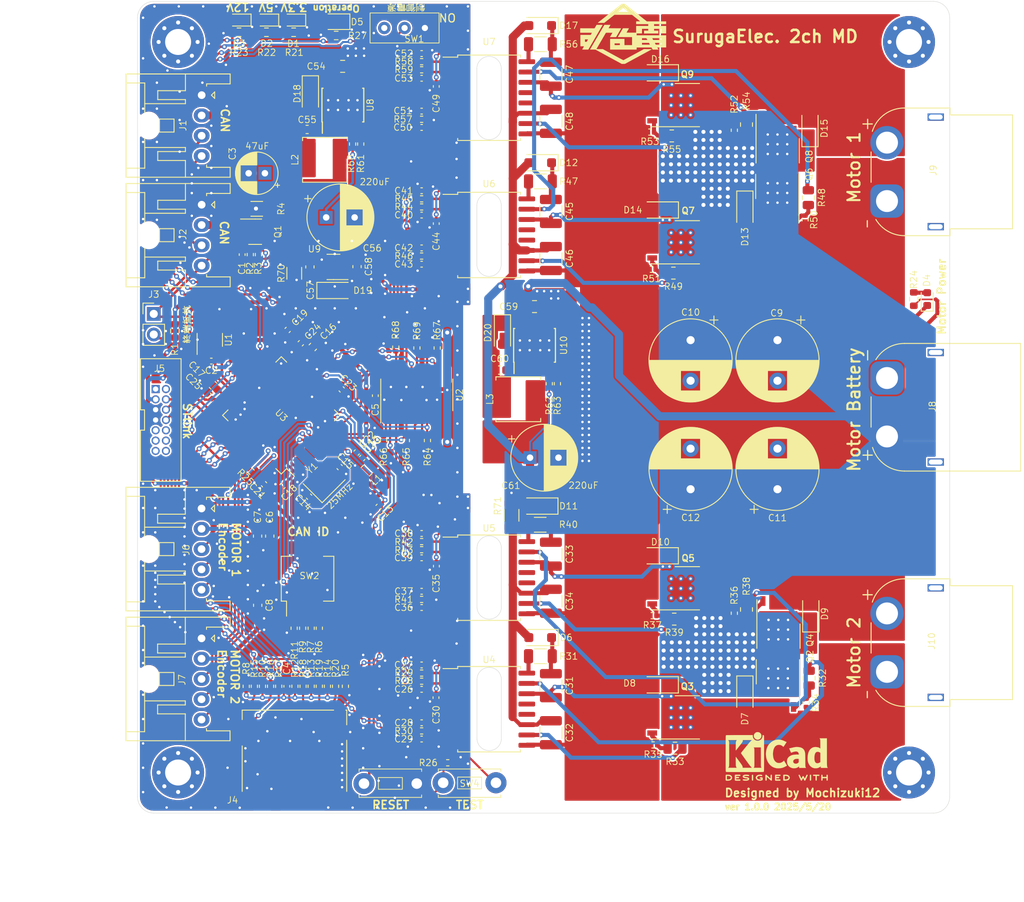
<source format=kicad_pcb>
(kicad_pcb (version 20221018) (generator pcbnew)
  (layers (0 "F.Cu" signal) (31 "B.Cu" signal) (34 "B.Paste" user) (35 "F.Paste" user) (36 "B.SilkS" user "B.Silkscreen") (37 "F.SilkS" user "F.Silkscreen") (38 "B.Mask" user) (39 "F.Mask" user) (44 "Edge.Cuts" user))
  (net 0 "")
  (net 1 "Vdrive")
  (net 2 "Net-(Q1-G)")
  (net 3 "/Driver/H-bridge_left")
  (net 4 "Net-(Q2-G)")
  (net 5 "GND2")
  (net 6 "Net-(Q3-G)")
  (net 7 "/Driver/H-bridge_right")
  (net 8 "Net-(Q4-G)")
  (net 9 "Net-(Q5-G)")
  (net 10 "/Driver1/H-bridge_left")
  (net 11 "Net-(Q6-G)")
  (net 12 "Net-(Q7-G)")
  (net 13 "/Driver1/H-bridge_right")
  (net 14 "Net-(Q8-G)")
  (net 15 "/Driver/Left_Highside_PWM_IN")
  (net 16 "/Driver/Left_Lowside_PWM_IN")
  (net 17 "+3.3V")
  (net 18 "GND1")
  (net 19 "Net-(U4-OUTA)")
  (net 20 "+5V")
  (net 21 "/Driver/Right_Highside_PWM_IN")
  (net 22 "/Driver/Right_Lowside_PWM_IN")
  (net 23 "Net-(U4-OUTB)")
  (net 24 "/Driver1/Left_Highside_PWM_IN")
  (net 25 "/Driver1/Left_Lowside_PWM_IN")
  (net 26 "Net-(U5-OUTA)")
  (net 28 "Net-(U5-OUTB)")
  (net 31 "Net-(U4-VDDA)")
  (net 32 "/Driver1/Right_Highside_PWM_IN")
  (net 33 "/Driver1/Right_Lowside_PWM_IN")
  (net 37 "Net-(U5-VDDA)")
  (net 38 "+12V")
  (net 39 "/STM32F405/Motor1_Z")
  (net 40 "VDDA")
  (net 41 "/STM32F405/Motor1_B")
  (net 42 "/STM32F405/Motor1_A")
  (net 43 "/STM32F405/Motor2_Z")
  (net 44 "/STM32F405/Motor2_B")
  (net 45 "/STM32F405/Motor2_A")
  (net 46 "/STM32F405/CAN_RX")
  (net 47 "/STM32F405/CAN_TX")
  (net 48 "/STM32F405/SWDIO")
  (net 49 "/STM32F405/SWCLK")
  (net 50 "Gate_power")
  (net 51 "/STM32F405/SWO")
  (net 52 "Net-(U4-DT)")
  (net 53 "Net-(U5-DT)")
  (net 54 "/Driver/EN_left")
  (net 55 "/Driver1/EN_left")
  (net 56 "Net-(U4-INB)")
  (net 57 "Net-(U4-INA)")
  (net 58 "Net-(U5-INB)")
  (net 59 "Net-(U5-INA)")
  (net 60 "/STM32F405/NRST")
  (net 61 "/STM32F405/D0")
  (net 62 "/STM32F405/D1")
  (net 63 "/STM32F405/D2")
  (net 64 "/STM32F405/D3")
  (net 65 "/STM32F405/SDCLK")
  (net 66 "/STM32F405/SDCMD")
  (net 67 "Net-(U3-PH0)")
  (net 68 "Net-(U3-PH1)")
  (net 69 "Net-(U3-VCAP_1)")
  (net 70 "Net-(U3-VCAP_2)")
  (net 71 "Net-(D6-K)")
  (net 72 "Net-(D11-K)")
  (net 73 "Net-(U6-INB)")
  (net 74 "Net-(U6-INA)")
  (net 75 "Net-(U6-DT)")
  (net 76 "Net-(D12-K)")
  (net 77 "Net-(D17-K)")
  (net 78 "Net-(U7-DT)")
  (net 79 "Net-(U7-INA)")
  (net 80 "Net-(U7-INB)")
  (net 81 "Net-(U10-BOOT)")
  (net 82 "Net-(D1-A)")
  (net 83 "Net-(D2-A)")
  (net 84 "Net-(D3-A)")
  (net 85 "Net-(D4-A)")
  (net 86 "Net-(D5-A)")
  (net 87 "Net-(J1-Pin_3)")
  (net 88 "Net-(J1-Pin_4)")
  (net 89 "Net-(J3-Pin_2)")
  (net 98 "Net-(U3-BOOT0)")
  (net 99 "Net-(U6-VDDA)")
  (net 100 "Net-(U6-OUTA)")
  (net 101 "Net-(U6-OUTB)")
  (net 102 "Net-(U7-OUTA)")
  (net 103 "Net-(U7-OUTB)")
  (net 104 "Net-(U7-VDDA)")
  (net 122 "Net-(U10-VSENSE)")
  (net 124 "/Logic_power/Power_IN")
  (net 129 "Net-(Q9-G)")
  (net 130 "Net-(D18-K)")
  (net 133 "Net-(U8-BOOT)")
  (net 134 "Net-(D20-K)")
  (net 135 "Net-(U8-VSENSE)")
  (net 139 "/STM32F405/ENABLE_2")
  (net 140 "/STM32F405/ENABLE_1")
  (net 141 "/STM32F405/CAN_ID1")
  (net 142 "/STM32F405/CAN_ID2")
  (net 143 "/STM32F405/CAN_ID3")
  (net 144 "/STM32F405/CAN_ID4")
  (net 148 "Net-(U3-PB12)")
  (net 154 "SD_Detect")
  (net 155 "Net-(U3-PA5)")
  (net 156 "Net-(J4-DAT2)")
  (net 157 "Net-(J4-DAT3{slash}CD)")
  (net 158 "Net-(J4-CMD)")
  (net 159 "Net-(J4-CLK)")
  (net 160 "Net-(J4-DAT0)")
  (net 161 "Net-(J4-DAT1)")
  (net 162 "Net-(SW1-B)")
  (footprint "Capacitor_SMD:C_0402_1005Metric" (layer "F.Cu") (at 131.785 60.425 180)
    (fp_text reference "C41")
    (fp_text value "33pF")
  )
  (footprint "Capacitor_SMD:C_1210_3225Metric" (layer "F.Cu") (at 147.699999 105.2 -90)
    (fp_text reference "C33")
    (fp_text value "10uF")
  )
  (footprint "Resistor_SMD:R_0402_1005Metric" (layer "F.Cu") (at 160.285 128.7 180)
    (fp_text reference "R35")
    (fp_text value "20k")
  )
  (footprint "Resistor_SMD:R_0805_2012Metric" (layer "F.Cu") (at 125 94.9 45)
    (fp_text reference "L1")
    (fp_text value "600@100MHz")
  )
  (footprint "Capacitor_SMD:C_0402_1005Metric" (layer "F.Cu") (at 114.6492 96.813677 -135)
    (fp_text reference "C18")
    (fp_text value "0.1uF")
  )
  (footprint "Connector_JST:JST_XA_S04B-XASK-1_1x04_P2.50mm_Horizontal" (layer "F.Cu") (at 104.7 62.15 -90)
    (fp_text reference "J2")
    (fp_text value "CAN_Bus")
  )
  (footprint "Package_QFP:LQFP-64_10x10mm_P0.5mm" (layer "F.Cu") (at 114.5 88.1 135)
    (fp_text reference "U3")
    (fp_text value "STM32F405RGTx")
  )
  (footprint "Resistor_SMD:R_0402_1005Metric" (layer "F.Cu") (at 121.185 121.475 -90)
    (fp_text reference "R20")
    (fp_text value "0")
  )
  (footprint "Resistor_SMD:R_0603_1608Metric" (layer "F.Cu") (at 116.025 40.9)
    (fp_text reference "R21")
    (fp_text value "4.7k")
  )
  (footprint "Capacitor_SMD:C_0402_1005Metric" (layer "F.Cu") (at 131.785 63.425 180)
    (fp_text reference "C40")
    (fp_text value "33pF")
  )
  (footprint "Capacitor_SMD:C_0402_1005Metric" (layer "F.Cu") (at 131.785 118.85 180)
    (fp_text reference "C27")
    (fp_text value "33pF")
  )
  (footprint "Capacitor_SMD:C_0402_1005Metric" (layer "F.Cu") (at 126.485 99.375 -135)
    (fp_text reference "C13")
    (fp_text value "0.1uF")
  )
  (footprint "RDC_footprint:Infineon_PG-TDSON-8_6.15x5.15mm_thermalvia" (layer "F.Cu") (at 163 66.8)
    (fp_text reference "Q7")
    (fp_text value "SQJ886EP-T1_GE3")
  )
  (footprint "Resistor_SMD:R_1206_3216Metric" (layer "F.Cu") (at 146.385 101.575)
    (fp_text reference "R40")
    (fp_text value "0.1")
  )
  (footprint "Diode_SMD:D_SOD-123F" (layer "F.Cu") (at 121.09 72.714214)
    (fp_text reference "D19")
    (fp_text value "D_Schottky")
  )
  (footprint "Capacitor_SMD:C_0402_1005Metric" (layer "F.Cu") (at 117.924411 98.114411 135)
    (fp_text reference "C14")
    (fp_text value "18pF")
  )
  (footprint "Resistor_SMD:R_0402_1005Metric" (layer "F.Cu") (at 122.4 121.475 -90)
    (fp_text reference "R5")
    (fp_text value "10k")
  )
  (footprint "Resistor_SMD:R_1206_3216Metric" (layer "F.Cu") (at 116.1 70.6 -90)
    (fp_text reference "R70")
    (fp_text value "10k")
  )
  (footprint "Resistor_SMD:R_0402_1005Metric" (layer "F.Cu") (at 131.785 44.525)
    (fp_text reference "R58")
    (fp_text value "51")
  )
  (footprint "Connector_JST:JST_XA_S05B-XASK-1_1x05_P2.50mm_Horizontal" (layer "F.Cu") (at 104.685 115.575 -90)
    (fp_text reference "J7")
    (fp_text value "Rotaly_encoder_2")
  )
  (footprint "RDC_footprint:JTAG_box_connector" (layer "F.Cu") (at 99.665 97.62)
    (fp_text reference "J5")
    (fp_text value "Conn_02x07_Odd_Even")
  )
  (footprint "Capacitor_SMD:C_1210_3225Metric" (layer "F.Cu") (at 147.699999 46.075 -90)
    (fp_text reference "C47")
    (fp_text value "10uF")
  )
  (footprint "Resistor_SMD:R_0402_1005Metric" (layer "F.Cu") (at 160.085 70.1 180)
    (fp_text reference "R51")
    (fp_text value "20k")
  )
  (footprint "Package_TO_SOT_SMD:SOT-23-8" (layer "F.Cu") (at 105.7 78.8 90)
    (fp_text reference "U1")
    (fp_text value "MAX3051")
  )
  (footprint "Resistor_SMD:R_0402_1005Metric" (layer "F.Cu") (at 112.185 121.475 90)
    (fp_text reference "R10")
    (fp_text value "10k")
  )
  (footprint "Capacitor_SMD:C_0402_1005Metric" (layer "F.Cu") (at 105.6 85.7 135)
    (fp_text reference "C25")
    (fp_text value "0.1uF")
  )
  (footprint "Resistor_SMD:R_0402_1005Metric" (layer "F.Cu") (at 131.785 51.6212 180)
    (fp_text reference "R57")
    (fp_text value "20k")
  )
  (footprint "Capacitor_SMD:C_0402_1005Metric" (layer "F.Cu") (at 121.938764 84.903878 -45)
    (fp_text reference "C23")
    (fp_text value "0.1uF")
  )
  (footprint "Connector_JST:JST_XA_S05B-XASK-1_1x05_P2.50mm_Horizontal" (layer "F.Cu") (at 104.685 99.575 -90)
    (fp_text reference "J6")
    (fp_text value "Rotaly_encoder_1")
  )
  (footprint "RDC_footprint:TVBP06-B043" (layer "F.Cu") (at 134.435786 133.364214)
    (fp_text reference "SW4")
    (fp_text value "SW_Push")
  )
  (footprint "Capacitor_SMD:C_1210_3225Metric" (layer "F.Cu") (at 147.699999 51.875 -90)
    (fp_text reference "C48")
    (fp_text value "10uF")
  )
  (footprint "Resistor_SMD:R_0402_1005Metric" (layer "F.Cu") (at 160.185 112.775 180)
    (fp_text reference "R37")
    (fp_text value "20k")
  )
  (footprint "Resistor_SMD:R_0402_1005Metric" (layer "F.Cu") (at 135 130.9)
    (fp_text reference "R26")
    (fp_text value "10k")
  )
  (footprint "RDC_footprint:Infineon_PG-TDSON-8_6.15x5.15mm_thermalvia" (layer "F.Cu") (at 163 125.33)
    (fp_text reference "Q3")
    (fp_text value "SQJ886EP-T1_GE3")
  )
  (footprint "RDC_footprint:TVBP06-B043" (layer "F.Cu") (at 131.185 133.464214 180)
    (fp_text reference "SW3" hide)
    (fp_text value "SW_Push")
  )
  (footprint "Package_SO:SOIC-14_3.9x8.7mm_P1.27mm" (layer "F.Cu") (at 131.185 85.575 90)
    (fp_text reference "U2")
    (fp_text value "74HC04")
  )
  (footprint "Package_SO:TI_SO-PowerPAD-8_ThermalVias" (layer "F.Cu") (at 122.085 49.875 90)
    (fp_text reference "U8")
    (fp_text value "TPS5430DDA")
  )
  (footprint "Capacitor_SMD:C_0603_1608Metric" (layer "F.Cu") (at 111.585 102.975 -90)
    (fp_text reference "C7")
    (fp_text value "0.1uF")
  )
  (footprint "Capacitor_SMD:C_1210_3225Metric" (layer "F.Cu") (at 147.699999 62.975 -90)
    (fp_text reference "C45")
    (fp_text value "10uF")
  )
  (footprint "Crystal:Crystal_SMD_3225-4Pin_3.2x2.5mm" (layer "F.Cu") (at 119.785 96.275 45)
    (fp_text reference "Y1")
    (fp_text value "25MHz")
  )
  (footprint "Resistor_SMD:R_0402_1005Metric" (layer "F.Cu") (at 116.085 114.325 -90)
    (fp_text reference "R11")
    (fp_text value "10k")
  )
  (footprint "Capacitor_SMD:C_0402_1005Metric" (layer "F.Cu") (at 116.90381 79.216264 45)
    (fp_text reference "C24")
    (fp_text value "0.1uF")
  )
  (footprint "Capacitor_SMD:C_1210_3225Metric" (layer "F.Cu") (at 147.699999 111 -90)
    (fp_text reference "C34")
    (fp_text value "10uF")
  )
  (footprint "Diode_SMD:D_SOD-123F" (layer "F.Cu") (at 161.185 121.3 180)
    (fp_text reference "D8")
    (fp_text value "D_Schottky")
  )
  (footprint "Resistor_SMD:R_1206_3216Metric" (layer "F.Cu") (at 146.4075 117.775)
    (fp_text reference "R31")
    (fp_text value "0.1")
  )
  (footprint "Resistor_SMD:R_0603_1608Metric" (layer "F.Cu") (at 101.4 77.7 90)
    (fp_text reference "R1")
    (fp_text value "120")
  )
  (footprint "Resistor_SMD:R_0805_2012Metric" (layer "F.Cu") (at 179.4 61.275 -90)
    (fp_text reference "R48")
    (fp_text value "10")
  )
  (footprint "Resistor_SMD:R_0603_1608Metric" (layer "F.Cu") (at 121.2625 41.3 180)
    (fp_text reference "R27")
    (fp_text value "1.2k")
  )
  (footprint "Resistor_SMD:R_0402_1005Metric" (layer "F.Cu") (at 131.785 104.65)
    (fp_text reference "R43")
    (fp_text value "51")
  )
  (footprint "Capacitor_SMD:C_0603_1608Metric" (layer "F.Cu") (at 141.385 82.52 180)
    (fp_text reference "C60")
    (fp_text value "0.01uF")
  )
  (footprint "Capacitor_SMD:C_0402_1005Metric" (layer "F.Cu") (at 133.585 64.475 -90)
    (fp_text reference "C44")
    (fp_text value "0.1uF")
  )
  (footprint "Capacitor_SMD:C_0402_1005Metric" (layer "F.Cu") (at 124.468717 93.351283 -135)
    (fp_text reference "C20")
    (fp_text value "1uF")
  )
  (footprint "Diode_SMD:D_SOD-123F" (layer "F.Cu") (at 161.185 105.4 180)
    (fp_text reference "D10")
    (fp_text value "D_Schottky")
  )
  (footprint "Capacitor_THT:CP_Radial_D10.0mm_P5.00mm" (layer "F.Cu") (at 164.9 78.832323 -90)
    (fp_text reference "C10")
    (fp_text value "330uF")
  )
  (footprint "Connector_AMASS:AMASS_XT60PW-M_1x02_P7.20mm_Horizontal" (layer "F.Cu") (at 189.085 83.5 -90)
    (fp_text reference "J8")
    (fp_text value "XT60")
  )
  (footprint "LED_SMD:LED_0603_1608Metric" (layer "F.Cu") (at 109.3 39.4 180)
    (fp_text reference "D3")
    (fp_text value "LED")
  )
  (footprint "Package_SO:SOIC-16W_7.5x10.3mm_P1.27mm" (layer "F.Cu") (at 140.085 65.875)
    (fp_text reference "U6")
    (fp_text value "UCC21520DW")
  )
  (footprint "Capacitor_SMD:C_0402_1005Metric" (layer "F.Cu") (at 112.37868 96.585282 135)
    (fp_text reference "C21")
    (fp_text value "0.1uF")
  )
  (footprint "Resistor_SMD:R_0402_1005Metric" (layer "F.Cu") (at 131.785 61.425)
    (fp_text reference "R45")
    (fp_text value "51")
  )
  (footprint "Connector_PinHeader_2.54mm:PinHeader_1x02_P2.54mm_Vertical" (layer "F.Cu") (at 98.8 75.6)
    (fp_text reference "J3")
    (fp_text value "Conn_02x01")
  )
  (footprint "Resistor_SMD:R_0603_1608Metric" (layer "F.Cu") (at 109.3 40.9)
    (fp_text reference "R23")
    (fp_text value "10k")
  )
  (footprint "Resistor_SMD:R_0402_1005Metric" (layer "F.Cu") (at 114.185 121.475 -90)
    (fp_text reference "R17")
    (fp_text value "0")
  )
  (footprint "Resistor_SMD:R_1206_3216Metric" (layer "F.Cu") (at 142.85 100.4125 90)
    (fp_text reference "R71")
    (fp_text value "10k")
  )
  (footprint "Resistor_SMD:R_0402_1005Metric" (layer "F.Cu") (at 148.5 84.2 -90)
    (fp_text reference "R63")
    (fp_text value "2k")
  )
  (footprint "Resistor_SMD:R_0402_1005Metric" (layer "F.Cu") (at 131.785 103.65)
    (fp_text reference "R42")
    (fp_text value "51")
  )
  (footprint "Diode_SMD:D_SOD-123F" (layer "F.Cu") (at 171.585 62.675 -90)
    (fp_text reference "D13")
    (fp_text value "D_Schottky")
  )
  (footprint "Resistor_SMD:R_0402_1005Metric" (layer "F.Cu") (at 170.285786 112.475 90)
    (fp_text reference "R36")
    (fp_text value "20k")
  )
  (footprint "Package_SO:SOIC-16W_7.5x10.3mm_P1.27mm" (layer "F.Cu") (at 140.085 108.1)
    (fp_text reference "U5")
    (fp_text value "UCC21520DW")
  )
  (footprint "RDC_footprint:Infineon_PG-TDSON-8_6.15x5.15mm_thermalvia" (layer "F.Cu") (at 175.675 121.2 90)
    (fp_text reference "Q2")
    (fp_text value "SQJ886EP-T1_GE3")
  )
  (footprint "Resistor_SMD:R_0805_2012Metric" (layer "F.Cu") (at 179.5 120.475 -90)
    (fp_text reference "R32")
    (fp_text value "10")
  )
  (footprint "RDC_footprint:Infineon_PG-TDSON-8_6.15x5.15mm_thermalvia" (layer "F.Cu") (at 163 109.425)
    (fp_text reference "Q5")
    (fp_text value "SQJ886EP-T1_GE3")
  )
  (footprint "Capacitor_SMD:C_0402_1005Metric" (layer "F.Cu") (at 131.785 102.65 180)
    (fp_text reference "C38")
    (fp_text value "33pF")
  )
  (footprint "Resistor_SMD:R_0402_1005Metric" (layer "F.Cu") (at 131.785 68.475 180)
    (fp_text reference "R46")
    (fp_text value "20k")
  )
  (footprint "Resistor_SMD:R_0805_2012Metric" (layer "F.Cu") (at 162.785 70.575 180)
    (fp_text reference "R49")
    (fp_text value "10")
  )
  (footprint "LED_SMD:LED_0603_1608Metric" (layer "F.Cu") (at 194.036 73.775 90)
    (fp_text reference "D4")
    (fp_text value "LED")
  )
  (footprint "Capacitor_SMD:C_0402_1005Metric" (layer "F.Cu") (at 133.585 47.575 -90)
    (fp_text reference "C49")
    (fp_text value "0.1uF")
  )
  (footprint "Capacitor_SMD:C_0603_1608Metric" (layer "F.Cu") (at 111.6 111.5 -90)
    (fp_text reference "C8")
    (fp_text value "0.1uF")
  )
  (footprint "RDC_footprint:suruden_logo" (layer "F.Cu") (at 156.624008 41.754135)
    (fp_text reference "G***" hide)
    (fp_text value "LOGO" hide)
  )
  (footprint "Capacitor_SMD:C_1210_3225Metric" (layer "F.Cu") (at 147.699999 68.775 -90)
    (fp_text reference "C46")
    (fp_text value "10uF")
  )
  (footprint "Resistor_SMD:R_0402_1005Metric" (layer "F.Cu") (at 117.185 121.475 -90)
    (fp_text reference "R18")
    (fp_text value "0")
  )
  (footprint "Resistor_SMD:R_0805_2012Metric" (layer "F.Cu") (at 171.785786 112.014214 -90)
    (fp_text reference "R38")
    (fp_text value "10")
  )
  (footprint "Capacitor_SMD:C_0603_1608Metric" (layer "F.Cu") (at 118.0275 69.814214 -90)
    (fp_text reference "C57")
    (fp_text value "1uF")
  )
  (footprint "Resistor_SMD:R_0402_1005Metric" (layer "F.Cu") (at 120.185 121.475 90)
    (fp_text reference "R14")
    (fp_text value "10k")
  )
  (footprint "Resistor_SMD:R_0603_1608Metric" (layer "F.Cu") (at 112.675 40.9)
    (fp_text reference "R22")
    (fp_text value "4.7k")
  )
  (footprint "Symbol:KiCad-Logo2_5mm_SilkScreen" (layer "F.Cu") (at 175.5 130.1)
    (fp_text reference "REF**" hide)
    (fp_text value "KiCad-Logo2_5mm_SilkScreen" hide)
  )
  (footprint "Diode_SMD:D_SOD-123F" (layer "F.Cu") (at 146.385 40.075 180)
    (fp_text reference "D17")
    (fp_text value "D_Schottky")
  )
  (footprint "Capacitor_SMD:C_0402_1005Metric" (layer "F.Cu") (at 131.785 109.775 180)
    (fp_text reference "C37")
    (fp_text value "0.1uF")
  )
  (footprint "Package_TO_SOT_SMD:SOT-23-3" (layer "F.Cu") (at 120.9275 69.814214 180)
    (fp_text reference "U9")
    (fp_text value "XC6206P332MR-G")
  )
  (footprint "Capacitor_THT:CP_Radial_D8.0mm_P3.50mm" (layer "F.Cu") (at 120.032349 63.714214)
    (fp_text reference "C56")
    (fp_text value "220uF")
  )
  (footprint "Capacitor_SMD:C_0402_1005Metric" (layer "F.Cu") (at 131.785 43.525 180)
    (fp_text reference "C52")
    (fp_text value "33pF")
  )
  (footprint "Resistor_SMD:R_1206_3216Metric" (layer "F.Cu") (at 146.4075 42.375)
    (fp_text reference "R56")
    (fp_text value "0.1")
  )
  (footprint "Connector_AMASS:AMASS_XT60PW-F_1x02_P7.20mm_Horizontal" (layer "F.Cu") (at 189.085 61.7 -90)
    (fp_text reference "J9")
    (fp_text value "XT60")
  )
  (footprint "Resistor_SMD:R_0402_1005Metric" (layer "F.Cu") (at 131.785 119.85)
    (fp_text reference "R29")
    (fp_text value "51")
  )
  (footprint "Diode_SMD:D_SOD-123F" (layer "F.Cu") (at 146.385 56.975 180)
    (fp_text reference "D12")
    (fp_text value "D_Schottky")
  )
  (footprint "Resistor_SMD:R_0402_1005Metric" (layer "F.Cu") (at 119.1875 114.325 -90)
    (fp_text reference "R6")
    (fp_text value "10k")
  )
  (footprint "Capacitor_SMD:C_0402_1005Metric" (layer "F.Cu") (at 131.785 105.65 180)
    (fp_text reference "C39")
    (fp_text value "33pF")
  )
  (footprint "MountingHole:MountingHole_3.2mm_M3_Pad_Via" (layer "F.Cu") (at 101.8 42.1)
    (fp_text reference "H1" hide)
    (fp_text value "MountingHole_Pad")
  )
  (footprint "Resistor_SMD:R_0402_1005Metric" (layer "F.Cu") (at 111.185 121.475 -90)
    (fp_text reference "R15")
    (fp_text value "0")
  )
  (footprint "Resistor_SMD:R_0402_1005Metric" (layer "F.Cu") (at 179.135 123.515001 -90)
    (fp_text reference "R34")
    (fp_text value "20k")
  )
  (footprint "Resistor_SMD:R_0805_2012Metric" (layer "F.Cu") (at 162.585 53.675 180)
    (fp_text reference "R55")
    (fp_text value "10")
  )
  (footprint "Resistor_SMD:R_0402_1005Metric" (layer "F.Cu") (at 118.185 114.325 -90)
    (fp_text reference "R7")
    (fp_text value "10k")
  )
  (footprint "Resistor_SMD:R_0402_1005Metric" (layer "F.Cu") (at 179 64 -90)
    (fp_text reference "R50")
    (fp_text value "20k")
  )
  (footprint "Diode_SMD:D_SOD-123F" (layer "F.Cu") (at 161.2 45.9 180)
    (fp_text reference "D16")
    (fp_text value "D_Schottky")
  )
  (footprint "Resistor_SMD:R_0402_1005Metric" (layer "F.Cu") (at 128.6 79.7 90)
    (fp_text reference "R68")
    (fp_text value "10k")
  )
  (footprint "RDC_footprint:Infineon_PG-TDSON-8_6.15x5.15mm_thermalvia" (layer "F.Cu") (at 175.6 61.4 90)
    (fp_text reference "Q6")
    (fp_text value "SQJ886EP-T1_GE3")
  )
  (footprint "Resistor_SMD:R_0805_2012Metric" (layer "F.Cu") (at 162.985 129.1 180)
    (fp_text reference "R33")
    (fp_text value "10")
  )
  (footprint "Capacitor_SMD:C_0402_1005Metric" (layer "F.Cu") (at 115.185 121.475 -90)
    (fp_text reference "C4")
    (fp_text value "0.1uF")
  )
  (footprint "LED_SMD:LED_0603_1608Metric" (layer "F.Cu") (at 112.7 39.4 180)
    (fp_text reference "D2")
    (fp_text value "LED")
  )
  (footprint "Diode_SMD:D_SOD-123F" (layer "F.Cu") (at 179.6 52.79 90)
    (fp_text reference "D15")
    (fp_text value "D_Schottky")
  )
  (footprint "Capacitor_THT:CP_Radial_D5.0mm_P2.00mm" (layer "F.Cu") (at 112.485 58.275 180)
    (fp_text reference "C3")
    (fp_text value "47uF")
  )
  (footprint "Capacitor_SMD:C_0805_2012Metric" (layer "F.Cu") (at 145.685 74.7)
    (fp_text reference "C59")
    (fp_text value "10uF")
  )
  (footprint "Resistor_SMD:R_0402_1005Metric" (layer "F.Cu") (at 131.785 110.775 180)
    (fp_text reference "R41")
    (fp_text value "20k")
  )
  (footprint "Capacitor_SMD:C_0402_1005Metric" (layer "F.Cu") (at 131.785 111.775 180)
    (fp_text reference "C36")
    (fp_text value "0.1uF")
  )
  (footprint "Resistor_SMD:R_0402_1005Metric" (layer "F.Cu") (at 118.185 121.475 90)
    (fp_text reference "R13")
    (fp_text value "10k")
  )
  (footprint "Resistor_SMD:R_0402_1005Metric" (layer "F.Cu") (at 116.185 121.475 90)
    (fp_text reference "R12")
    (fp_text value "10k")
  )
  (footprint "Resistor_SMD:R_0805_2012Metric" (layer "F.Cu") (at 162.885 113.2 180)
    (fp_text reference "R39")
    (fp_text value "10")
  )
  (footprint "Inductor_SMD:L_Sunlord_SWPA5040S" (layer "F.Cu") (at 119.885786 56.614214)
    (fp_text reference "L2")
    (fp_text value "15uH")
  )
  (footprint "Resistor_SMD:R_0402_1005Metric" (layer "F.Cu") (at 159.885 53.2 180)
    (fp_text reference "R53")
    (fp_text value "20k")
  )
  (footprint "Connector_AMASS:AMASS_XT60PW-F_1x02_P7.20mm_Horizontal" (layer "F.Cu") (at 189.085 119.7 -90)
    (fp_text reference "J10")
    (fp_text value "XT60")
  )
  (footprint "Resistor_SMD:R_0402_1005Metric" (layer "F.Cu") (at 170.285 52.975 90)
    (fp_text reference "R52")
    (fp_text value "20k")
  )
  (footprint "Capacitor_SMD:C_0805_2012Metric" (layer "F.Cu") (at 122.06 45.1)
    (fp_text reference "C54")
    (fp_text value "10uF")
  )
  (footprint "Capacitor_SMD:C_0402_1005Metric" (layer "F.Cu") (at 133.551999 122.875 -90)
    (fp_text reference "C30")
    (fp_text value "0.1uF")
  )
  (footprint "Capacitor_SMD:C_0402_1005Metric" (layer "F.Cu") (at 131.785 69.475 180)
    (fp_text reference "C43")
    (fp_text value "0.1uF")
  )
  (footprint "Resistor_SMD:R_0402_1005Metric" (layer "F.Cu") (at 131.785 126.975 180)
    (fp_text reference "R30")
    (fp_text value "20k")
  )
  (footprint "Resistor_SMD:R_1206_3216Metric" (layer "F.Cu") (at 146.4075 59.275)
    (fp_text reference "R47")
    (fp_text value "0.1")
  )
  (footprint "MountingHole:MountingHole_3.2mm_M3_Pad_Via" (layer "F.Cu") (at 191.8 42.1)
    (fp_text reference "H3" hide)
    (fp_text value "MountingHole_Pad")
  )
  (footprint "LED_SMD:LED_0603_1608Metric" (layer "F.Cu") (at 116.025 39.4 180)
    (fp_text reference "D1")
    (fp_text value "LED")
  )
  (footprint "Capacitor_SMD:C_0402_1005Metric" (layer "F.Cu") (at 131.785 46.569 180)
    (fp_text reference "C53")
    (fp_text value "33pF")
  )
  (footprint "Resistor_SMD:R_0603_1608Metric" (layer "F.Cu") (at 192.385 73.775 90)
    (fp_text reference "R24")
    (fp_text value "10k")
  )
  (footprint "Diode_SMD:D_SOD-123F" (layer "F.Cu") (at 141.735 77.92 -90)
    (fp_text reference "D20")
    (fp_text value "D_Schottky")
  )
  (footprint "Resistor_SMD:R_0402_1005Metric" (layer "F.Cu") (at 131.785 45.525)
    (fp_text reference "R59")
    (fp_text value "51")
  )
  (footprint "Capacitor_SMD:C_0603_1608Metric" (layer "F.Cu") (at 123.8275 69.776714 -90)
    (fp_text reference "C58")
    (fp_text value "1uF")
  )
  (footprint "Resistor_SMD:R_0402_1005Metric" (layer "F.Cu") (at 110.801832 95.008434 -45)
    (fp_text reference "R25")
    (fp_text value "10k")
  )
  (footprint "Capacitor_SMD:C_0402_1005Metric" (layer "F.Cu") (at 131.785 50.6212 180)
    (fp_text reference "C51")
    (fp_text value "0.1uF")
  )
  (footprint "Resistor_SMD:R_0402_1005Metric" (layer "F.Cu") (at 119.185 121.475 -90)
    (fp_text reference "R19")
    (fp_text value "0")
  )
  (footprint "Capacitor_SMD:C_0603_1608Metric" (layer "F.Cu") (at 118.382017 79.678358 45)
    (fp_text reference "C16")
    (fp_text value "2.2uF")
  )
  (footprint "Capacitor_SMD:C_0402_1005Metric" (layer "F.Cu") (at 131.785 67.475 180)
    (fp_text reference "C42")
    (fp_text value "0.1uF")
  )
  (footprint "RDC_footprint:Infineon_PG-TDSON-8_6.15x5.15mm_thermalvia" (layer "F.Cu") (at 163 49.9)
    (fp_text reference "Q9")
    (fp_text value "SQJ886EP-T1_GE3")
  )
  (footprint "Package_SO:TI_SO-PowerPAD-8_ThermalVias" (layer "F.Cu") (at 145.685 79.475 90)
    (fp_text reference "U10")
    (fp_text value "TPS5430DDA")
  )
  (footprint "Resistor_SMD:R_0805_2012Metric" (layer "F.Cu") (at 171.785 52.275 -90)
    (fp_text reference "R54")
    (fp_text value "10")
  )
  (footprint "Capacitor_SMD:C_0402_1005Metric" (layer "F.Cu") (at 115.285 77.575 45)
    (fp_text reference "C19")
    (fp_text value "4.7uF")
  )
  (footprint "LED_SMD:LED_0805_2012Metric" (layer "F.Cu") (at 121.2625 39.6 180)
    (fp_text reference "D5")
    (fp_text value "LED")
  )
  (footprint "Capacitor_SMD:C_1210_3225Metric" (layer "F.Cu") (at 147.699999 121.4 -90)
    (fp_text reference "C31")
    (fp_text value "10uF")
  )
  (footprint "Package_SO:SOIC-16W_7.5x10.3mm_P1.27mm" (layer "F.Cu") (at 140.085 48.975)
    (fp_text reference "U7")
    (fp_text value "UCC21520DW")
  )
  (footprint "Diode_SMD:D_SOD-123F" (layer "F.Cu") (at 146.385 115.475 180)
    (fp_text reference "D6")
    (fp_text value "D_Schottky")
  )
  (footprint "Resistor_SMD:R_0402_1005Metric" (layer "F.Cu") (at 117.135 114.325 -90)
    (fp_text reference "R9")
    (fp_text value "10k")
  )
  (footprint "Capacitor_SMD:C_0402_1005Metric" (layer "F.Cu") (at 126.085 85.675 -90)
    (fp_text reference "C5")
    (fp_text value "0.1uF")
  )
  (footprint "Capacitor_SMD:C_0603_1608Metric" (layer "F.Cu") (at 113.085 102.975 -90)
    (fp_text reference "C6")
    (fp_text value "1uF")
  )
  (footprint "Inductor_SMD:L_Sunlord_SWPA5040S" (layer "F.Cu") (at 143.685 86.114214)
    (fp_text reference "L3")
    (fp_text value "15uH")
  )
  (footprint "Resistor_SMD:R_0402_1005Metric" (layer "F.Cu") (at 131.2 79.8 90)
    (fp_text reference "R69")
    (fp_text value "10k")
  )
  (footprint "Resistor_SMD:R_0402_1005Metric" (layer "F.Cu") (at 131.785 120.85)
    (fp_text reference "R28")
    (fp_text value "51")
  )
  (footprint "Resistor_SMD:R_0402_1005Metric" (layer "F.Cu") (at 127.1 91.2 -90)
    (fp_text reference "R66")
    (fp_text value "10k")
  )
  (footprint "Capacitor_SMD:C_0402_1005Metric" (layer "F.Cu") (at 131.785 52.6282 180)
    (fp_text reference "C50")
    (fp_text value "0.1uF")
  )
  (footprint "Capacitor_SMD:C_0402_1005Metric" (layer "F.Cu") (at 105.885786 81.414214 180)
    (fp_text reference "C2")
    (fp_text value "0.1uF")
  )
  (footprint "Resistor_SMD:R_0402_1005Metric" (layer "F.Cu") (at 110.185 121.485 90)
    (fp_text reference "R8")
    (fp_text value "10k")
  )
  (footprint "Resistor_SMD:R_0402_1005Metric" (layer "F.Cu") (at 111.685 68.295 90)
    (fp_text reference "R3")
    (fp_text value "10k")
  )
  (footprint "Connector_JST:JST_XA_S04B-XASK-1_1x04_P2.50mm_Horizontal" (layer "F.Cu") (at 104.7 48.65 -90)
    (fp_text reference "J1")
    (fp_text value "CAN_Bus")
  )
  (footprint "Connector_Card:microSD_HC_Hirose_DM3D-SF" (layer "F.Cu") (at 116.125 130.2)
    (fp_text reference "J4")
    (fp_text value "Micro_SD_Card_Det_Hirose_DM3AT")
  )
  (footprint "Capacitor_SMD:C_0402_1005Metric" (layer "F.Cu") (at 131.785 121.85 180)
    (fp_text reference "C26")
    (fp_text value "33pF")
  )
  (footprint "Capacitor_SMD:C_0402_1005Metric" (layer "F.Cu") (at 133.599999 106.675 -90)
    (fp_text reference "C35")
    (fp_text value "0.1uF")
  )
  (footprint "RDC_footprint:Infineon_PG-TDSON-8_6.15x5.15mm_thermalvia" (layer "F.Cu") (at 175.7 113.8 -90)
    (fp_text reference "Q4")
    (fp_text value "SQJ886EP-T1_GE3")
  )
  (footprint "Resistor_SMD:R_0402_1005Metric" (layer "F.Cu") (at 129.9 91.2 -90)
    (fp_text reference "R65")
    (fp_text value "10k")
  )
  (footprint "Capacitor_SMD:C_0402_1005Metric" (layer "F.Cu") (at 131.785 125.975 180)
    (fp_text reference "C28")
    (fp_text value "0.1uF")
  )
  (footprint "Diode_SMD:D_SOD-123F" (layer "F.Cu") (at 179.7 112.575 90)
    (fp_text reference "D9")
    (fp_text value "D_Schottky")
  )
  (footprint "Button_Switch_SMD:SW_DIP_SPSTx04_Slide_Copal_CHS-04B_W7.62mm_P1.27mm" (layer "F.Cu") (at 117.735 108.225 90)
    (fp_text reference "SW2")
    (fp_text value "SW_DIP_x04")
  )
  (footprint "Resistor_SMD:R_0402_1005Metric" (layer "F.Cu") (at 123.285 54.675 90)
    (fp_text reference "R60")
    (fp_text value "12k")
  )
  (footprint "Diode_SMD:D_SOD-123F" (layer "F.Cu") (at 161.195 62.8 180)
    (fp_text reference "D14")
    (fp_text value "D_Schottky")
  )
  (footprint "Capacitor_SMD:C_1210_3225Metric" (layer "F.Cu") (at 147.699999 127.2 -90)
    (fp_text reference "C32")
    (fp_text value "10uF")
  )
  (footprint "Resistor_SMD:R_0402_1005Metric" (layer "F.Cu") (at 132.5 91.2 -90)
    (fp_text reference "R64")
    (fp_text value "10k")
  )
  (footprint "Capacitor_SMD:C_0603_1608Metric" (layer "F.Cu") (at 106.1 84.4 135)
    (fp_text reference "C17")
    (fp_text value "2.2uF")
  )
  (footprint "Package_TO_SOT_SMD:SOT-23-3" (layer "F.Cu") (at 111.285 65.475)
    (fp_text reference "Q1")
    (fp_text value "Q_PMOS_GSD")
  )
  (footprint "Capacitor_SMD:C_0402_1005Metric" (layer "F.Cu") (at 123.785 92.675 -135)
    (fp_text reference "C22")
    (fp_text value "0.1uF")
  )
  (footprint "Capacitor_THT:CP_Radial_D10.0mm_P5.00mm" (layer "F.Cu") (at 175.6 78.832323 -90)
    (fp_text reference "C9")
    (fp_text value "330uF")
  )
  (footprint "Capacitor_THT:CP_Radial_D10.0mm_P5.00mm" (layer "F.Cu") (at 164.9 97.2 90)
    (fp_text reference "C12")
    (fp_text value "330uF")
  )
  (footprint "Resistor_SMD:R_0402_1005Metric" (layer "F.Cu") (at 124.285 54.675 -90)
    (fp_text reference "R61")
    (fp_text value "3.9k")
  )
  (footprint "Package_SO:SOIC-16W_7.5x10.3mm_P1.27mm" (layer "F.Cu") (at 140.085 124.3)
    (fp_text reference "U4")
    (fp_text value "UCC21520DW")
  )
  (footprint "RDC_footprint:SS-12D" (layer "F.Cu") (at 129.685 40.375)
    (fp_text reference "SW1")
    (fp_text value "SW_SPDT")
  )
  (footprint "Diode_SMD:D_SOD-123F" (layer "F.Cu") (at 146.3625 99.275 180)
    (fp_text reference "D11")
    (fp_text value "D_Schottky")
  )
  (footprint "Diode_SMD:D_SOD-123F" (layer "F.Cu") (at 171.585786 122.414214 -90)
    (fp_text reference "D7")
    (fp_text value "D_Schottky")
  )
  (footprint "Resistor_SMD:R_0402_1005Metric" (layer "F.Cu") (at 133.7 79.8 90)
    (fp_text reference "R67")
    (fp_text value "10k")
  )
  (footprint "Capacitor_SMD:C_0402_1005Metric" (layer "F.Cu") (at 131.785 127.975 180)
    (fp_text reference "C29")
    (fp_text value "0.1uF")
  )
  (footprint "Capacitor_SMD:C_0402_1005Metric" (layer "F.Cu") (at 121.685 94.475 -45)
    (fp_text reference "C15")
    (fp_text value "18pF")
  )
  (footprint "Capacitor_THT:CP_Radial_D10.0mm_P5.00mm" (layer "F.Cu") (at 175.6 97.2 90)
    (fp_text reference "C11")
    (fp_text value "330uF")
  )
  (footprint "Resistor_SMD:R_1206_3216Metric" (layer "F.Cu") (at 111.485 62.655 180)
    (fp_text reference "R4")
    (fp_text value "10k")
  )
  (footprint "Capacitor_SMD:C_0402_1005Metric" (layer "F.Cu") (at 109.685 68.295 -90)
    (fp_text reference "C1")
    (fp_text value "0.1uF")
  )
  (footprint "Capacitor_THT:CP_Radial_D8.0mm_P3.50mm" (layer "F.Cu") (at 145.132349 93.314214)
    (fp_text reference "C61")
    (fp_text value "220uF")
  )
  (footprint "Diode_SMD:D_SOD-123F" (layer "F.Cu") (at 118.085 48.475 -90)
    (fp_text reference "D18")
    (fp_text value "D_Schottky")
  )
  (footprint "Resistor_SMD:R_0402_1005Metric" (layer "F.Cu") (at 147.5 84.2 90)
    (fp_text reference "R62")
    (fp_text value "18k")
  )
  (footprint "Resistor_SMD:R_0402_1005Metric" (layer "F.Cu") (at 113.185 121.475 -90)
    (fp_text reference "R16")
    (fp_text value "0")
  )
  (footprint "RDC_footprint:Infineon_PG-TDSON-8_6.15x5.15mm_thermalvia" (layer "F.Cu") (at 175.6 54 -90)
    (fp_text reference "Q8")
    (fp_text value "SQJ886EP-T1_GE3")
  )
  (footprint "Resistor_SMD:R_0402_1005Metric" (layer "F.Cu") (at 131.785 62.425)
    (fp_text reference "R44")
    (fp_text value "51")
  )
  (footprint "MountingHole:MountingHole_3.2mm_M3_Pad_Via" (layer "F.Cu") (at 191.8 132.1)
    (fp_text reference "H4" hide)
    (fp_text value "MountingHole_Pad")
  )
  (footprint "MountingHole:MountingHole_3.2mm_M3_Pad_Via" (layer "F.Cu") (at 101.8 132.1)
    (fp_text reference "H2" hide)
    (fp_text value "MountingHole_Pad")
  )
  (footprint "Resistor_SMD:R_0402_1005Metric" (layer "F.Cu") (at 110.685 68.295 -90)
    (fp_text reference "R2")
    (fp_text value "10k")
  )
  (footprint "Capacitor_SMD:C_0603_1608Metric" (layer "F.Cu") (at 117.685 52.875 180)
    (fp_text reference "C55")
    (fp_text value "0.01uF")
  )
  (gr_arc (start 194.8 37.1) (mid 196.214209 37.685791) (end 196.8 39.1) (stroke (width 0.05)) (layer "Edge.Cuts"))
  (gr_arc (start 138.585 45.375) (mid 140.085 43.875) (end 141.585 45.375) (stroke (width 0.05)) (layer "Edge.Cuts"))
  (gr_line (start 141.585 45.375) (end 141.584999 52.725) (stroke (width 0.05)) (layer "Edge.Cuts"))
  (gr_arc (start 141.599998 128) (mid 140.099999 129.403329) (end 138.6 128) (stroke (width 0.05)) (layer "Edge.Cuts"))
  (gr_arc (start 138.599999 120.65) (mid 140.099999 119.15) (end 141.599999 120.65) (stroke (width 0.05)) (layer "Edge.Cuts"))
  (gr_line (start 196.8 135.1) (end 196.8 39.1) (stroke (width 0.05)) (layer "Edge.Cuts"))
  (gr_arc (start 196.8 135.1) (mid 196.214219 136.514228) (end 194.8 137.1) (stroke (width 0.05)) (layer "Edge.Cuts"))
  (gr_arc (start 141.599998 111.8) (mid 140.099999 113.203329) (end 138.6 111.8) (stroke (width 0.05)) (layer "Edge.Cuts"))
  (gr_line (start 98.8 137.1) (end 194.8 137.1) (stroke (width 0.05)) (layer "Edge.Cuts"))
  (gr_arc (start 141.584999 52.725) (mid 140.085 54.128329) (end 138.585001 52.725) (stroke (width 0.05)) (layer "Edge.Cuts"))
  (gr_line (start 141.585 62.225) (end 141.584999 69.575) (stroke (width 0.05)) (layer "Edge.Cuts"))
  (gr_line (start 96.8 39.1) (end 96.8 135.1) (stroke (width 0.05)) (layer "Edge.Cuts"))
  (gr_line (start 194.8 37.1) (end 98.8 37.1) (stroke (width 0.05)) (layer "Edge.Cuts"))
  (gr_arc (start 138.585 62.225) (mid 140.085 60.725) (end 141.585 62.225) (stroke (width 0.05)) (layer "Edge.Cuts"))
  (gr_arc (start 96.8 39.1) (mid 97.385792 37.6858) (end 98.8 37.1) (stroke (width 0.05)) (layer "Edge.Cuts"))
  (gr_line (start 138.585 62.225) (end 138.585001 69.575) (stroke (width 0.05)) (layer "Edge.Cuts"))
  (gr_line (start 141.599999 120.65) (end 141.599998 128) (stroke (width 0.05)) (layer "Edge.Cuts"))
  (gr_arc (start 98.8 137.1) (mid 97.385782 136.514218) (end 96.8 135.1) (stroke (width 0.05)) (layer "Edge.Cuts"))
  (gr_arc (start 141.584999 69.575) (mid 140.085 70.978329) (end 138.585001 69.575) (stroke (width 0.05)) (layer "Edge.Cuts"))
  (gr_line (start 138.585 45.375) (end 138.585001 52.725) (stroke (width 0.05)) (layer "Edge.Cuts"))
  (gr_arc (start 138.599999 104.45) (mid 140.099999 102.95) (end 141.599999 104.45) (stroke (width 0.05)) (layer "Edge.Cuts"))
  (gr_line (start 138.599999 104.45) (end 138.6 111.8) (stroke (width 0.05)) (layer "Edge.Cuts"))
  (gr_line (start 138.599999 120.65) (end 138.6 128) (stroke (width 0.05)) (layer "Edge.Cuts"))
  (gr_line (start 141.599999 104.45) (end 141.599998 111.8) (stroke (width 0.05)) (layer "Edge.Cuts"))
  (gr_text "STlink" (at 102.335 86.475 -90) (layer "F.SilkS") (effects (font (size 1 1) (thickness 0.2) bold) (justify left bottom)))
  (gr_text "Motor Power" (at 196.4 78.275 90) (layer "F.SilkS") (effects (font (size 1 1) (thickness 0.2)) (justify left bottom)))
  (gr_text "47uF\n" (at 110 55.4) (layer "F.SilkS") (effects (font (size 0.8 0.8) (thickness 0.1)) (justify left bottom)))
  (gr_text "CAN" (at 106.885 64.025 270) (layer "F.SilkS") (effects (font (size 1 1) (thickness 0.2) bold) (justify left bottom)))
  (gr_text "Motor 2" (at 185.9 121.875 90) (layer "F.SilkS") (effects (font (size 1.5 1.5) (thickness 0.25) bold) (justify left bottom)))
  (gr_text "3.3V" (at 117.8 37.2 180) (layer "F.SilkS") (effects (font (size 1 1) (thickness 0.2) bold) (justify left bottom)))
  (gr_text "25MHz" (at 120.585786 99.814214 45) (layer "F.SilkS") (effects (font (size 0.8 0.8) (thickness 0.1)) (justify left bottom)))
  (gr_text "ver 1.0.0 2025/5/20" (at 169 136.8) (layer "F.SilkS") (effects (font (size 0.8 0.8) (thickness 0.2) bold) (justify left bottom)))
  (gr_text "220uF\n" (at 124.1 59.8) (layer "F.SilkS") (effects (font (size 0.8 0.8) (thickness 0.1)) (justify left bottom)))
  (gr_text "CAN" (at 106.985 50.175 270) (layer "F.SilkS") (effects (font (size 1 1) (thickness 0.2) bold) (justify left bottom)))
  (gr_text "MOTOR 1\nEncoder" (at 106.735 101.175 -90) (layer "F.SilkS") (effects (font (size 1 1) (thickness 0.2) bold) (justify left bottom)))
  (gr_text "終端抵抗" (at 103.4 79.3 90) (layer "F.SilkS") (effects (font (size 0.8 0.8) (thickness 0.1)) (justify left bottom)))
  (gr_text "SurugaElec. 2ch MD" (at 162.5 42.3) (layer "F.SilkS") (effects (font (size 1.5 1.5) (thickness 0.3) bold) (justify left bottom)))
  (gr_text "Motor Battery" (at 185.9 95.2 90) (layer "F.SilkS") (effects (font (size 1.5 1.5) (thickness 0.25) bold) (justify left bottom)))
  (gr_text "TEST" (at 135.885786 136.675) (layer "F.SilkS") (effects (font (size 1 1) (thickness 0.2) bold) (justify left bottom)))
  (gr_text "制御電源" (at 132.285786 37.314214 180) (layer "F.SilkS") (effects (font (size 0.8 0.8) (thickness 0.1)) (justify left bottom)))
  (gr_text "CAN ID" (at 115.135 103.025) (layer "F.SilkS") (effects (font (size 1 1) (thickness 0.2) bold) (justify left bottom)))
  (gr_text "Operation" (at 124.2625 37.5 180) (layer "F.SilkS") (effects (font (size 0.8 0.8) (thickness 0.2) bold) (justify left bottom)))
  (gr_text "Designed by Mochizuki12\n" (at 169 135.2) (layer "F.SilkS") (effects (font (size 1 1) (thickness 0.2) bold) (justify left bottom)))
  (gr_text "12V" (at 110.675 37.2 180) (layer "F.SilkS") (effects (font (size 1 1) (thickness 0.2) bold) (justify left bottom)))
  (gr_text "5V" (at 113.675 37.2 180) (layer "F.SilkS") (effects (font (size 1 1) (thickness 0.2) bold) (justify left bottom)))
  (gr_text "ON" (at 136.1 38.5 180) (layer "F.SilkS") (effects (font (size 1 1)) (justify left bottom)))
  (gr_text "RESET" (at 125.585 136.675) (layer "F.SilkS") (effects (font (size 1 1) (thickness 0.2) bold) (justify left bottom)))
  (gr_text "Motor 1" (at 185.9 62.1 90) (layer "F.SilkS") (effects (font (size 1.5 1.5) (thickness 0.25) bold) (justify left bottom)))
  (gr_text "220uF\n" (at 149.8 97.2) (layer "F.SilkS") (effects (font (size 0.8 0.8) (thickness 0.1)) (justify left bottom)))
  (gr_text "MOTOR 2\nEncoder" (at 106.585 116.825 -90) (layer "F.SilkS") (effects (font (size 1 1) (thickness 0.2) bold) (justify left bottom)))
  (segment (start 144.91 74.92) (end 145.05 75.06) (width 0.5) (layer "F.Cu") (net 1))
  (segment (start 195.285786 74.014214) (end 195.285786 75.634875) (width 0.5) (layer "F.Cu") (net 1))
  (segment (start 195.285786 75.634875) (end 192.385 78.535661) (width 0.5) (layer "F.Cu") (net 1))
  (segment (start 144.91 72.19) (end 144.91 74.92) (width 1) (layer "F.Cu") (net 1))
  (segment (start 195.085786 73.814214) (end 195.285786 74.014214) (width 0.5) (layer "F.Cu") (net 1))
  (segment (start 193.170786 73.814214) (end 195.085786 73.814214) (width 0.2) (layer "F.Cu") (net 1))
  (segment (start 145.05 75.06) (end 145.05 76.775) (width 0.5) (layer "F.Cu") (net 1))
  (segment (start 192.385 74.6) (end 193.170786 73.814214) (width 0.2) (layer "F.Cu") (net 1))
  (segment (start 192.385 78.535661) (end 192.385 87.4) (width 0.5) (layer "F.Cu") (net 1))
  (segment (start 192.385 87.4) (end 189.085 90.7) (width 0.5) (layer "F.Cu") (net 1))
  (via (at 168.485 55.175) (size 1) (drill 0.5) (layers "F.Cu" "B.Cu") (net 1))
  (via (at 164.585 117.075) (size 1) (drill 0.5) (layers "F.Cu" "B.Cu") (net 1))
  (via (at 162.485 59.175) (size 1) (drill 0.5) (layers "F.Cu" "B.Cu") (net 1))
  (via (at 168.585 113.075) (size 1) (drill 0.5) (layers "F.Cu" "B.Cu") (net 1))
  (via (at 165.485 55.175) (size 1) (drill 0.5) (layers "F.Cu" "B.Cu") (net 1))
  (via (at 168.585 120.075) (size 1) (drill 0.5) (layers "F.Cu" "B.Cu") (net 1))
  (via (at 171.585 116.075) (size 1) (drill 0.5) (layers "F.Cu" "B.Cu") (net 1))
  (via (at 170.485 59.175) (size 1) (drill 0.5) (layers "F.Cu" "B.Cu") (net 1))
  (via (at 164.485 58.175) (size 1) (drill 0.5) (layers "F.Cu" "B.Cu") (net 1))
  (via (at 167.585 121.075) (size 1) (drill 0.5) (layers "F.Cu" "B.Cu") (net 1))
  (via (at 172.485 56.175) (size 1) (drill 0.5) (layers "F.Cu" "B.Cu") (net 1))
  (via (at 171.485 55.175) (size 1) (drill 0.5) (layers "F.Cu" "B.Cu") (net 1))
  (via (at 166.585 120.075) (size 1) (drill 0.5) (layers "F.Cu" "B.Cu") (net 1))
  (via (at 171.485 56.175) (size 1) (drill 0.5) (layers "F.Cu" "B.Cu") (net 1))
  (via (at 163.585 117.075) (size 1) (drill 0.5) (layers "F.Cu" "B.Cu") (net 1))
  (via (at 169.585 120.075) (size 1) (drill 0.5) (layers "F.Cu" "B.Cu") (net 1))
  (via (at 167.485 53.175) (size 1) (drill 0.5) (layers "F.Cu" "B.Cu") (net 1))
  (via (at 169.485 58.175) (size 1) (drill 0.5) (layers "F.Cu" "B.Cu") (net 1))
  (via (at 166.585 117.075) (size 1) (drill 0.5) (layers "F.Cu" "B.Cu") (net 1))
  (via (at 171.585 115.075) (size 1) (drill 0.5) (layers "F.Cu" "B.Cu") (net 1))
  (via (at 168.585 122.075) (size 1) (drill 0.5) (layers "F.Cu" "B.Cu") (net 1))
  (via (at 161.485 56.175) (size 1) (drill 0.5) (layers "F.Cu" "B.Cu") (net 1))
  (via (at 161.585 116.075) (size 1) (drill 0.5) (layers "F.Cu" "B.Cu") (net 1))
  (via (at 167.485 55.175) (size 1) (drill 0.5) (layers "F.Cu" "B.Cu") (net 1))
  (via (at 162.485 56.175) (size 1) (drill 0.5) (layers "F.Cu" "B.Cu") (net 1))
  (via (at 166.585 116.075) (size 1) (drill 0.5) (layers "F.Cu" "B.Cu") (net 1))
  (via (at 165.585 113.075) (size 1) (drill 0.5) (layers "F.Cu" "B.Cu") (net 1))
  (via (at 171.485 57.175) (size 1) (drill 0.5) (layers "F.Cu" "B.Cu") (net 1))
  (via (at 162.585 119.075) (size 1) (drill 0.5) (layers "F.Cu" "B.Cu") (net 1))
  (via (at 169.485 59.175) (size 1) (drill 0.5) (layers "F.Cu" "B.Cu") (net 1))
  (via (at 172.585 115.075) (size 1) (drill 0.5) (layers "F.Cu" "B.Cu") (net 1))
  (via (at 165.585 116.075) (size 1) (drill 0.5) (layers "F.Cu" "B.Cu") (net 1))
  (via (at 168.585 118.075) (size 1) (drill 0.5) (layers "F.Cu" "B.Cu") (net 1))
  (via (at 167.585 119.075) (size 1) (drill 0.5) (layers "F.Cu" "B.Cu") (net 1))
  (via (at 168.485 54.175) (size 1) (drill 0.5) (layers "F.Cu" "B.Cu") (net 1))
  (via (at 168.485 61.175) (size 1) (drill 0.5) (layers "F.Cu" "B.Cu") (net 1))
  (via (at 169.585 117.075) (size 1) (drill 0.5) (layers "F.Cu" "B.Cu") (net 1))
  (via (at 167.585 122.075) (size 1) (drill 0.5) (layers "F.Cu" "B.Cu") (net 1))
  (via (at 165.485 56.175) (size 1) (drill 0.5) (layers "F.Cu" "B.Cu") (net 1))
  (via (at 168.485 58.175) (size 1) (drill 0.5) (layers "F.Cu" "B.Cu") (net 1))
  (via (at 171.485 59.175) (size 1) (drill 0.5) (layers "F.Cu" "B.Cu") (net 1))
  (via (at 162.485 58.175) (size 1) (drill 0.5) (layers "F.Cu" "B.Cu") (net 1))
  (via (at 170.485 55.175) (size 1) (drill 0.5) (layers "F.Cu" "B.Cu") (net 1))
  (via (at 167.585 114.075) (size 1) (drill 0.5) (layers "F.Cu" "B.Cu") (net 1))
  (via (at 170.485 56.175) (size 1) (drill 0.5) (layers "F.Cu" "B.Cu") (net 1))
  (via (at 169.485 60.175) (size 1) (drill 0.5) (layers "F.Cu" "B.Cu") (net 1))
  (via (at 166.485 56.175) (size 1) (drill 0.5) (layers "F.Cu" "B.Cu") (net 1))
  (via (at 169.485 61.175) (size 1) (drill 0.5) (layers "F.Cu" "B.Cu") (net 1))
  (via (at 161.585 117.075) (size 1) (drill 0.5) (layers "F.Cu" "B.Cu") (net 1))
  (via (at 168.485786 53.175) (size 1) (drill 0.5) (layers "F.Cu" "B.Cu") (net 1))
  (via (at 162.585 117.075) (size 1) (drill 0.5) (layers "F.Cu" "B.Cu") (net 1))
  (via (at 170.585 115.075) (size 1) (drill 0.5) (layers "F.Cu" "B.Cu") (net 1))
  (via (at 167.485 58.175) (size 1) (drill 0.5) (layers "F.Cu" "B.Cu") (net 1))
  (via (at 167.585 120.075) (size 1) (drill 0.5) (layers "F.Cu" "B.Cu") (net 1))
  (via (at 168.585 119.075) (size 1) (drill 0.5) (layers "F.Cu" "B.Cu") (net 1))
  (via (at 167.485 59.175) (size 1) (drill 0.5) (layers "F.Cu" "B.Cu") (net 1))
  (via (at 161.585 118.075) (size 1) (drill 0.5) (layers "F.Cu" "B.Cu") (net 1))
  (via (at 163.485 56.175) (size 1) (drill 0.5) (layers "F.Cu" "B.Cu") (net 1))
  (via (at 167.485 61.175) (size 1) (drill 0.5) (layers "F.Cu" "B.Cu") (net 1))
  (via (at 166.585 122.075) (size 1) (drill 0.5) (layers "F.Cu" "B.Cu") (net 1))
  (via (at 169.485 55.175) (size 1) (drill 0.5) (layers "F.Cu" "B.Cu") (net 1))
  (via (at 161.485 58.175) (size 1) (drill 0.5) (layers "F.Cu" "B.Cu") (net 1))
  (via (at 165.485 53.175) (size 1) (drill 0.5) (layers "F.Cu" "B.Cu") (net 1))
  (via (at 167.485 54.175) (size 1) (drill 0.5) (layers "F.Cu" "B.Cu") (net 1))
  (via (at 165.585 114.075) (size 1) (drill 0.5) (layers "F.Cu" "B.Cu") (net 1))
  (via (at 168.485 62.175) (size 1) (drill 0.5) (layers "F.Cu" "B.Cu") (net 1))
  (via (at 163.485 57.175) (size 1) (drill 0.5) (layers "F.Cu" "B.Cu") (net 1))
  (via (at 165.585 118.075) (size 1) (drill 0.5) (layers "F.Cu" "B.Cu") (net 1))
  (via (at 170.585 119.075) (size 1) (drill 0.5) (layers "F.Cu" "B.Cu") (net 1))
  (via (at 168.585 116.075) (size 1) (drill 0.5) (layers "F.Cu" "B.Cu") (net 1))
  (via (at 167.585 113.075) (size 1) (drill 0.5) (layers "F.Cu" "B.Cu") (net 1))
  (via (at 162.585 118.075) (size 1) (drill 0.5) (layers "F.Cu" "B.Cu") (net 1))
  (via (at 168.485 57.175) (size 1) (drill 0.5) (layers "F.Cu" "B.Cu") (net 1))
  (via (at 165.585 117.075) (size 1) (drill 0.5) (layers "F.Cu" "B.Cu") (net 1))
  (via (at 168.485 59.175) (size 1) (drill 0.5) (layers "F.Cu" "B.Cu") (net 1))
  (via (at 166.485 53.175) (size 1) (drill 0.5) (layers "F.Cu" "B.Cu") (net 1))
  (via (at 171.485 58.175) (size 1) (drill 0.5) (layers "F.Cu" "B.Cu") (net 1))
  (via (at 167.485 57.175) (size 1) (drill 0.5) (layers "F.Cu" "B.Cu") (net 1))
  (via (at 169.585 122.075) (size 1) (drill 0.5) (layers "F.Cu" "B.Cu") (net 1))
  (via (at 169.585 119.075) (size 1) (drill 0.5) (layers "F.Cu" "B.Cu") (net 1))
  (via (at 169.485 57.175) (size 1) (drill 0.5) (layers "F.Cu" "B.Cu") (net 1))
  (via (at 166.585 121.075) (size 1) (drill 0.5) (layers "F.Cu" "B.Cu") (net 1))
  (via (at 172.585 117.075) (size 1) (drill 0.5) (layers "F.Cu" "B.Cu") (net 1))
  (via (at 167.585 117.075) (size 1) (drill 0.5) (layers "F.Cu" "B.Cu") (net 1))
  (via (at 166.485 58.175) (size 1) (drill 0.5) (layers "F.Cu" "B.Cu") (net 1))
  (via (at 163.485 58.175) (size 1) (drill 0.5) (layers "F.Cu" "B.Cu") (net 1))
  (via (at 166.485 60.175) (size 1) (drill 0.5) (layers "F.Cu" "B.Cu") (net 1))
  (via (at 165.585 119.075) (size 1) (drill 0.5) (layers "F.Cu" "B.Cu") (net 1))
  (via (at 165.485 59.175) (size 1) (drill 0.5) (layers "F.Cu" "B.Cu") (net 1))
  (via (at 165.485 54.175) (size 1) (drill 0.5) (layers "F.Cu" "B.Cu") (net 1))
  (via (at 166.485 62.175) (size 1) (drill 0.5) (layers "F.Cu" "B.Cu") (net 1))
  (via (at 166.585 114.075) (size 1) (drill 0.5) (layers "F.Cu" "B.Cu") (net 1))
  (via (at 169.585 121.075) (size 1) (drill 0.5) (layers "F.Cu" "B.Cu") (net 1))
  (via (at 170.585 116.075) (size 1) (drill 0.5) (layers "F.Cu" "B.Cu") (net 1))
  (via (at 170.485 57.175) (size 1) (drill 0.5) (layers "F.Cu" "B.Cu") (net 1))
  (via (at 172.485 55.175) (size 1) (drill 0.5) (layers "F.Cu" "B.Cu") (net 1))
  (via (at 171.585 117.075) (size 1) (drill 0.5) (layers "F.Cu" "B.Cu") (net 1))
  (via (at 169.485 56.175) (size 1) (drill 0.5) (layers "F.Cu" "B.Cu") (net 1))
  (via (at 164.485 59.175) (size 1) (drill 0.5) (layers "F.Cu" "B.Cu") (net 1))
  (via (at 165.485 57.175) (size 1) (drill 0.5) (layers "F.Cu" "B.Cu") (net 1))
  (via (at 164.585 119.075) (size 1) (drill 0.5) (layers "F.Cu" "B.Cu") (net 1))
  (via (at 172.585 116.075) (size 1) (drill 0.5) (layers "F.Cu" "B.Cu") (net 1))
  (via (at 167.485 56.175) (size 1) (drill 0.5) (layers "F.Cu" "B.Cu") (net 1))
  (via (at 168.585 121.075) (size 1) (drill 0.5) (layers "F.Cu" "B.Cu") (net 1))
  (via (at 164.485 56.175) (size 1) (drill 0.5) (layers "F.Cu" "B.Cu") (net 1))
  (via (at 168.585 115.075) (size 1) (drill 0.5) (layers "F.Cu" "B.Cu") (net 1))
  (via (at 166.585 113.075) (size 1) (drill 0.5) (layers "F.Cu" "B.Cu") (net 1))
  (via (at 167.485 62.175) (size 1) (drill 0.5) (layers "F.Cu" "B.Cu") (net 1))
  (via (at 172.485 59.175) (size 1) (drill 0.5) (layers "F.Cu" "B.Cu") (net 1))
  (via (at 167.485 60.175) (size 1) (drill 0.5) (layers "F.Cu" "B.Cu") (net 1))
  (via (at 166.585 119.075) (size 1) (drill 0.5) (layers "F.Cu" "B.Cu") (net 1))
  (via (at 166.485 59.175) (size 1) (drill 0.5) (layers "F.Cu" "B.Cu") (net 1))
  (via (at 161.485 59.175) (size 1) (drill 0.5) (layers "F.Cu" "B.Cu") (net 1))
  (via (at 163.585 118.075) (size 1) (drill 0.5) (layers "F.Cu" "B.Cu") (net 1))
  (via (at 163.485 59.175) (size 1) (drill 0.5) (layers "F.Cu" "B.Cu") (net 1))
  (via (at 170.485 58.175) (size 1) (drill 0.5) (layers "F.Cu" "B.Cu") (net 1))
  (via (at 172.585 118.075) (size 1) (drill 0.5) (layers "F.Cu" "B.Cu") (net 1))
  (via (at 162.485 57.175) (size 1) (drill 0.5) (layers "F.Cu" "B.Cu") (net 1))
  (via (at 171.585 119.075) (size 1) (drill 0.5) (layers "F.Cu" "B.Cu") (net 1))
  (via (at 163.585 116.075) (size 1) (drill 0.5) (layers "F.Cu" "B.Cu") (net 1))
  (via (at 169.585 115.075) (size 1) (drill 0.5) (layers "F.Cu" "B.Cu") (net 1))
  (via (at 166.585 115.075) (size 1) (drill 0.5) (layers "F.Cu" "B.Cu") (net 1))
  (via (at 168.585 114.075) (size 1) (drill 0.5) (layers "F.Cu" "B.Cu") (net 1))
  (via (at 164.585 116.075) (size 1) (drill 0.5) (layers "F.Cu" "B.Cu") (net 1))
  (via (at 163.585 119.075) (size 1) (drill 0.5) (layers "F.Cu" "B.Cu") (net 1))
  (via (at 165.585 115.075) (size 1) (drill 0.5) (layers "F.Cu" "B.Cu") (net 1))
  (via (at 166.485 55.175) (size 1) (drill 0.5) (layers "F.Cu" "B.Cu") (net 1))
  (via (at 168.585 117.075) (size 1) (drill 0.5) (layers "F.Cu" "B.Cu") (net 1))
  (via (at 161.585 119.075) (size 1) (drill 0.5) (layers "F.Cu" "B.Cu") (net 1))
  (via (at 166.585 118.075) (size 1) (drill 0.5) (layers "F.Cu" "B.Cu") (net 1))
  (via (at 166.485 57.175) (size 1) (drill 0.5) (layers "F.Cu" "B.Cu") (net 1))
  (via (at 172.585 119.075) (size 1) (drill 0.5) (layers "F.Cu" "B.Cu") (net 1))
  (via (at 144.91 72.19) (size 1) (drill 0.5) (layers "F.Cu" "B.Cu") (net 1))
  (via (at 168.485 56.175) (size 1) (drill 0.5) (layers "F.Cu" "B.Cu") (net 1))
  (via (at 169.585 116.075) (size 1) (drill 0.5) (layers "F.Cu" "B.Cu") (net 1))
  (via (at 172.485 58.175) (size 1) (drill 0.5) (layers "F.Cu" "B.Cu") (net 1))
  (via (at 164.585 118.075) (size 1) (drill 0.5) (layers "F.Cu" "B.Cu") (net 1))
  (via (at 170.585 118.075) (size 1) (drill 0.5) (layers "F.Cu" "B.Cu") (net 1))
  (via (at 164.485 57.175) (size 1) (drill 0.5) (layers "F.Cu" "B.Cu") (net 1))
  (via (at 167.585 116.075) (size 1) (drill 0.5) (layers "F.Cu" "B.Cu") (net 1))
  (via (at 168.485 60.175) (size 1) (drill 0.5) (layers "F.Cu" "B.Cu") (net 1))
  (via (at 169.485 62.175) (size 1) (drill 0.5) (layers "F.Cu" "B.Cu") (net 1))
  (via (at 169.585 118.075) (size 1) (drill 0.5) (layers "F.Cu" "B.Cu") (net 1))
  (via (at 170.585 117.075) (size 1) (drill 0.5) (layers "F.Cu" "B.Cu") (net 1))
  (via (at 161.485 57.175) (size 1) (drill 0.5) (layers "F.Cu" "B.Cu") (net 1))
  (via (at 167.585 115.075) (size 1) (drill 0.5) (layers "F.Cu" "B.Cu") (net 1))
  (via (at 171.585 118.075) (size 1) (drill 0.5) (layers "F.Cu" "B.Cu") (net 1))
  (via (at 166.485 61.175) (size 1) (drill 0.5) (layers "F.Cu" "B.Cu") (net 1))
  (via (at 166.485 54.175) (size 1) (drill 0.5) (layers "F.Cu" "B.Cu") (net 1))
  (via (at 165.485 58.175) (size 1) (drill 0.5) (layers "F.Cu" "B.Cu") (net 1))
  (via (at 172.485 57.175) (size 1) (drill 0.5) (layers "F.Cu" "B.Cu") (net 1))
  (via (at 167.585 118.075) (size 1) (drill 0.5) (layers "F.Cu" "B.Cu") (net 1))
  (via (at 162.585 116.075) (size 1) (drill 0.5) (layers "F.Cu" "B.Cu") (net 1))
  (segment (start 145.3 71.8) (end 149.4 71.8) (width 1) (layer "B.Cu") (net 1))
  (segment (start 152.414214 74.814214) (end 152.785786 74.814214) (width 1) (layer "B.Cu") (net 1))
  (segment (start 149.4 71.8) (end 152.414214 74.814214) (width 1) (layer "B.Cu") (net 1))
  (segment (start 144.91 72.19) (end 145.3 71.8) (width 1) (layer "B.Cu") (net 1))
  (segment (start 156.085786 83.214214) (end 161.085786 88.214214) (width 1) (layer "B.Cu") (net 1))
  (segment (start 186.599214 88.214214) (end 189.085 90.7) (width 1) (layer "B.Cu") (net 1))
  (segment (start 156.085786 78.114214) (end 156.085786 83.214214) (width 1) (layer "B.Cu") (net 1))
  (segment (start 161.085786 88.214214) (end 186.599214 88.214214) (width 1) (layer "B.Cu") (net 1))
  (segment (start 152.785786 74.814214) (end 156.085786 78.114214) (width 1) (layer "B.Cu") (net 1))
  (segment (start 164.932323 97.167677) (end 164.9 97.2) (width 1) (layer "B.Cu") (net 1))
  (segment (start 111.685 68.805) (end 112.755 68.805) (width 0.25) (layer "F.Cu") (net 2))
  (segment (start 111.335786 64.814214) (end 111.046572 64.525) (width 0.25) (layer "F.Cu") (net 2))
  (segment (start 111.335786 65.726694) (end 111.335786 64.814214) (width 0.25) (layer "F.Cu") (net 2))
  (segment (start 113.285 68.275) (end 113.285 67.275) (width 0.25) (layer "F.Cu") (net 2))
  (segment (start 111.655 68.775) (end 111.685 68.805) (width 0.25) (layer "F.Cu") (net 2))
  (segment (start 112.755 68.805) (end 113.285 68.275) (width 0.25) (layer "F.Cu") (net 2))
  (segment (start 109.685 68.775) (end 111.655 68.775) (width 0.25) (layer "F.Cu") (net 2))
  (segment (start 113.285 67.275) (end 112.835 66.825) (width 0.25) (layer "F.Cu") (net 2))
  (segment (start 112.434092 66.825) (end 111.335786 65.726694) (width 0.25) (layer "F.Cu") (net 2))
  (segment (start 111.046572 64.525) (end 110.1475 64.525) (width 0.25) (layer "F.Cu") (net 2))
  (segment (start 112.835 66.825) (end 112.434092 66.825) (width 0.25) (layer "F.Cu") (net 2))
  (segment (start 148.185786 121.575) (end 147.699999 122.060787) (width 0.5) (layer "F.Cu") (net 3))
  (segment (start 149.085786 121.575) (end 148.185786 121.575) (width 0.5) (layer "F.Cu") (net 3))
  (segment (start 144.735 122.395) (end 147.219999 122.395) (width 0.5) (layer "F.Cu") (net 3))
  (segment (start 147.699999 122.060787) (end 147.699999 122.875) (width 0.5) (layer "F.Cu") (net 3))
  (segment (start 179.135 124.112501) (end 179.135 124.625) (width 0.5) (layer "F.Cu") (net 3))
  (segment (start 147.219999 122.395) (end 147.699999 122.875) (width 0.5) (layer "F.Cu") (net 3))
  (segment (start 179.135 124.625) (end 179.185 124.675) (width 0.5) (layer "F.Cu") (net 3))
  (via (at 162.5 122.7) (size 0.6) (drill 0.3) (layers "F.Cu" "B.Cu") (net 3))
  (via (at 148.185786 121.575) (size 0.6) (drill 0.3) (layers "F.Cu" "B.Cu") (net 3))
  (via (at 149.085786 121.575) (size 0.6) (drill 0.3) (layers "F.Cu" "B.Cu") (net 3))
  (via (at 161.4 122.7) (size 0.6) (drill 0.3) (layers "F.Cu" "B.Cu") (net 3))
  (segment (start 148.185786 121.575) (end 149.085786 121.575) (width 0.5) (layer "B.Cu") (net 3))
  (segment (start 149.485 121.575) (end 149.085786 121.575) (width 0.5) (layer "B.Cu") (net 3))
  (segment (start 161.4 122.7) (end 150.61 122.7) (width 0.5) (layer "B.Cu") (net 3))
  (segment (start 161.4 122.7) (end 162.5 122.7) (width 0.5) (layer "B.Cu") (net 3))
  (segment (start 150.61 122.7) (end 149.485 121.575) (width 0.5) (layer "B.Cu") (net 3))
  (segment (start 179.5 122.640001) (end 179.5 121.3875) (width 0.5) (layer "F.Cu") (net 4))
  (segment (start 178.894999 123.005001) (end 179.135 123.005001) (width 0.5) (layer "F.Cu") (net 4))
  (segment (start 179.135 123.005001) (end 179.5 122.640001) (width 0.5) (layer "F.Cu") (net 4))
  (segment (start 179.5 121.3875) (end 179.385 121.3875) (width 0.5) (layer "F.Cu") (net 4))
  (segment (start 177.875 124.025) (end 178.894999 123.005001) (width 0.5) (layer "F.Cu") (net 4))
  (segment (start 177.58 124.025) (end 177.875 124.025) (width 0.5) (layer "F.Cu") (net 4))
  (segment (start 144.805 70.25) (end 144.735 70.32) (width 0.5) (layer "F.Cu") (net 5))
  (segment (start 147.699999 70.25) (end 149.535 70.25) (width 0.5) (layer "F.Cu") (net 5))
  (segment (start 147.699999 128.675) (end 144.805 128.675) (width 0.5) (layer "F.Cu") (net 5))
  (segment (start 142.85 98.95) (end 142.85 97.65) (width 0.5) (layer "F.Cu") (net 5))
  (segment (start 144.805 112.475) (end 144.735 112.545) (width 0.5) (layer "F.Cu") (net 5))
  (segment (start 146.46 74.92) (end 146.32 75.06) (width 0.5) (layer "F.Cu") (net 5))
  (segment (start 147.699999 112.475) (end 149.635 112.475) (width 0.5) (layer "F.Cu") (net 5))
  (segment (start 144.805 53.35) (end 144.735 53.42) (width 0.5) (layer "F.Cu") (net 5))
  (segment (start 147.699999 70.25) (end 144.805 70.25) (width 0.5) (layer "F.Cu") (net 5))
  (segment (start 147.699999 112.475) (end 144.805 112.475) (width 0.5) (layer "F.Cu") (net 5))
  (segment (start 149.56 53.35) (end 149.585 53.325) (width 0.5) (layer "F.Cu") (net 5))
  (segment (start 147.699999 53.35) (end 149.56 53.35) (width 0.5) (layer "F.Cu") (net 5))
  (segment (start 175.567677 92.2) (end 175.6 92.167677) (width 1) (layer "F.Cu") (net 5))
  (segment (start 147.699999 53.35) (end 144.805 53.35) (width 0.5) (layer "F.Cu") (net 5))
  (segment (start 146.32 75.06) (end 146.32 76.775) (width 0.5) (layer "F.Cu") (net 5))
  (segment (start 192.384286 76.214214) (end 191.085786 76.214214) (width 0.5) (layer "F.Cu") (net 5))
  (segment (start 144.805 128.675) (end 144.735 128.745) (width 0.5) (layer "F.Cu") (net 5))
  (segment (start 147.699999 128.675) (end 149.46 128.675) (width 0.5) (layer "F.Cu") (net 5))
  (segment (start 194.036 74.5625) (end 192.384286 76.214214) (width 0.5) (layer "F.Cu") (net 5))
  (via (at 152.385786 80.914214) (size 0.6) (drill 0.3) (layers "F.Cu" "B.Cu") (net 5))
  (via (at 151.585786 78.514214) (size 0.6) (drill 0.3) (layers "F.Cu" "B.Cu") (net 5))
  (via (at 151.585786 85.714214) (size 0.6) (drill 0.3) (layers "F.Cu" "B.Cu") (net 5))
  (via (at 152.385786 86.514214) (size 0.6) (drill 0.3) (layers "F.Cu" "B.Cu") (net 5))
  (via (at 152.385786 77.714214) (size 0.6) (drill 0.3) (layers "F.Cu" "B.Cu") (net 5))
  (via (at 151.585786 80.114214) (size 0.6) (drill 0.3) (layers "F.Cu" "B.Cu") (net 5))
  (via (at 151.585786 93.714214) (size 0.6) (drill 0.3) (layers "F.Cu" "B.Cu") (net 5))
  (via (at 142.85 97.65) (size 0.6) (drill 0.3) (layers "F.Cu" "B.Cu") (net 5))
  (via (at 151.585786 83.314214) (size 0.6) (drill 0.3) (layers "F.Cu" "B.Cu") (net 5))
  (via (at 151.585786 90.514214) (size 0.6) (drill 0.3) (layers "F.Cu" "B.Cu") (net 5))
  (via (at 151.585786 80.914214) (size 0.6) (drill 0.3) (layers "F.Cu" "B.Cu") (net 5))
  (via (at 152.385786 88.114214) (size 0.6) (drill 0.3) (layers "F.Cu" "B.Cu") (net 5))
  (via (at 147.733332 72.8) (size 0.6) (drill 0.3) (layers "F.Cu" "B.Cu") (net 5))
  (via (at 151.585786 89.714214) (size 0.6) (drill 0.3) (layers "F.Cu" "B.Cu") (net 5))
  (via (at 152.385786 91.314214) (size 0.6) (drill 0.3) (layers "F.Cu" "B.Cu") (net 5))
  (via (at 147.733332 73.7) (size 0.6) (drill 0.3) (layers "F.Cu" "B.Cu") (net 5))
  (via (at 152.385786 76.114214) (size 0.6) (drill 0.3) (layers "F.Cu" "B.Cu") (net 5))
  (via (at 151.585786 76.114214) (size 0.6) (drill 0.3) (layers "F.Cu" "B.Cu") (net 5))
  (via (at 151.585786 86.514214) (size 0.6) (drill 0.3) (layers "F.Cu" "B.Cu") (net 5))
  (via (at 152.385786 84.114214) (size 0.6) (drill 0.3) (layers "F.Cu" "B.Cu") (net 5))
  (via (at 152.385786 89.714214) (size 0.6) (drill 0.3) (layers "F.Cu" "B.Cu") (net 5))
  (via (at 152.385786 82.514214) (size 0.6) (drill 0.3) (layers "F.Cu" "B.Cu") (net 5))
  (via (at 151.585786 84.114214) (size 0.6) (drill 0.3) (layers "F.Cu" "B.Cu") (net 5))
  (via (at 151.585786 76.914214) (size 0.6) (drill 0.3) (layers "F.Cu" "B.Cu") (net 5))
  (via (at 152.385786 78.514214) (size 0.6) (drill 0.3) (layers "F.Cu" "B.Cu") (net 5))
  (via (at 152.385786 84.914214) (size 0.6) (drill 0.3) (layers "F.Cu" "B.Cu") (net 5))
  (via (at 151.585786 79.314214) (size 0.6) (drill 0.3) (layers "F.Cu" "B.Cu") (net 5))
  (via (at 151.585786 84.914214) (size 0.6) (drill 0.3) (layers "F.Cu" "B.Cu") (net 5))
  (via (at 152.385786 81.714214) (size 0.6) (drill 0.3) (layers "F.Cu" "B.Cu") (net 5))
  (via (at 152.385786 88.914214) (size 0.6) (drill 0.3) (layers "F.Cu" "B.Cu") (net 5))
  (via (at 151.585786 77.714214) (size 0.6) (drill 0.3) (layers "F.Cu" "B.Cu") (net 5))
  (via (at 152.385786 90.514214) (size 0.6) (drill 0.3) (layers "F.Cu" "B.Cu") (net 5))
  (via (at 152.385786 92.914214) (size 0.6) (drill 0.3) (layers "F.Cu" "B.Cu") (net 5))
  (via (at 151.585786 81.714214) (size 0.6) (drill 0.3) (layers "F.Cu" "B.Cu") (net 5))
  (via (at 146 72.8) (size 0.6) (drill 0.3) (layers "F.Cu" "B.Cu") (net 5))
  (via (at 151.585786 82.514214) (size 0.6) (drill 0.3) (layers "F.Cu" "B.Cu") (net 5))
  (via (at 152.385786 92.114214) (size 0.6) (drill 0.3) (layers "F.Cu" "B.Cu") (net 5))
  (via (at 151.585786 87.314214) (size 0.6) (drill 0.3) (layers "F.Cu" "B.Cu") (net 5))
  (via (at 152.385786 93.714214) (size 0.6) (drill 0.3) (layers "F.Cu" "B.Cu") (net 5))
  (via (at 152.385786 80.114214) (size 0.6) (drill 0.3) (layers "F.Cu" "B.Cu") (net 5))
  (via (at 152.385786 83.314214) (size 0.6) (drill 0.3) (layers "F.Cu" "B.Cu") (net 5))
  (via (at 151.585786 91.314214) (size 0.6) (drill 0.3) (layers "F.Cu" "B.Cu") (net 5))
  (via (at 148.6 72.8) (size 0.6) (drill 0.3) (layers "F.Cu" "B.Cu") (net 5))
  (via (at 152.385786 79.314214) (size 0.6) (drill 0.3) (layers "F.Cu" "B.Cu") (net 5))
  (via (at 152.385786 87.314214) (size 0.6) (drill 0.3) (layers "F.Cu" "B.Cu") (net 5))
  (via (at 148.6 73.7) (size 0.6) (drill 0.3) (layers "F.Cu" "B.Cu") (net 5))
  (via (at 151.585786 92.914214) (size 0.6) (drill 0.3) (layers "F.Cu" "B.Cu") (net 5))
  (via (at 151.585786 88.114214) (size 0.6) (drill 0.3) (layers "F.Cu" "B.Cu") (net 5))
  (via (at 151.585786 88.914214) (size 0.6) (drill 0.3) (layers "F.Cu" "B.Cu") (net 5))
  (via (at 151.585786 92.114214) (size 0.6) (drill 0.3) (layers "F.Cu" "B.Cu") (net 5))
  (via (at 146.866666 72.8) (size 0.6) (drill 0.3) (layers "F.Cu" "B.Cu") (net 5))
  (via (at 152.385786 85.714214) (size 0.6) (drill 0.3) (layers "F.Cu" "B.Cu") (net 5))
  (via (at 152.385786 76.914214) (size 0.6) (drill 0.3) (layers "F.Cu" "B.Cu") (net 5))
  (segment (start 161.195 129.1) (end 160.795 128.7) (width 0.5) (layer "F.Cu") (net 6))
  (segment (start 160.795 128.25) (end 160.175 127.63) (width 0.5) (layer "F.Cu") (net 6))
  (segment (start 160.795 128.7) (end 160.795 128.25) (width 0.5) (layer "F.Cu") (net 6))
  (segment (start 160.175 127.63) (end 160.175 127.235) (width 0.5) (layer "F.Cu") (net 6))
  (segment (start 162.0725 129.1) (end 161.195 129.1) (width 0.5) (layer "F.Cu") (net 6))
  (segment (start 148.96 107.95) (end 148.185 107.95) (width 0.5) (layer "F.Cu") (net 7))
  (segment (start 147.699999 107.464999) (end 147.699999 106.675) (width 0.5) (layer "F.Cu") (net 7))
  (segment (start 147.699999 106.675) (end 147.219999 106.195) (width 0.5) (layer "F.Cu") (net 7))
  (segment (start 147.219999 106.195) (end 144.735 106.195) (width 0.5) (layer "F.Cu") (net 7))
  (segment (start 148.185 107.95) (end 147.699999 107.464999) (width 0.5) (layer "F.Cu") (net 7))
  (segment (start 148.985 107.975) (end 148.96 107.95) (width 0.5) (layer "F.Cu") (net 7))
  (via (at 148.185 107.95) (size 0.6) (drill 0.3) (layers "F.Cu" "B.Cu") (net 7))
  (via (at 162.3 106.725) (size 0.6) (drill 0.3) (layers "F.Cu" "B.Cu") (net 7))
  (via (at 148.985 107.975) (size 0.6) (drill 0.3) (layers "F.Cu" "B.Cu") (net 7))
  (via (at 161.485786 106.725) (size 0.6) (drill 0.3) (layers "F.Cu" "B.Cu") (net 7))
  (segment (start 158.91 107.975) (end 148.985 107.975) (width 0.5) (layer "B.Cu") (net 7))
  (segment (start 148.96 107.95) (end 148.185 107.95) (width 0.5) (layer "B.Cu") (net 7))
  (segment (start 148.985 107.975) (end 148.96 107.95) (width 0.5) (layer "B.Cu") (net 7))
  (segment (start 160.16 106.725) (end 158.91 107.975) (width 0.5) (layer "B.Cu") (net 7))
  (segment (start 162.3 106.725) (end 160.16 106.725) (width 0.5) (layer "B.Cu") (net 7))
  (segment (start 173.795 111.09125) (end 173.795 110.975) (width 0.5) (layer "F.Cu") (net 8))
  (segment (start 171.90125 112.985) (end 173.795 111.09125) (width 0.5) (layer "F.Cu") (net 8))
  (segment (start 170.585 112.985) (end 171.90125 112.985) (width 0.5) (layer "F.Cu") (net 8))
  (segment (start 160.175 111.675) (end 160.695 112.195) (width 0.5) (layer "F.Cu") (net 9))
  (segment (start 160.695 112.775) (end 161.5725 112.775) (width 0.5) (layer "F.Cu") (net 9))
  (segment (start 160.695 112.195) (end 160.695 112.775) (width 0.5) (layer "F.Cu") (net 9))
  (segment (start 160.175 111.33) (end 160.175 111.675) (width 0.5) (layer "F.Cu") (net 9))
  (segment (start 161.5725 112.775) (end 161.9725 113.175) (width 0.5) (layer "F.Cu") (net 9))
  (segment (start 147.699999 64.45) (end 147.219999 63.97) (width 0.5) (layer "F.Cu") (net 10))
  (segment (start 148.841714 63.406714) (end 147.978286 63.406714) (width 0.5) (layer "F.Cu") (net 10))
  (segment (start 147.219999 63.97) (end 144.735 63.97) (width 0.5) (layer "F.Cu") (net 10))
  (segment (start 147.978286 63.406714) (end 147.699999 63.685001) (width 0.5) (layer "F.Cu") (net 10))
  (segment (start 147.699999 63.685001) (end 147.699999 64.45) (width 0.5) (layer "F.Cu") (net 10))
  (via (at 162.3 64.025) (size 0.6) (drill 0.3) (layers "F.Cu" "B.Cu") (net 10))
  (via (at 148.841714 63.406714) (size 0.6) (drill 0.3) (layers "F.Cu" "B.Cu") (net 10))
  (via (at 147.978286 63.406714) (size 0.6) (drill 0.3) (layers "F.Cu" "B.Cu") (net 10))
  (via (at 161.485786 64.025) (size 0.6) (drill 0.3) (layers "F.Cu" "B.Cu") (net 10))
  (segment (start 162.3 64.025) (end 161.485786 64.025) (width 0.5) (layer "B.Cu") (net 10))
  (segment (start 148.841714 63.406714) (end 147.978286 63.406714) (width 0.5) (layer "B.Cu") (net 10))
  (segment (start 148.841714 63.406714) (end 149.46 64.025) (width 0.5) (layer "B.Cu") (net 10))
  (segment (start 149.46 64.025) (end 161.485786 64.025) (width 0.5) (layer "B.Cu") (net 10))
  (segment (start 178.54 63.49) (end 177.805 64.225) (width 0.5) (layer "F.Cu") (net 11))
  (segment (start 179.4 62.1875) (end 179.4 63.09) (width 0.5) (layer "F.Cu") (net 11))
  (segment (start 177.805 64.225) (end 177.505 64.225) (width 0.5) (layer "F.Cu") (net 11))
  (segment (start 179 63.49) (end 178.54 63.49) (width 0.5) (layer "F.Cu") (net 11))
  (segment (start 179.4 63.09) (end 179 63.49) (width 0.5) (layer "F.Cu") (net 11))
  (segment (start 160.595 69.695) (end 160.175 69.275) (width 0.5) (layer "F.Cu") (net 12))
  (segment (start 160.595 70.075) (end 160.595 69.695) (width 0.5) (layer "F.Cu") (net 12))
  (segment (start 160.175 69.275) (end 160.175 68.705) (width 0.5) (layer "F.Cu") (net 12))
  (segment (start 161.8725 70.575) (end 161.095 70.575) (width 0.5) (layer "F.Cu") (net 12))
  (segment (start 161.095 70.575) (end 160.595 70.075) (width 0.5) (layer "F.Cu") (net 12))
  (segment (start 148.685786 48.95) (end 148.078286 48.95) (width 0.5) (layer "F.Cu") (net 13))
  (segment (start 148.078286 48.95) (end 147.885786 48.7575) (width 0.5) (layer "F.Cu") (net 13))
  (segment (start 147.699999 47.55) (end 147.219999 47.07) (width 0.5) (layer "F.Cu") (net 13))
  (segment (start 147.219999 47.07) (end 144.735 47.07) (width 0.5) (layer "F.Cu") (net 13))
  (segment (start 147.699999 48.571713) (end 147.699999 47.55) (width 0.5) (layer "F.Cu") (net 13))
  (segment (start 147.885786 48.7575) (end 147.699999 48.571713) (width 0.5) (layer "F.Cu") (net 13))
  (via (at 148.685786 48.95) (size 0.6) (drill 0.3) (layers "F.Cu" "B.Cu") (net 13))
  (via (at 161.585786 47.3245) (size 0.6) (drill 0.3) (layers "F.Cu" "B.Cu") (net 13))
  (via (at 147.885786 48.7575) (size 0.6) (drill 0.3) (layers "F.Cu" "B.Cu") (net 13))
  (via (at 162.6 47.3245) (size 0.6) (drill 0.3) (layers "F.Cu" "B.Cu") (net 13))
  (segment (start 148.078286 48.95) (end 147.885786 48.7575) (width 0.5) (layer "B.Cu") (net 13))
  (segment (start 161.585786 47.3245) (end 161.3605 47.3245) (width 0.5) (layer "B.Cu") (net 13))
  (segment (start 161.3605 47.3245) (end 159.735 48.95) (width 0.5) (layer "B.Cu") (net 13))
  (segment (start 159.735 48.95) (end 148.078286 48.95) (width 0.5) (layer "B.Cu") (net 13))
  (segment (start 161.585786 47.3245) (end 162.6 47.3245) (width 0.5) (layer "B.Cu") (net 13))
  (segment (start 170.285 53.585) (end 170.285 53.485) (width 0.3) (layer "F.Cu") (net 14))
  (segment (start 170.285 53.485) (end 170.5825 53.1875) (width 0.3) (layer "F.Cu") (net 14))
  (segment (start 171.8475 53.1875) (end 173.595 51.44) (width 0.3) (layer "F.Cu") (net 14))
  (segment (start 170.5825 53.1875) (end 171.785 53.1875) (width 0.3) (layer "F.Cu") (net 14))
  (segment (start 171.785 53.1875) (end 171.8475 53.1875) (width 0.3) (layer "F.Cu") (net 14))
  (segment (start 127.885 117.375) (end 130.36 119.85) (width 0.25) (layer "F.Cu") (net 15))
  (segment (start 120.810928 89.814734) (end 120.810928 89.850088) (width 0.25) (layer "F.Cu") (net 15))
  (segment (start 130.14275 98.144458) (end 127.885 100.402208) (width 0.25) (layer "F.Cu") (net 15))
  (segment (start 120.810928 89.814734) (end 121.406852 90.410658) (width 0.25) (layer "F.Cu") (net 15))
  (segment (start 121.406852 90.410658) (end 126.820658 90.410658) (width 0.25) (layer "F.Cu") (net 15))
  (segment (start 127.375 90.415) (end 127.375 88.05) (width 0.25) (layer "F.Cu") (net 15))
  (segment (start 127.1 90.69) (end 127.375 90.415) (width 0.25) (layer "F.Cu") (net 15))
  (segment (start 130.14275 94.55725) (end 130.14275 98.144458) (width 0.25) (layer "F.Cu") (net 15))
  (segment (start 130.36 119.85) (end 131.305 119.85) (width 0.25) (layer "F.Cu") (net 15))
  (segment (start 127.89275 88.56775) (end 127.375 88.05) (width 0.25) (layer "F.Cu") (net 15))
  (segment (start 126.820658 90.410658) (end 127.1 90.69) (width 0.25) (layer "F.Cu") (net 15))
  (segment (start 127.885 100.402208) (end 127.885 117.375) (width 0.25) (layer "F.Cu") (net 15))
  (segment (start 127.9195 91.8) (end 127.89275 91.77325) (width 0.25) (layer "F.Cu") (net 15))
  (segment (start 127.89275 91.77325) (end 127.89275 88.56775) (width 0.25) (layer "F.Cu") (net 15))
  (via (at 130.14275 94.55725) (size 0.6) (drill 0.3) (layers "F.Cu" "B.Cu") (net 15))
  (via (at 127.9195 91.8) (size 0.6) (drill 0.3) (layers "F.Cu" "B.Cu") (net 15))
  (segment (start 127.9195 91.8) (end 127.9195 92.334) (width 0.25) (layer "B.Cu") (net 15))
  (segment (start 127.9195 92.334) (end 130.14275 94.55725) (width 0.25) (layer "B.Cu") (net 15))
  (segment (start 129.6 98.01) (end 127.435 100.175) (width 0.25) (layer "F.Cu") (net 16))
  (segment (start 128.645 95.145) (end 129.6 96.1) (width 0.25) (layer "F.Cu") (net 16))
  (segment (start 130.723604 120.85) (end 131.305 120.85) (width 0.25) (layer "F.Cu") (net 16))
  (segment (start 129.6 96.1) (end 129.6 98.01) (width 0.25) (layer "F.Cu") (net 16))
  (segment (start 128.645 88.05) (end 128.645 95.145) (width 0.25) (layer "F.Cu") (net 16))
  (segment (start 127.435 117.561396) (end 130.723604 120.85) (width 0.25) (layer "F.Cu") (net 16))
  (segment (start 127.435 100.175) (end 127.435 117.561396) (width 0.25) (layer "F.Cu") (net 16))
  (segment (start 106.365786 82.055786) (end 106.365786 81.137893) (width 0.3) (layer "F.Cu") (net 17))
  (segment (start 121.537481 84.951607) (end 120.457375 86.031713) (width 0.3) (layer "F.Cu") (net 17))
  (segment (start 112.802944 95.100357) (end 113.13882 94.764482) (width 0.3) (layer "F.Cu") (net 17))
  (segment (start 102.314266 73.004266) (end 102.512773 73.202773) (width 0.3) (layer "F.Cu") (net 17))
  (segment (start 112.779963 96.986565) (end 112.802944 96.963584) (width 0.3) (layer "F.Cu") (net 17))
  (segment (start 135.9105 116.875) (end 137.16 116.875) (width 0.25) (layer "F.Cu") (net 17))
  (segment (start 133.599999 105.589499) (end 133.585 105.5745) (width 0.25) (layer "F.Cu") (net 17))
  (segment (start 126.50975 126.25025) (end 129.8345 129.575) (width 0.25) (layer "F.Cu") (net 17))
  (segment (start 107.494266 42.684266) (end 106.943299 42.684266) (width 0.3) (layer "F.Cu") (net 17))
  (segment (start 126.085 85.195) (end 126.085 84.39) (width 0.5) (layer "F.Cu") (net 17))
  (segment (start 137.16 116.875) (end 137.16 121.55) (width 1) (layer "F.Cu") (net 17))
  (segment (start 114.945589 77.914411) (end 116.564399 79.533221) (width 0.5) (layer "F.Cu") (net 17))
  (segment (start 137.16 105.45) (end 137.16 111.6) (width 1) (layer "F.Cu") (net 17))
  (segment (start 105.814938 86.163884) (end 105.939411 86.039411) (width 0.3) (layer "F.Cu") (net 17))
  (segment (start 114.812464 77.781286) (end 114.812464 76.947536) (width 0.5) (layer "F.Cu") (net 17))
  (segment (start 124.354765 95.545235) (end 125.68453 96.875) (width 0.5) (layer "F.Cu") (net 17))
  (segment (start 106.943299 42.684266) (end 103.113351 46.514214) (width 0.3) (layer "F.Cu") (net 17))
  (segment (start 135.435 47.07) (end 133.61 47.07) (width 0.5) (layer "F.Cu") (net 17))
  (segment (start 104.14 85.63) (end 104.562232 85.63) (width 0.3) (layer "F.Cu") (net 17))
  (segment (start 137.16 63.225) (end 137.16 69.5) (width 1) (layer "F.Cu") (net 17))
  (segment (start 116.335 101.625) (end 121.035 101.625) (width 0.5) (layer "F.Cu") (net 17))
  (segment (start 137.16 121.55) (end 137.16 127.85) (width 1) (layer "F.Cu") (net 17))
  (segment (start 133.551999 122.395) (end 133.551999 121.807501) (width 0.25) (layer "F.Cu") (net 17))
  (segment (start 119.885 127.478222) (end 119.885 130.795) (width 0.25) (layer "F.Cu") (net 17))
  (segment (start 114.375 41.725) (end 115.2 40.9) (width 0.3) (layer "F.Cu") (net 17))
  (segment (start 103.185 75.3005) (end 103.6105 74.875) (width 0.5) (layer "F.Cu") (net 17))
  (segment (start 136.365 53.42) (end 137.16 52.625) (width 0.3) (layer "F.Cu") (net 17))
  (segment (start 137.16 52.625) (end 137.16 59.475) (width 1) (layer "F.Cu") (net 17))
  (segment (start 110.185 121.995) (end 110.185 122.575) (width 0.25) (layer "F.Cu") (net 17))
  (segment (start 137.16 44) (end 137.16 46.2) (width 1) (layer "F.Cu") (net 17))
  (segment (start 120.185 121.985) (end 120.185 122.875) (width 0.25) (layer "F.Cu") (net 17))
  (segment (start 119.58 103.08) (end 119.58 104.465) (width 0.5) (layer "F.Cu") (net 17))
  (segment (start 105.585 74.875) (end 109.524411 78.814411) (width 0.5) (layer "F.Cu") (net 17))
  (segment (start 101.392892 46.514214) (end 100.385786 47.52132) (width 0.3) (layer "F.Cu") (net 17))
  (segment (start 112.718091 98.008091) (end 116.335 101.625) (width 0.5) (layer "F.Cu") (net 17))
  (segment (start 136.34 70.32) (end 137.16 69.5) (width 0.3) (layer "F.Cu") (net 17))
  (segment (start 135.420786 102.414214) (end 137.16 100.675) (width 0.25) (layer "F.Cu") (net 17))
  (segment (start 111.245589 78.814411) (end 110.885589 78.814411) (width 0.5) (layer "F.Cu") (net 17))
  (segment (start 122.49 72.714214) (end 123.094594 72.714214) (width 0.5) (layer "F.Cu") (net 17))
  (segment (start 121.035 101.625) (end 119.58 103.08) (width 0.5) (layer "F.Cu") (net 17))
  (segment (start 137.16 111.6) (end 137.16 116.875) (width 1) (layer "F.Cu") (net 17))
  (segment (start 115.050483 96.412394) (end 115.861181 95.601696) (width 0.3) (layer "F.Cu") (net 17))
  (segment (start 124.7525 71.056308) (end 124.7525 70.738854) (width 0.5) (layer "F.Cu") (net 17))
  (segment (start 109.524411 78.814411) (end 111.245589 78.814411) (width 0.5) (layer "F.Cu") (net 17))
  (segment (start 121.41 75.75) (end 124.7525 72.4075) (width 0.5) (layer "F.Cu") (net 17))
  (segment (start 111.732106 41.725) (end 114.375 41.725) (width 0.3) (layer "F.Cu") (net 17))
  (segment (start 121.537481 84.502595) (end 121.537481 84.951607) (width 0.3) (layer "F.Cu") (net 17))
  (segment (start 136.385 43.225) (end 137.16 44) (width 0.25) (layer "F.Cu") (net 17))
  (segment (start 133.585 47.095) (end 133.585 46.4495) (width 0.25) (layer "F.Cu") (net 17))
  (segment (start 122.985 83.17882) (end 122.985 81.114339) (width 0.5) (layer "F.Cu") (net 17))
  (segment (start 115.485 123.078222) (end 119.885 127.478222) (width 0.25) (layer "F.Cu") (net 17))
  (segment (start 136.215 112.545) (end 137.16 111.6) (width 0.3) (layer "F.Cu") (net 17))
  (segment (start 124.7525 72.4075) (end 124.7525 70.738854) (width 0.5) (layer "F.Cu") (net 17))
  (segment (start 133.585 43.8805) (end 134.2405 43.225) (width 0.25) (layer "F.Cu") (net 17))
  (segment (start 137.16 59.475) (end 137.16 63.225) (width 1) (layer "F.Cu") (net 17))
  (segment (start 124.9595 89.4) (end 124.9595 84.475) (width 0.5) (layer "F.Cu") (net 17))
  (segment (start 114.812464 76.947536) (end 116.01 75.75) (width 0.5) (layer "F.Cu") (net 17))
  (segment (start 135.41 63.995) (end 135.435 63.97) (width 0.5) (layer "F.Cu") (net 17))
  (segment (start 126.29 85.4) (end 126.085 85.195) (width 0.5) (layer "F.Cu") (net 17))
  (segment (start 116.502527 79.617547) (end 116.502527 80.794173) (width 0.3) (layer "F.Cu") (net 17))
  (segment (start 115.121736 96.607391) (end 115.121736 100.338264) (width 0.5) (layer "F.Cu") (net 17))
  (segment (start 137.16 69.5) (end 137.16 71.275) (width 1) (layer "F.Cu") (net 17))
  (segment (start 137.16 100.675) (end 137.16 105.45) (width 1) (layer "F.Cu") (net 17))
  (segment (start 124.7525 69.3475) (end 124.269214 68.864214) (width 0.5) (layer "F.Cu") (net 17))
  (segment (start 133.599999 106.195) (end 133.599999 105.589499) (width 0.25) (layer "F.Cu") (net 17))
  (segment (start 100.385786 71.025786) (end 101.067181 71.707181) (width 0.3) (layer "F.Cu") (net 17))
  (segment (start 113.450785 74.184169) (end 114.444169 74.184169) (width 0.3) (layer "F.Cu") (net 17))
  (segment (start 115.185 121.955) (end 115.485 122.255) (width 0.25) (layer "F.Cu") (net 17))
  (segment (start 122.835 101.625) (end 121.035 101.625) (width 0.5) (layer "F.Cu") (net 17))
  (segment (start 114.945589 77.914411) (end 114.812464 77.781286) (width 0.5) (layer "F.Cu") (net 17))
  (segment (start 133.574339 84.875) (end 133.049339 85.4) (width 0.5) (layer "F.Cu") (net 17))
  (segment (start 126.085 84.39) (end 127.375 83.1) (width 0.5) (layer "F.Cu") (net 17))
  (segment (start 114.8095 122.875) (end 114.8095 122.3305) (width 0.25) (layer "F.Cu") (net 17))
  (segment (start 135.435 112.545) (end 136.215 112.545) (width 0.3) (layer "F.Cu") (net 17))
  (segment (start 135.41 47.095) (end 135.435 47.07) (width 0.5) (layer "F.Cu") (net 17))
  (segment (start 125.68453 96.875) (end 127.585 96.875) (width 0.5) (layer "F.Cu") (net 17))
  (segment (start 115.861181 95.601696) (end 115.861181 94.764482) (width 0.3) (layer "F.Cu") (net 17))
  (segment (start 114.945589 77.914411) (end 114.045589 78.814411) (width 0.5) (layer "F.Cu") (net 17))
  (segment (start 115.98 134.7) (end 115.98 135.475) (width 0.25) (layer "F.Cu") (net 17))
  (segment (start 135.86 72.575) (end 130.6845 72.575) (width 0.5) (layer "F.Cu") (net 17))
  (segment (start 107.197983 86.101283) (end 106.001283 86.101283) (width 0.3) (layer "F.Cu") (net 17))
  (segment (start 135.435 106.195) (end 133.599999 106.195) (width 0.5) (layer "F.Cu") (net 17))
  (segment (start 134.935 84.975) (end 134.835 84.875) (width 0.5) (layer "F.Cu") (net 17))
  (segment (start 136.56 129.575) (end 137.16 128.975) (width 0.25) (layer "F.Cu") (net 17))
  (segment (start 115.121736 100.338264) (end 115.085 100.375) (width 0.5) (layer "F.Cu") (net 17))
  (segment (start 134.176286 102.414214) (end 135.420786 102.414214) (width 0.25) (layer "F.Cu") (net 17))
  (segment (start 125.771589 92.871589) (end 127.7 94.8) (width 0.5) (layer "F.Cu") (net 17))
  (segment (start 133.585 63.995) (end 133.585 63.3495) (width 0.25) (layer "F.Cu") (net 17))
  (segment (start 124.269214 68.864214) (end 122.065 68.864214) (width 0.5) (layer "F.Cu") (net 17))
  (segment (start 115.485 122.255) (end 115.485 123.078222) (width 0.25) (layer "F.Cu") (net 17))
  (segment (start 135.435 70.32) (end 136.34 70.32) (width 0.3) (layer "F.Cu") (net 17))
  (segment (start 106.365786 81.137893) (end 106.025 80.797107) (width 0.3) (layer "F.Cu") (net 17))
  (segment (start 137.16 71.275) (end 135.86 72.575) (width 0.5) (layer "F.Cu") (net 17))
  (segment (start 134.935 73.5) (end 137.16 71.275) (width 1) (layer "F.Cu") (net 17))
  (segment (start 116.185 122.875) (end 116.185 121.985) (width 0.25) (layer "F.Cu") (net 17))
  (segment (start 106.025 80.797107) (end 106.025 79.9375) (width 0.3) (layer "F.Cu") (net 17))
  (segment (start 135.435 128.745) (end 136.265 128.745) (width 0.3) (layer "F.Cu") (net 17))
  (segment (start 133.049339 85.4) (end 126.29 85.4) (width 0.5) (layer "F.Cu") (net 17))
  (segment (start 124.7525 70.738854) (end 124.7525 69.3475) (width 0.5) (layer "F.Cu") (net 17))
  (segment (start 110.885589 78.814411) (end 107.985786 81.714214) (width 0.5) (layer "F.Cu") (net 17))
  (segment (start 106.485 82.175) (end 106.365786 82.055786) (width 0.3) (layer "F.Cu") (net 17))
  (segment (start 134.935 77.9) (end 134.935 73.5) (width 1) (layer "F.Cu") (net 17))
  (segment (start 114.988611 96.474266) (end 115.121736 96.607391) (width 0.5) (layer "F.Cu") (net 17))
  (segment (start 137.16 129.75) (end 137.16 128.975) (width 0.25) (layer "F.Cu") (net 17))
  (segment (start 110.51 126.25) (end 111.685 125.075) (width 0.25) (layer "F.Cu") (net 17))
  (segment (start 127.585 96.875) (end 122.835 101.625) (width 0.5) (layer "F.Cu") (net 17))
  (segment (start 124.7575 69.3475) (end 124.7525 69.3475) (width 0.5) (layer "F.Cu") (net 17))
  (segment (start 118.185 121.985) (end 118.185 122.875) (width 0.25) (layer "F.Cu") (net 17))
  (segment (start 119.885 130.795) (end 115.98 134.7) (width 0.25) (layer "F.Cu") (net 17))
  (segment (start 135.435 53.42) (end 136.365 53.42) (width 0.3) (layer "F.Cu") (net 17))
  (segment (start 103.185 84.675) (end 103.185 82.297233) (width 0.5) (layer "F.Cu") (net 17))
  (segment (start 102.512773 73.202773) (end 112.312273 73.202773) (width 0.3) (layer "F.Cu") (net 17))
  (segment (start 112.718091 96.924693) (end 112.718091 98.008091) (width 0.5) (layer "F.Cu") (net 17))
  (segment (start 115.83 104.415) (end 119.64 104.415) (width 0.5) (layer "F.Cu") (net 17))
  (segment (start 133.61 47.07) (end 133.585 47.095) (width 0.5) (layer "F.Cu") (net 17))
  (segment (start 125.771589 92.128411) (end 125.771589 92.871589) (width 0.5) (layer "F.Cu") (net 17))
  (segment (start 110.932606 42.5245) (end 111.732106 41.725) (width 0.3) (layer "F.Cu") (net 17))
  (segment (start 107.835519 86.738819) (end 107.197983 86.101283) (width 0.3) (layer "F.Cu") (net 17))
  (segment (start 140.935 133.525) (end 137.16 129.75) (width 0.25) (layer "F.Cu") (net 17))
  (segment (start 103.6105 74.875) (end 105.585 74.875) (width 0.5) (layer "F.Cu") (net 17))
  (segment (start 135.435 63.97) (end 133.61 63.97) (width 0.5) (layer "F.Cu") (net 17))
  (segment (start 133.61 63.97) (end 133.585 63.995) (width 0.5) (layer "F.Cu") (net 17))
  (segment (start 123.185 124.2245) (end 124.6855 125.725) (width 0.25) (layer "F.Cu") (net 17))
  (segment (start 127.7 96.76) (end 127.585 96.875) (width 0.5) (layer "F.Cu") (net 17))
  (segment (start 133.585 60.7805) (end 134.8905 59.475) (width 0.25) (layer "F.Cu") (net 17))
  (segment (start 134.8905 59.475) (end 137.16 59.475) (width 0.25) (layer "F.Cu") (net 17))
  (segment (start 127.7 94.8) (end 127.7 96.76) (width 0.5) (layer "F.Cu") (net 17))
  (segment (start 103.113351 46.514214) (end 101.392892 46.514214) (width 0.3) (layer "F.Cu") (net 17))
  (segment (start 104.562232 85.63) (end 105.096116 86.163884) (width 0.3) (layer "F.Cu") (net 17))
  (segment (start 133.585 119.2005) (end 135.9105 116.875) (width 0.25) (layer "F.Cu") (net 17))
  (segment (start 99.935 83.525) (end 103.185 80.275) (width 0.5) (layer "F.Cu") (net 17))
  (segment (start 133.551999 121.807501) (end 133.585 121.7745) (width 0.25) (layer "F.Cu") (net 17))
  (segment (start 133.585 103.0055) (end 134.176286 102.414214) (width 0.25) (layer "F.Cu") (net 17))
  (segment (start 114.8095 122.3305) (end 115.185 121.955) (width 0.25) (layer "F.Cu") (net 17))
  (segment (start 134.835 84.875) (end 133.574339 84.875) (width 0.5) (layer "F.Cu") (net 17))
  (segment (start 116.502527 80.794173) (end 115.861181 81.435519) (width 0.3) (layer "F.Cu") (net 17))
  (segment (start 105.096116 86.163884) (end 105.814938 86.163884) (width 0.3) (layer "F.Cu") (net 17))
  (segment (start 137.16 46.2) (end 137.16 52.625) (width 1) (layer "F.Cu") (net 17))
  (segment (start 119.335 77.425) (end 117.335 77.425) (width 0.5) (layer "F.Cu") (net 17))
  (segment (start 100.385786 47.52132) (end 100.385786 71.025786) (width 0.3) (layer "F.Cu") (net 17))
  (segment (start 136.265 128.745) (end 137.16 127.85) (width 0.3) (layer "F.Cu") (net 17))
  (segment (start 116.01 75.75) (end 121.41 75.75) (width 0.5) (layer "F.Cu") (net 17))
  (segment (start 129.8345 129.575) (end 136.56 129.575) (width 0.25) (layer "F.Cu") (net 17))
  (segment (start 134.935 98.45) (end 137.16 100.675) (width 1) (layer "F.Cu") (net 17))
  (segment (start 103.185 82.297233) (end 103.185 80.275) (width 0.5) (layer "F.Cu") (net 17))
  (segment (start 134.935 91.375) (end 134.935 98.45) (width 1) (layer "F.Cu") (net 17))
  (segment (start 105.803822 86.175) (end 105.939411 86.039411) (width 0.3) (layer "F.Cu") (net 17))
  (segment (start 114.045589 78.814411) (end 111.245589 78.814411) (width 0.5) (layer "F.Cu") (net 17))
  (segment (start 121.599353 84.564467) (end 122.985 83.17882) (width 0.5) (layer "F.Cu") (net 17))
  (segment (start 103.785 85.275) (end 104.14 85.63) (width 0.3) (layer "F.Cu") (net 17))
  (segment (start 116.564399 79.533221) (end 116.564399 79.555675) (width 0.5) (layer "F.Cu") (net 17))
  (segment (start 112.185 121.985) (end 112.185 122.875) (width 0.25) (layer "F.Cu") (net 17))
  (segment (start 123.094594 72.714214) (end 124.7525 71.056308) (width 0.5) (layer "F.Cu") (net 17))
  (segment (start 127.26 71.85) (end 124.7575 69.3475) (width 0.5) (layer "F.Cu") (net 17))
  (segment (start 137.16 127.85) (end 137.16 128.975) (width 1) (layer "F.Cu") (net 17))
  (segment (start 114.444169 74.184169) (end 116.01 75.75) (width 0.3) (layer "F.Cu") (net 17))
  (segment (start 135.435 122.395) (end 133.551999 122.395) (width 0.5) (layer "F.Cu") (net 17))
  (segment (start 124.185 82.275) (end 119.335 77.425) (width 0.5) (layer "F.Cu") (net 17))
  (segment (start 112.802944 96.963584) (end 112.802944 95.100357) (width 0.3) (layer "F.Cu") (net 17))
  (segment (start 103.785 85.275) (end 103.185 84.675) (width 0.5) (layer "F.Cu") (net 17))
  (segment (start 117.335 77.425) (end 116.345589 78.414411) (width 0.5) (layer "F.Cu") (net 17))
  (segment (start 110.455 126.25) (end 110.51 126.25) (width 0.25) (layer "F.Cu") (net 17))
  (segment (start 103.185 80.275) (end 103.185 77.475) (width 0.5) (layer "F.Cu") (net 17))
  (segment (start 134.2405 43.225) (end 136.385 43.225) (width 0.25) (layer "F.Cu") (net 17))
  (segment (start 116.345589 78.414411) (end 115.445589 78.414411) (width 0.5) (layer "F.Cu") (net 17))
  (segment (start 109.773594 42.5245) (end 110.932606 42.5245) (width 0.3) (layer "F.Cu") (net 17))
  (via (at 110.185 122.575) (size 0.6) (drill 0.3) (layers "F.Cu" "B.Cu") (net 17))
  (via (at 113.450785 74.184169) (size 0.6) (drill 0.3) (layers "F.Cu" "B.Cu") (net 17))
  (via (at 126.50975 126.25025) (size 0.6) (drill 0.3) (layers "F.Cu" "B.Cu") (net 17))
  (via (at 116.185 122.875) (size 0.6) (drill 0.3) (layers "F.Cu" "B.Cu") (net 17))
  (via (at 107.494266 42.684266) (size 0.6) (drill 0.3) (layers "F.Cu" "B.Cu") (net 17))
  (via (at 103.185 75.3005) (size 0.6) (drill 0.3) (layers "F.Cu" "B.Cu") (net 17))
  (via (at 107.985786 81.714214) (size 0.6) (drill 0.3) (layers "F.Cu" "B.Cu") (net 17))
  (via (at 125.771589 92.128411) (size 0.6) (drill 0.3) (layers "F.Cu" "B.Cu") (net 17))
  (via (at 124.9595 84.475) (size 0.6) (drill 0.3) (layers "F.Cu" "B.Cu") (net 17))
  (via (at 114.8095 122.875) (size 0.6) (drill 0.3) (layers "F.Cu" "B.Cu") (net 17))
  (via (at 133.585 103.0055) (size 0.6) (drill 0.3) (layers "F.Cu" "B.Cu") (net 17))
  (via (at 111.685 125.075) (size 0.6) (drill 0.3) (layers "F.Cu" "B.Cu") (net 17))
  (via (at 134.935 77.9) (size 1) (drill 0.5) (layers "F.Cu" "B.Cu") (net 17))
  (via (at 120.185 122.875) (size 0.6) (drill 0.3) (layers "F.Cu" "B.Cu") (net 17))
  (via (at 101.067181 71.707181) (size 0.6) (drill 0.3) (layers "F.Cu" "B.Cu") (net 17))
  (via (at 102.314266 73.004266) (size 0.6) (drill 0.3) (layers "F.Cu" "B.Cu") (net 17))
  (via (at 127.26 71.85) (size 0.6) (drill 0.3) (layers "F.Cu" "B.Cu") (net 17))
  (via (at 112.312273 73.202773) (size 0.6) (drill 0.3) (layers "F.Cu" "B.Cu") (net 17))
  (via (at 133.585 60.7805) (size 0.6) (drill 0.3) (layers "F.Cu" "B.Cu") (net 17))
  (via (at 133.585 46.4495) (size 0.6) (drill 0.3) (layers "F.Cu" "B.Cu") (net 17))
  (via (at 133.585 119.2005) (size 0.6) (drill 0.3) (layers "F.Cu" "B.Cu") (net 17))
  (via (at 112.185 122.875) (size 0.6) (drill 0.3) (layers "F.Cu" "B.Cu") (net 17))
  (via (at 123.185 124.2245) (size 0.6) (drill 0.3) (layers "F.Cu" "B.Cu") (net 17))
  (via (at 103.185 77.475) (size 0.6) (drill 0.3) (layers "F.Cu" "B.Cu") (net 17))
  (via (at 124.9595 89.4) (size 0.6) (drill 0.3) (layers "F.Cu" "B.Cu") (net 17))
  (via (at 134.935 84.975) (size 0.6) (drill 0.3) (layers "F.Cu" "B.Cu") (net 17))
  (via (at 124.6855 125.725) (size 0.6) (drill 0.3) (layers "F.Cu" "B.Cu") (net 17))
  (via (at 99.935 83.525) (size 0.6) (drill 0.3) (layers "F.Cu" "B.Cu") (net 17))
  (via (at 118.185 122.875) (size 0.6) (drill 0.3) (layers "F.Cu" "B.Cu") (net 17))
  (via (at 130.6845 72.575) (size 0.6) (drill 0.3) (layers "F.Cu" "B.Cu") (net 17))
  (via (at 133.585 43.8805) (size 0.6) (drill 0.3) (layers "F.Cu" "B.Cu") (net 17))
  (via (at 124.185 82.275) (size 0.6) (drill 0.3) (layers "F.Cu" "B.Cu") (net 17))
  (via (at 133.585 63.3495) (size 0.6) (drill 0.3) (layers "F.Cu" "B.Cu") (net 17))
  (via (at 134.935 91.375) (size 1) (drill 0.5) (layers "F.Cu" "B.Cu") (net 17))
  (via (at 109.773594 42.5245) (size 0.6) (drill 0.3) (layers "F.Cu" "B.Cu") (net 17))
  (via (at 133.585 105.5745) (size 0.6) (drill 0.3) (layers "F.Cu" "B.Cu") (net 17))
  (via (at 106.485 82.175) (size 0.6) (drill 0.3) (layers "F.Cu" "B.Cu") (net 17))
  (via (at 133.585 121.7745) (size 0.6) (drill 0.3) (layers "F.Cu" "B.Cu") (net 17))
  (segment (start 107.525 82.175) (end 106.485 82.175) (width 0.5) (layer "B.Cu") (net 17))
  (segment (start 133.585 105.5745) (end 133.585 103.0055) (width 0.25) (layer "B.Cu") (net 17))
  (segment (start 124.185 82.275) (end 124.9595 83.0495) (width 0.5) (layer "B.Cu") (net 17))
  (segment (start 98.08 83.91) (end 98.465 83.525) (width 0.5) (layer "B.Cu") (net 17))
  (segment (start 125.9845 125.725) (end 126.50975 126.25025) (width 0.25) (layer "B.Cu") (net 17))
  (segment (start 107.654032 42.5245) (end 109.773594 42.5245) (width 0.3) (layer "B.Cu") (net 17))
  (segment (start 121.8355 122.875) (end 113.885 122.875) (width 0.25) (layer "B.Cu") (net 17))
  (segment (start 113.885 122.875) (end 110.485 122.875) (width 0.25) (layer "B.Cu") (net 17))
  (segment (start 111.685 125.075) (end 113.885 122.875) (width 0.25) (layer "B.Cu") (net 17))
  (segment (start 133.585 63.3495) (end 133.585 60.7805) (width 0.25) (layer "B.Cu") (net 17))
  (segment (start 125.771589 92.128411) (end 124.9595 91.316322) (width 0.5) (layer "B.Cu") (net 17))
  (segment (start 124.6855 125.725) (end 125.9845 125.725) (width 0.25) (layer "B.Cu") (net 17))
  (segment (start 133.585 121.7745) (end 133.585 119.2005) (width 0.25) (layer "B.Cu") (net 17))
  (segment (start 127.985 72.575) (end 130.6845 72.575) (width 0.5) (layer "B.Cu") (net 17))
  (segment (start 101.067181 71.757181) (end 102.314266 73.004266) (width 0.3) (layer "B.Cu") (net 17))
  (segment (start 98.322894 86.13) (end 98.08 85.887106) (width 0.5) (layer "B.Cu") (net 17))
  (segment (start 112.469389 73.202773) (end 113.450785 74.184169) (width 0.3) (layer "B.Cu") (net 17))
  (segment (start 101.067181 71.707181) (end 101.067181 71.757181) (width 0.3) (layer "B.Cu") (net 17))
  (segment (start 107.985786 81.714214) (end 107.525 82.175) (width 0.5) (layer "B.Cu") (net 17))
  (segment (start 107.494266 42.684266) (end 107.654032 42.5245) (width 0.3) (layer "B.Cu") (net 17))
  (segment (start 110.485 122.875) (end 110.185 122.575) (width 0.25) (layer "B.Cu") (net 17))
  (segment (start 127.26 71.85) (end 127.985 72.575) (width 0.5) (layer "B.Cu") (net 17))
  (segment (start 134.935 84.975) (end 134.935 91.375) (width 1) (layer "B.Cu") (net 17))
  (segment (start 112.312273 73.202773) (end 112.469389 73.202773) (width 0.3) (layer "B.Cu") (net 17))
  (segment (start 124.9595 91.316322) (end 124.9595 89.4) (width 0.5) (layer "B.Cu") (net 17))
  (segment (start 98.08 85.887106) (end 98.08 83.91) (width 0.5) (layer "B.Cu") (net 17))
  (segment (start 133.585 46.4495) (end 133.585 43.8805) (width 0.25) (layer "B.Cu") (net 17))
  (segment (start 103.185 75.3005) (end 103.185 77.475) (width 0.5) (layer "B.Cu") (net 17))
  (segment (start 98.465 83.525) (end 99.935 83.525) (width 0.5) (layer "B.Cu") (net 17))
  (segment (start 124.9595 83.0495) (end 124.9595 84.475) (width 0.5) (layer "B.Cu") (net 17))
  (segment (start 134.935 77.9) (end 134.935 84.975) (width 1) (layer "B.Cu") (net 17))
  (segment (start 123.185 124.2245) (end 121.8355 122.875) (width 0.25) (layer "B.Cu") (net 17))
  (segment (start 99.03 86.13) (end 98.322894 86.13) (width 0.5) (layer "B.Cu") (net 17))
  (segment (start 132.815 123.355) (end 132.81 123.35) (width 0.5) (layer "F.Cu") (net 18))
  (segment (start 117.345019 78.814981) (end 117.985 78.175) (width 0.3) (layer "F.Cu") (net 18))
  (segment (start 122.785 85.775) (end 122.340047 85.330047) (width 0.3) (layer "F.Cu") (net 18))
  (segment (start 122.305 121.995) (end 122.885 122.575) (width 0.25) (layer "F.Cu") (net 18))
  (segment (start 104.725 78.236287) (end 104.725 77.6625) (width 0.3) (layer "F.Cu") (net 18))
  (segment (start 117.305093 78.814981) (end 117.345019 78.814981) (width 0.3) (layer "F.Cu") (net 18))
  (segment (start 113.4875 39.4) (end 113.51 39.4) (width 0.3) (layer "F.Cu") (net 18))
  (segment (start 131.305 109.775) (end 130.56 109.775) (width 0.3) (layer "F.Cu") (net 18))
  (segment (start 126.085 86.155) (end 127.165 86.155) (width 0.5) (layer "F.Cu") (net 18))
  (segment (start 111.872912 97.076888) (end 111.977397 96.972403) (width 0.3) (layer "F.Cu") (net 18))
  (segment (start 130.56 118.85) (end 130.51 118.8) (width 0.3) (layer "F.Cu") (net 18))
  (segment (start 110.0875 39.4186) (end 110.909302 40.240402) (width 0.3) (layer "F.Cu") (net 18))
  (segment (start 111.224328 96.335672) (end 111.224328 95.43093) (width 0.3) (layer "F.Cu") (net 18))
  (segment (start 121.163858 96.098223) (end 121.163858 95.674964) (width 0.25) (layer "F.Cu") (net 18))
  (segment (start 131.285 64.275) (end 131.285 63.445) (width 0.3) (layer "F.Cu") (net 18))
  (segment (start 122.2775 70.551714) (end 122.065 70.764214) (width 0.5) (layer "F.Cu") (net 18))
  (segment (start 133.861999 123.665) (end 133.551999 123.355) (width 0.5) (layer "F.Cu") (net 18))
  (segment (start 127.165 86.155) (end 127.185 86.175) (width 0.5) (layer "F.Cu") (net 18))
  (segment (start 126.083717 99.776283) (end 126.023717 99.776283) (width 0.3) (layer "F.Cu") (net 18))
  (segment (start 131.305 127.975) (end 130.535 127.975) (width 0.3) (layer "F.Cu") (net 18))
  (segment (start 104.485786 83.814214) (end 104.50988 83.79012) (width 0.3) (layer "F.Cu") (net 18))
  (segment (start 122.340047 85.330047) (end 122.340047 85.305161) (width 0.3) (layer "F.Cu") (net 18))
  (segment (start 131.285 70.275) (end 131.285 69.495) (width 0.3) (layer "F.Cu") (net 18))
  (segment (start 133.551999 123.355) (end 132.815 123.355) (width 0.5) (layer "F.Cu") (net 18))
  (segment (start 111.413479 95.241779) (end 111.954416 95.241779) (width 0.3) (layer "F.Cu") (net 18))
  (segment (start 131.285 63.445) (end 131.305 63.425) (width 0.3) (layer "F.Cu") (net 18))
  (segment (start 131.305 43.525) (end 130.535 43.525) (width 0.3) (layer "F.Cu") (net 18))
  (segment (start 130.685 68.175) (end 130.685 68.095) (width 0.3) (layer "F.Cu") (net 18))
  (segment (start 122.2 39.6) (end 122.21 39.6) (width 0.3) (layer "F.Cu") (net 18))
  (segment (start 111.954416 95.241779) (end 112.785266 94.410928) (width 0.3) (layer "F.Cu") (net 18))
  (segment (start 131.305 50.6212) (end 130.5062 50.6212) (width 0.3) (layer "F.Cu") (net 18))
  (segment (start 111.6 110.685) (end 111.585 110.7) (width 0.5) (layer "F.Cu") (net 18))
  (segment (start 111.355 62.655) (end 111.385 62.625) (width 1) (layer "F.Cu") (net 18))
  (segment (start 123.383717 93.136283) (end 122.868717 93.651283) (width 0.3) (layer "F.Cu") (net 18))
  (segment (start 122.21 39.6) (end 123.185 40.575) (width 0.3) (layer "F.Cu") (net 18))
  (segment (start 131.275 127.945) (end 131.305 127.975) (width 0.3) (layer "F.Cu") (net 18))
  (segment (start 116.32 76.5) (end 115.624411 77.195589) (width 0.3) (layer "F.Cu") (net 18))
  (segment (start 105.375 81.840714) (end 105.375 79.9375) (width 0.3) (layer "F.Cu") (net 18))
  (segment (start 104.685 84.775) (end 105.198717 85.288717) (width 0.3) (layer "F.Cu") (net 18))
  (segment (start 119.985 79.175) (end 119.098419 79.175) (width 0.3) (layer "F.Cu") (net 18))
  (segment (start 122.024411 94.852839) (end 122.485786 95.314214) (width 0.25) (layer "F.Cu") (net 18))
  (segment (start 113.51 39.4) (end 114.335 40.225) (width 0.3) (layer "F.Cu") (net 18))
  (segment (start 115.225 114.835) (end 115.185 114.875) (width 0.25) (layer "F.Cu") (net 18))
  (segment (start 122.340047 85.305161) (end 121.891033 85.305161) (width 0.3) (layer "F.Cu") (net 18))
  (segment (start 132.815 107.155) (end 132.785 107.125) (width 0.5) (layer "F.Cu") (net 18))
  (segment (start 122.924808 91.835658) (end 120.710532 91.835658) (width 0.3) (layer "F.Cu") (net 18))
  (segment (start 115.624411 77.195589) (end 115.624411 77.235589) (width 0.3) (layer "F.Cu") (net 18))
  (segment (start 117.585 97.775) (end 117.546572 97.775) (width 0.25) (layer "F.Cu") (net 18))
  (segment (start 122.024411 94.814411) (end 122.024411 94.852839) (width 0.25) (layer "F.Cu") (net 18))
  (segment (start 105.198717 85.288717) (end 105.198717 85.298717) (width 0.3) (layer "F.Cu") (net 18))
  (segment (start 133.685 86.175) (end 134.995 87.485) (width 0.5) (layer "F.Cu") (net 18))
  (segment (start 131.285 69.495) (end 131.305 69.475) (width 0.3) (layer "F.Cu") (net 18))
  (segment (start 120.710532 91.835658) (end 119.750268 90.875394) (width 0.3) (layer "F.Cu") (net 18))
  (segment (start 123.8275 70.551714) (end 122.2775 70.551714) (width 0.5) (layer "F.Cu") (net 18))
  (segment (start 130.5062 50.6212) (end 130.485 50.6) (width 0.3) (layer "F.Cu") (net 18))
  (segment (start 125.075 55.185) (end 125.085 55.175) (width 0.5) (layer "F.Cu") (net 18))
  (segment (start 123.8275 70.921354) (end 123.8275 70.551714) (width 0.5) (layer "F.Cu") (net 18))
  (segment (start 130.56 111.775) (end 130.535 111.75) (width 0.3) (layer "F.Cu") (net 18))
  (segment (start 111.185 96.375) (end 111.224328 96.335672) (width 0.3) (layer "F.Cu") (net 18))
  (segment (start 133.585 64.955) (end 132.765 64.955) (width 0.5) (layer "F.Cu") (net 18))
  (segment (start 133.585 48.055) (end 132.79 48.055) (width 0.5) (layer "F.Cu") (net 18))
  (segment (start 118.0275 71.614214) (end 118.0275 70.589214) (width 0.3) (layer "F.Cu") (net 18))
  (segment (start 111.6 109.74) (end 111.6 110.685) (width 0.5) (layer "F.Cu") (net 18))
  (segment (start 131.285 59.575) (end 131.285 60.405) (width 0.3) (layer "F.Cu") (net 18))
  (segment (start 121.163858 95.674964) (end 122.024411 94.814411) (width 0.25) (layer "F.Cu") (net 18))
  (segment (start 113.7855 96.575) (end 113.7855 96.628799) (width 0.3) (layer "F.Cu") (net 18))
  (segment (start 133.585 64.955) (end 133.87 65.24) (width 0.5) (layer "F.Cu") (net 18))
  (segment (start 130.535 105.65) (end 130.51 105.625) (width 0.3) (layer "F.Cu") (net 18))
  (segment (start 133.585 48.055) (end 133.87 48.34) (width 0.5) (layer "F.Cu") (net 18))
  (segment (start 131.305 118.85) (end 130.56 118.85) (width 0.3) (layer "F.Cu") (net 18))
  (segment (start 135.435 123.665) (end 133.861999 123.665) (width 0.5) (layer "F.Cu") (net 18))
  (segment (start 130.554 46.569) (end 130.51 46.525) (width 0.3) (layer "F.Cu") (net 18))
  (segment (start 123.383717 93.076283) (end 123.383717 93.136283) (width 0.3) (layer "F.Cu") (net 18))
  (segment (start 121.891033 85.305161) (end 120.810928 86.385266) (width 0.3) (layer "F.Cu") (net 18))
  (segment (start 119.098419 79.175) (end 118.991897 79.068478) (width 0.3) (layer "F.Cu") (net 18))
  (segment (start 133.599999 107.155) (end 132.815 107.155) (width 0.5) (layer "F.Cu") (net 18))
  (segment (start 131.275 52.5982) (end 131.305 52.6282) (width 0.3) (layer "F.Cu") (net 18))
  (segment (start 126.023717 99.776283) (end 125.5 100.3) (width 0.3) (layer "F.Cu") (net 18))
  (segment (start 123.585 94.275) (end 124.12512 93.73488) (width 0.3) (layer "F.Cu") (net 18))
  (segment (start 131.305 46.569) (end 130.554 46.569) (width 0.3) (layer "F.Cu") (net 18))
  (segment (start 123.383717 93.076283) (end 123.383717 92.294567) (width 0.3) (layer "F.Cu") (net 18))
  (segment (start 105.685786 82.1515) (end 105.375 81.840714) (width 0.3) (layer "F.Cu") (net 18))
  (segment (start 124.285 55.185) (end 125.075 55.185) (width 0.5) (layer "F.Cu") (net 18))
  (segment (start 134.995 87.485) (end 134.995 88.05) (width 0.5) (layer "F.Cu") (net 18))
  (segment (start 118.406142 96.451777) (end 118.406142 96.953858) (width 0.25) (layer "F.Cu") (net 18))
  (segment (start 111.977397 95.218798) (end 112.785266 94.410928) (width 0.3) (layer "F.Cu") (net 18))
  (segment (start 113.085 102.2) (end 113.085 101.125) (width 0.5) (layer "F.Cu") (net 18))
  (segment (start 113.7855 96.628799) (end 114.309789 97.153088) (width 0.3) (layer "F.Cu") (net 18))
  (segment (start 111.977397 96.972403) (end 111.977397 95.218798) (width 0.3) (layer "F.Cu") (net 18))
  (segment (start 132.765 64.955) (end 132.76 64.95) (width 0.5) (layer "F.Cu") (net 18))
  (segment (start 132.79 48.055) (end 132.785 48.05) (width 0.5) (layer "F.Cu") (net 18))
  (segment (start 130.56 109.775) (end 130.535 109.75) (width 0.3) (layer "F.Cu") (net 18))
  (segment (start 123.466523 93.076283) (end 123.383717 93.076283) (width 0.3) (layer "F.Cu") (net 18))
  (segment (start 104.50988 83.79012) (end 105.49012 83.79012) (width 0.3) (layer "F.Cu") (net 18))
  (segment (start 130.535 102.65) (end 130.51 102.625) (width 0.3) (layer "F.Cu") (net 18))
  (segment (start 130.56 125.975) (end 130.535 125.95) (width 0.3) (layer "F.Cu") (net 18))
  (segment (start 131.305 102.65) (end 130.535 102.65) (width 0.3) (layer "F.Cu") (net 18))
  (segment (start 131.305 52.6282) (end 130.5382 52.6282) (width 0.3) (layer "F.Cu") (net 18))
  (segment (start 131.275 110.775) (end 131.275 111.745) (width 0.3) (layer "F.Cu") (net 18))
  (segment (start 131.275 126.975) (end 131.275 127.945) (width 0.3) (layer "F.Cu") (net 18))
  (segment (start 116.8125 39.4) (end 116.8125 39.437574) (width 0.3) (layer "F.Cu") (net 18))
  (segment (start 104.185786 78.775501) (end 104.725 78.236287) (width 0.3) (layer "F.Cu") (net 18))
  (segment (start 110.0875 39.4) (end 110.0875 39.4186) (width 0.3) (layer "F.Cu") (net 18))
  (segment (start 111.585 109.725) (end 111.6 109.74) (width 0.5) (layer "F.Cu") (net 18))
  (segment (start 124.12512 93.73488) (end 123.466523 93.076283) (width 0.3) (layer "F.Cu") (net 18))
  (segment (start 133.909999 107.465) (end 133.599999 107.155) (width 0.5) (layer "F.Cu") (net 18))
  (segment (start 131.275 51.6212) (end 131.275 52.5982) (width 0.3) (layer "F.Cu") (net 18))
  (segment (start 116.8125 39.437574) (end 117.66936 40.294434) (width 0.3) (layer "F.Cu") (net 18))
  (segment (start 122.835 45.275) (end 122.72 45.39) (width 0.5) (layer "F.Cu") (net 18))
  (segment (start 133.87 65.24) (end 135.435 65.24) (width 0.5) (layer "F.Cu") (net 18))
  (segment (start 131.305 111.775) (end 130.56 111.775) (width 0.3) (layer "F.Cu") (net 18))
  (segment (start 131.275 68.475) (end 131.275 69.445) (width 0.3) (layer "F.Cu") (net 18))
  (segment (start 111.585 102.2) (end 111.585 101.025) (width 0.5) (layer "F.Cu") (net 18))
  (segment (start 131.305 105.65) (end 130.535 105.65) (width 0.3) (layer "F.Cu") (net 18))
  (segment (start 130.585 121.85) (end 130.535 121.8) (width 0.3) (layer "F.Cu") (net 18))
  (segment (start 116.085 114.835) (end 115.225 114.835) (width 0.25) (layer "F.Cu") (net 18))
  (segment (start 115.89488 76.96512) (end 115.624411 77.235589) (width 0.3) (layer "F.Cu") (net 18))
  (segment (start 123.383717 92.294567) (end 122.924808 91.835658) (width 0.3) (layer "F.Cu") (net 18))
  (segment (start 131.275 69.445) (end 131.305 69.475) (width 0.3) (layer "F.Cu") (net 18))
  (segment (start 119.037304 90.16243) (end 119.037304 89.581524) (width 0.3) (layer "F.Cu") (net 18))
  (segment (start 119.1875 114.835) (end 116.085 114.835) (width 0.25) (layer "F.Cu") (net 18))
  (segment (start 110.0225 62.655) (end 111.355 62.655) (width 1) (layer "F.Cu") (net 18))
  (segment (start 117.546572 97.775) (end 117.085786 97.314214) (width 0.25) (layer "F.Cu") (net 18))
  (segment (start 135.435 107.465) (end 133.909999 107.465) (width 0.5) (layer "F.Cu") (net 18))
  (segment (start 118.406142 96.953858) (end 117.585 97.775) (width 0.25) (layer "F.Cu") (net 18))
  (segment (start 131.305 121.85) (end 130.585 121.85) (width 0.3) (layer "F.Cu") (net 18))
  (segment (start 130.685 68.095) (end 131.305 67.475) (width 0.3) (layer "F.Cu") (net 18))
  (segment (start 122.72 45.39) (end 122.72 47.175) (width 0.5) (layer "F.Cu") (net 18))
  (segment (start 131.285 60.405) (end 131.305 60.425) (width 0.3) (layer "F.Cu") (net 18))
  (segment (start 119.750268 90.875394) (end 119.037304 90.16243) (width 0.3) (layer "F.Cu") (net 18))
  (segment (start 122.285 121.995) (end 122.305 121.995) (width 0.25) (layer "F.Cu") (net 18))
  (segment (start 130.5382 52.6282) (end 130.51 52.6) (width 0.3) (layer "F.Cu") (net 18))
  (segment (start 123.210213 71.538641) (end 123.8275 70.921354) (width 0.5) (layer "F.Cu") (net 18))
  (segment (start 131.305 125.975) (end 130.56 125.975) (width 0.3) (layer "F.Cu") (net 18))
  (segment (start 131.275 111.745) (end 131.305 111.775) (width 0.3) (layer "F.Cu") (net 18))
  (segment (start 133.87 48.34) (end 135.435 48.34) (width 0.5) (layer "F.Cu") (net 18))
  (via (at 97.485786 79.314214) (size 0.6) (drill 0.3) (layers "F.Cu" "B.Cu") (net 18))
  (via (at 103.385786 136.427928) (size 0.6) (drill 0.3) (layers "F.Cu" "B.Cu") (net 18))
  (via (at 104.185786 78.775501) (size 0.6) (drill 0.3) (layers "F.Cu" "B.Cu") (net 18))
  (via (at 112.385786 114.514214) (size 0.6) (drill 0.3) (layers "F.Cu" "B.Cu") (net 18))
  (via (at 102.685786 114.814214) (size 0.6) (drill 0.3) (layers "F.Cu" "B.Cu") (net 18))
  (via (at 130.535 111.75) (size 0.6) (drill 0.3) (layers "F.Cu" "B.Cu") (net 18))
  (via (at 110.909302 40.240402) (size 0.6) (drill 0.3) (layers "F.Cu" "B.Cu") (net 18))
  (via (at 120.285786 136.414214) (size 0.6) (drill 0.3) (layers "F.Cu" "B.Cu") (net 18))
  (via (at 104.885786 37.714214) (size 0.6) (drill 0.3) (layers "F.Cu" "B.Cu") (net 18))
  (via (at 106.585786 103.914214) (size 0.6) (drill 0.3) (layers "F.Cu" "B.Cu") (net 18))
  (via (at 100.485786 45.614214) (size 0.6) (drill 0.3) (layers "F.Cu" "B.Cu") (net 18))
  (via (at 113.885786 108.714214) (size 0.6) (drill 0.3) (layers "F.Cu" "B.Cu") (net 18))
  (via (at 131.285786 101.614214) (size 0.6) (drill 0.3) (layers "F.Cu" "B.Cu") (net 18))
  (via (at 132.285786 136.427928) (size 0.6) (drill 0.3) (layers "F.Cu" "B.Cu") (net 18))
  (via (at 102.285786 77.714214) (size 0.6) (drill 0.3) (layers "F.Cu" "B.Cu") (net 18))
  (via (at 102.585786 97.314214) (size 0.6) (drill 0.3) (layers "F.Cu" "B.Cu") (net 18))
  (via (at 107.185786 105.814214) (size 0.6) (drill 0.3) (layers "F.Cu" "B.Cu") (net 18))
  (via (at 102.585786 105.294214) (size 0.6) (drill 0.3) (layers "F.Cu" "B.Cu") (net 18))
  (via (at 117.685786 81.314214) (size 0.6) (drill 0.3) (layers "F.Cu" "B.Cu") (net 18))
  (via (at 133.385786 118.314214) (size 0.6) (drill 0.3) (layers "F.Cu" "B.Cu") (net 18))
  (via (at 121.985786 129.497547) (size 0.6) (drill 0.3) (layers "F.Cu" "B.Cu") (net 18))
  (via (at 99.185786 59.114214) (size 0.6) (drill 0.3) (layers "F.Cu" "B.Cu") (net 18))
  (via (at 121.985786 131.264213) (size 0.6) (drill 0.3) (layers "F.Cu" "B.Cu") (net 18))
  (via (at 123.285786 136.427928) (size 0.6) (drill 0.3) (layers "F.Cu" "B.Cu") (net 18))
  (via (at 117.66936 40.294434) (size 0.6) (drill 0.3) (layers "F.Cu" "B.Cu") (net 18))
  (via (at 106.785786 115.514214) (size 0.6) (drill 0.3) (layers "F.Cu" "B.Cu") (net 18))
  (via (at 102.585786 66.814214) (size 0.6) (drill 0.3) (layers "F.Cu" "B.Cu") (net 18))
  (via (at 116.885786 37.714214) (size 0.6) (drill 0.3) (layers "F.Cu" "B.Cu") (net 18))
  (via (at 125.585786 73.014214) (size 0.6) (drill 0.3) (layers "F.Cu" "B.Cu") (net 18))
  (via (at 99.385786 82.714214) (size 0.6) (drill 0.3) (layers "F.Cu" "B.Cu") (net 18))
  (via (at 99.485786 111.714214) (size 0.6) (drill 0.3) (layers "F.Cu" "B.Cu") (net 18))
  (via (at 127.285786 73.114214) (size 0.6) (drill 0.3) (layers "F.Cu" "B.Cu") (net 18))
  (via (at 117.985786 100.014214) (size 0.6) (drill 0.3) (layers "F.Cu" "B.Cu") (net 18))
  (via (at 130.51 46.525) (size 0.6) (drill 0.3) (layers "F.Cu" "B.Cu") (net 18))
  (via (at 126.585786 125.114214) (size 0.6) (drill 0.3) (layers "F.Cu" "B.Cu") (net 18))
  (via (at 102.585786 108.714214) (size 0.6) (drill 0.3) (layers "F.Cu" "B.Cu") (net 18))
  (via (at 123.185 40.575) (size 0.6) (drill 0.3) (layers "F.Cu" "B.Cu") (net 18))
  (via (at 124.885786 68.314214) (size 0.6) (drill 0.3) (layers "F.Cu" "B.Cu") (net 18))
  (via (at 112.685786 74.914214) (size 0.6) (drill 0.3) (layers "F.Cu" "B.Cu") (net 18))
  (via (at 125.485786 97.714214) (size 0.6) (drill 0.3) (layers "F.Cu" "B.Cu") (net 18))
  (via (at 130.51 102.625) (size 0.6) (drill 0.3) (layers "F.Cu" "B.Cu") (net 18))
  (via (at 107.985786 125.514214) (size 0.6) (drill 0.3) (layers "F.Cu" "B.Cu") (net 18))
  (via (at 118.285786 85.814214) (size 0.6) (drill 0.3) (layers "F.Cu" "B.Cu") (net 18))
  (via (at 128.985786 133.714214) (size 0.6) (drill 0.3) (layers "F.Cu" "B.Cu") (net 18))
  (via (at 126.585786 119.014214) (size 0.6) (drill 0.3) (layers "F.Cu" "B.Cu") (net 18))
  (via (at 137.485786 72.514214) (size 0.6) (drill 0.3) (layers "F.Cu" "B.Cu") (net 18))
  (via (at 115.785786 80.314214) (size 0.6) (drill 0.3) (layers "F.Cu" "B.Cu") (net 18))
  (via (at 98.985786 108.374214) (size 0.6) (drill 0.3) (layers "F.Cu" "B.Cu") (net 18))
  (via (at 105.885786 57.614214) (size 0.6) (drill 0.3) (layers "F.Cu" "B.Cu") (net 18))
  (via (at 111.385 62.625) (size 1) (drill 0.5) (layers "F.Cu" "B.Cu") (net 18))
  (via (at 135.285786 136.427928) (size 0.6) (drill 0.3) (layers "F.Cu" "B.Cu") (net 18))
  (via (at 106.185786 101.014214) (size 0.6) (drill 0.3) (layers "F.Cu" "B.Cu") (net 18))
  (via (at 123.385786 96.514214) (size 0.6) (drill 0.3) (layers "F.Cu" "B.Cu") (net 18))
  (via (at 131.285 64.275) (size 0.6) (drill 0.3) (layers "F.Cu" "B.Cu") (net 18))
  (via (at 129.585786 101.214214) (size 0.6) (drill 0.3) (layers "F.Cu" "B.Cu") (net 18))
  (via (at 116.285786 88.414214) (size 0.6) (drill 0.3) (layers "F.Cu" "B.Cu") (net 18))
  (via (at 100.765786 112.954214) (size 0.6) (drill 0.3) (layers "F.Cu" "B.Cu") (net 18))
  (via (at 119.885786 88.814214) (size 0.6) (drill 0.3) (layers "F.Cu" "B.Cu") (net 18))
  (via (at 107.385786 41.014214) (size 0.6) (drill 0.3) (layers "F.Cu" "B.Cu") (net 18))
  (via (at 133.885786 128.914214) (size 0.6) (drill 0.3) (layers "F.Cu" "B.Cu") (net 18))
  (via (at 122.885 122.575) (size 0.6) (drill 0.3) (layers "F.Cu" "B.Cu") (net 18))
  (via (at 130.485786 117.914214) (size 0.6) (drill 0.3) (layers "F.Cu" "B.Cu") (net 18))
  (via (at 130.51 118.8) (size 0.6) (drill 0.3) (layers "F.Cu" "B.Cu") (net 18))
  (via (at 105.585786 42.314214) (size 0.6) (drill 0.3) (layers "F.Cu" "B.Cu") (net 18))
  (via (at 110.085786 130.714214) (size 0.6) (drill 0.3) (layers "F.Cu" "B.Cu") (net 18))
  (via (at 98.985786 111.014214) (size 0.6) (drill 0.3) (layers "F.Cu" "B.Cu") (net 18))
  (via (at 133.285786 51.714214) (size 0.6) (drill 0.3) (layers "F.Cu" "B.Cu") (net 18))
  (via (at 122.9 125) (size 0.6) (drill 0.3) (layers "F.Cu" "B.Cu") (net 18))
  (via (at 123.210213 71.538641) (size 0.6) (drill 0.3) (layers "F.Cu" "B.Cu") (net 18))
  (via (at 111.685786 128.214214) (size 0.6) (drill 0.3) (layers "F.Cu" "B.Cu") (net 18))
  (via (at 136.185786 92.114214) (size 0.6) (drill 0.3) (layers "F.Cu" "B.Cu") (net 18))
  (via (at 97.485786 117.014214) (size 0.6) (drill 0.3) (layers "F.Cu" "B.Cu") (net 18))
  (via (at 97.485786 39.114214) (size 0.6) (drill 0.3) (layers "F.Cu" "B.Cu") (net 18))
  (via (at 110.385786 105.474214) (size 0.6) (drill 0.3) (layers "F.Cu" "B.Cu") (net 18))
  (via (at 99.185786 47.114214) (size 0.6) (drill 0.3) (layers "F.Cu" "B.Cu") (net 18))
  (via (at 118.485786 127.114214) (size 0.6) (drill 0.3) (layers "F.Cu" "B.Cu") (net 18))
  (via (at 104.085786 97.314214) (size 0.6) (drill 0.3) (layers "F.Cu" "B.Cu") (net 18))
  (via (at 112.685786 119.114214) (size 0.6) (drill 0.3) (layers "F.Cu" "B.Cu") (net 18))
  (via (at 131.285 59.575) (size 0.6) (drill 0.3) (layers "F.Cu" "B.Cu") (net 18))
  (via (at 117.885786 41.314214) (size 0.6) (drill 0.3) (layers "F.Cu" "B.Cu") (net 18))
  (via (at 106.085786 110.414214) (size 0.6) (drill 0.3) (layers "F.Cu" "B.Cu") (net 18))
  (via (at 118.285786 107.614214) (size 0.6) (drill 0.3) (layers "F.Cu" "B.Cu") (net 18))
  (via (at 127.1 79.25) (size 0.6) (drill 0.3) (layers "F.Cu" "B.Cu") (net 18))
  (via (at 97.485786 59.114214) (size 0.6) (drill 0.3) (layers "F.Cu" "B.Cu") (net 18))
  (via (at 97.485786 114.014214) (size 0.6) (drill 0.3) (layers "F.Cu" "B.Cu") (net 18))
  (via (at 107.785786 50.014214) (size 0.6) (drill 0.3) (layers "F.Cu" "B.Cu") (net 18))
  (via (at 132.985786 97.914214) (size 0.6) (drill 0.3) (layers "F.Cu" "B.Cu") (net 18))
  (via (at 116.585786 100.714214) (size 0.6) (drill 0.3) (layers "F.Cu" "B.Cu") (net 18))
  (via (at 105.685786 82.1515) (size 0.6) (drill 0.3) (layers "F.Cu" "B.Cu") (net 18))
  (via (at 119.085786 102.414214) (size 0.6) (drill 0.3) (layers "F.Cu" "B.Cu") (net 18))
  (via (at 97.485786 131.514214) (size 0.6) (drill 0.3) (layers "F.Cu" "B.Cu") (net 18))
  (via (at 105.885786 54.914214) (size 0.6) (drill 0.3) (layers "F.Cu" "B.Cu") (net 18))
  (via (at 111.785786 84.714214) (size 0.6) (drill 0.3) (layers "F.Cu" "B.Cu") (net 18))
  (via (at 110.485786 120.114214) (size 0.6) (drill 0.3) (layers "F.Cu" "B.Cu") (net 18))
  (via (at 98.885786 80.714214) (size 0.6) (drill 0.3) (layers "F.Cu" "B.Cu") (net 18))
  (via (at 115.185786 109.914214) (size 0.6) (drill 0.3) (layers "F.Cu" "B.Cu") (net 18))
  (via (at 120.785786 80.114214) (size 0.6) (drill 0.3) (layers "F.Cu" "B.Cu") (net 18))
  (via (at 110.385786 107.234214) (size 0.6) (drill 0.3) (layers "F.Cu" "B.Cu") (net 18))
  (via (at 120.785786 77.814214) (size 0.6) (drill 0.3) (layers "F.Cu" "B.Cu") (net 18))
  (via (at 136.185786 80.114214) (size 0.6) (drill 0.3) (layers "F.Cu" "B.Cu") (net 18))
  (via (at 121.085786 74.914214) (size 0.6) (drill 0.3) (layers "F.Cu" "B.Cu") (net 18))
  (via (at 137.485786 74.114214) (size 0.6) (drill 0.3) (layers "F.Cu" "B.Cu") (net 18))
  (via (at 101.985786 48.214214) (size 0.6) (drill 0.3) (layers "F.Cu" "B.Cu") (net 18))
  (via (at 121.585786 76.614214) (size 0.6) (drill 0.3) (layers "F.Cu" "B.Cu") (net 18))
  (via (at 98.985786 102.514214) (size 0.6) (drill 0.3) (layers "F.Cu" "B.Cu") (net 18))
  (via (at 100.385786 136.414214) (size 0.6) (drill 0.3) (layers "F.Cu" "B.Cu") (net 18))
  (via (at 121.085786 68.214214) (size 0.6) (drill 0.3) (layers "F.Cu" "B.Cu") (net 18))
  (via (at 97.485786 111.014214) (size 0.6) (drill 0.3) (layers "F.Cu" "B.Cu") (net 18))
  (via (at 136.185786 86.114214) (size 0.6) (drill 0.3) (layers "F.Cu" "B.Cu") (net 18))
  (via (at 117.185786 95.414214) (size 0.6) (drill 0.3) (layers "F.Cu" "B.Cu") (net 18))
  (via (at 137.485786 98.114214) (size 0.6) (drill 0.3) (layers "F.Cu" "B.Cu") (net 18))
  (via (at 114.985786 79.114214) (size 0.6) (drill 0.3) (layers "F.Cu" "B.Cu") (net 18))
  (via (at 136.585786 130.214214) (size 0.6) (drill 0.3) (layers "F.Cu" "B.Cu") (net 18))
  (via (at 129.285786 136.427928) (size 0.6) (drill 0.3) (layers "F.Cu" "B.Cu") (net 18))
  (via (at 100.285786 77.714214) (size 0.6) (drill 0.3) (layers "F.Cu" "B.Cu") (net 18))
  (via (at 110.085786 129.114214) (size 0.6) (drill 0.3) (layers "F.Cu" "B.Cu") (net 18))
  (via (at 120.185786 109.614214) (size 0.6) (drill 0.3) (layers "F.Cu" "B.Cu") (net 18))
  (via (at 121.085786 72.214214) (size 0.6) (drill 0.3) (layers "F.Cu" "B.Cu") (net 18))
  (via (at 102.585786 106.434214) (size 0.6) (drill 0.3) (layers "F.Cu" "B.Cu") (net 18))
  (via (at 137.485786 43.014214) (size 0.6) (drill 0.3) (layers "F.Cu" "B.Cu") (net 18))
  (via (at 123.685786 43.8) (size 0.6) (drill 0.3) (layers "F.Cu" "B.Cu") (net 18))
  (via (at 109.385786 136.441642) (size 0.6) (drill 0.3) (layers "F.Cu" "B.Cu") (net 18))
  (via (at 130.485786 114.614214) (size 0.6) (drill 0.3) (layers "F.Cu" "B.Cu") (net 18))
  (via (at 99.185786 54.414214) (size 0.6) (drill 0.3) (layers "F.Cu" "B.Cu") (net 18))
  (via (at 118.885786 82.414214) (size 0.6) (drill 0.3) (layers "F.Cu" "B.Cu") (net 18))
  (via (at 124.685786 42.9) (size 0.6) (drill 0.3) (layers "F.Cu" "B.Cu") (net 18))
  (via (at 102.045786 114.194214) (size 0.6) (drill 0.3) (layers "F.Cu" "B.Cu") (net 18))
  (via (at 119.037304 89.581524) (size 0.6) (drill 0.3) (layers "F.Cu" "B.Cu") (net 18))
  (via (at 121.785786 92.934658) (size 0.6) (drill 0.3) (layers "F.Cu" "B.Cu") (net 18))
  (via (at 130.51 52.6) (size 0.6) (drill 0.3) (layers "F.Cu" "B.Cu") (net 18))
  (via (at 124.485786 101.314214) (size 0.6) (drill 0.3) (layers "F.Cu" "B.Cu") (net 18))
  (via (at 127.285786 70.814214) (size 0.6) (drill 0.3) (layers "F.Cu" "B.Cu") (net 18))
  (via (at 109.785786 123.414214) (size 0.6) (drill 0.3) (layers "F.Cu" "B.Cu") (net 18))
  (via (at 133.885786 76.514214) (size 0.6) (drill 0.3) (layers "F.Cu" "B.Cu") (net 18))
  (via (at 119.485786 68.914214) (size 0.6) (drill 0.3) (layers "F.Cu" "B.Cu") (net 18))
  (via (at 119.885786 100.114214) (size 0.6) (drill 0.3) (layers "F.Cu" "B.Cu") (net 18))
  (via (at 98.985786 107.494214) (size 0.6) (drill 0.3) (layers "F.Cu" "B.Cu") (net 18))
  (via (at 117.985 78.175) (size 0.6) (drill 0.3) (layers "F.Cu" "B.Cu") (net 18))
  (via (at 99.185786 64.014214) (size 0.6) (drill 0.3) (layers "F.Cu" "B.Cu") (net 18))
  (via (at 110.385786 110.754214) (size 0.6) (drill 0.3) (layers "F.Cu" "B.Cu") (net 18))
  (via (at 126.485786 133.114214) (size 0.6) (drill 0.3) (layers "F.Cu" "B.Cu") (net 18))
  (via (at 101.985786 55.614214) (size 0.6) (drill 0.3) (layers "F.Cu" "B.Cu") (net 18))
  (via (at 97.485786 63.914214) (size 0.6) (drill 0.3) (layers "F.Cu" "B.Cu") (net 18))
  (via (at 112.285786 104.714214) (size 0.6) (drill 0.3) (layers "F.Cu" "B.Cu") (net 18))
  (via (at 104.285786 57.614214) (size 0.6) (drill 0.3) (layers "F.Cu" "B.Cu") (net 18))
  (via (at 136.185786 74.114214) (size 0.6) (drill 0.3) (layers "F.Cu" "B.Cu") (net 18))
  (via (at 118.585786 117.514214) (size 0.6) (drill 0.3) (layers "F.Cu" "B.Cu") (net 18))
  (via (at 98.985786 99.514214) (size 0.6) (drill 0.3) (layers "F.Cu" "B.Cu") (net 18))
  (via (at 109.885786 78.014214) (size 0.6) (drill 0.3) (layers "F.Cu" "B.Cu") (net 18))
  (via (at 137.485786 37.714214) (size 0.6) (drill 0.3) (layers "F.Cu" "B.Cu") (net 18))
  (via (at 119.985 79.175) (size 0.6) (drill 0.3) (layers "F.Cu" "B.Cu") (net 18))
  (via (at 128.885786 120.014214) (size 0.6) (drill 0.3) (layers "F.Cu" "B.Cu") (net 18))
  (via (at 113.885786 37.714214) (size 0.6) (drill 0.3) (layers "F.Cu" "B.Cu") (net 18))
  (via (at 130.535 125.95) (size 0.6) (drill 0.3) (layers "F.Cu" "B.Cu") (net 18))
  (via (at 136.085786 58.814214) (size 0.6) (drill 0.3) (layers "F.Cu" "B.Cu") (net 18))
  (via (at 110.885786 37.714214) (size 0.6) (drill 0.3) (layers "F.Cu" "B.Cu") (net 18))
  (via (at 100.125786 112.334214) (size 0.6) (drill 0.3) (layers "F.Cu" "B.Cu") (net 18))
  (via (at 121.985786 133.030879) (size 0.6) (drill 0.3) (layers "F.Cu" "B.Cu") (net 18))
  (via (at 124.585786 117.614214) (size 0.6) (drill 0.3) (layers "F.Cu" "B.Cu") (net 18))
  (via (at 136.185786 98.114214) (size 0.6) (drill 0.3) (layers "F.Cu" "B.Cu") (net 18))
  (via (at 125.885786 37.714214) (size 0.6) (drill 0.3) (layers "F.Cu" "B.Cu") (net 18))
  (via (at 105.885786 60.714214) (size 0.6) (drill 0.3) (layers "F.Cu" "B.Cu") (net 18))
  (via (at 112.285786 109.014214) (size 0.6) (drill 0.3) (layers "F.Cu" "B.Cu") (net 18))
  (via (at 119.285786 120.014214) (size 0.6) (drill 0.3) (layers "F.Cu" "B.Cu") (net 18))
  (via (at 132.385786 86.214214) (size 0.6) (drill 0.3) (layers "F.Cu" "B.Cu") (net 18))
  (via (at 97.485786 134.514214) (size 0.6) (drill 0.3) (layers "F.Cu" "B.Cu") (net 18))
  (via (at 126.9 96.1) (size 0.6) (drill 0.3) (layers "F.Cu" "B.Cu") (net 18))
  (via (at 102.585786 101.874214) (size 0.6) (drill 0.3) (layers "F.Cu" "B.Cu") (net 18))
  (via (at 98.985786 106.614214) (size 0.6) (drill 0.3) (layers "F.Cu" "B.Cu") (net 18))
  (via (at 97.485786 50.314214) (size 0.6) (drill 0.3) (layers "F.Cu" "B.Cu") (net 18))
  (via (at 131.885786 37.714214) (size 0.6) (drill 0.3) (layers "F.Cu" "B.Cu") (net 18))
  (via (at 130.535 127.975) (size 0.6) (drill 0.3) (layers "F.Cu" "B.Cu") (net 18))
  (via (at 133.585786 110.814214) (size 0.6) (drill 0.3) (layers "F.Cu" "B.Cu") (net 18))
  (via (at 110.385786 101.214214) (size 0.6) (drill 0.3) (layers "F.Cu" "B.Cu") (net 18))
  (via (at 136.085786 54.514214) (size 0.6) (drill 0.3) (layers "F.Cu" "B.Cu") (net 18))
  (via (at 133.885786 126.914214) (size 0.6) (drill 0.3) (layers "F.Cu" "B.Cu") (net 18))
  (via (at 122.985786 127.114214) (size 0.6) (drill 0.3) (layers "F.Cu" "B.Cu") (net 18))
  (via (at 132.0245 92.5) (size 0.6) (drill 0.3) (layers "F.Cu" "B.Cu") (net 18))
  (via (at 113.685786 66.614214) (size 0.6) (drill 0.3) (layers "F.Cu" "B.Cu") (net 18))
  (via (at 112.285786 91.814214) (size 0.6) (drill 0.3) (layers "F.Cu" "B.Cu") (net 18))
  (via (at 101.985786 51.714214) (size 0.6) (drill 0.3) (layers "F.Cu" "B.Cu") (net 18))
  (via (at 104.685 84.775) (size 0.6) (drill 0.3) (layers "F.Cu" "B.Cu") (net 18))
  (via (at 132.185786 74.914214) (size 0.6) (drill 0.3) (layers "F.Cu" "B.Cu") (net 18))
  (via (at 135.885786 100.914214) (size 0.6) (drill 0.3) (layers "F.Cu" "B.Cu") (net 18))
  (via (at 110.385786 103.714214) (size 0.6) (drill 0.3) (layers "F.Cu" "B.Cu") (net 18))
  (via (at 116.385786 98.414214) (size 0.6) (drill 0.3) (layers "F.Cu" "B.Cu") (net 18))
  (via (at 125.5 100.3) (size 0.6) (drill 0.3) (layers "F.Cu" "B.Cu") (net 18))
  (via (at 116.485786 105.714214) (size 0.6) (drill 0.3) (layers "F.Cu" "B.Cu") (net 18))
  (via (at 125.9 41) (size 0.6) (drill 0.3) (layers "F.Cu" "B.Cu") (net 18))
  (via (at 101.985786 66.114214) (size 0.6) (drill 0.3) (layers "F.Cu" "B.Cu") (net 18))
  (via (at 97.485786 44.114214) (size 0.6) (drill 0.3) (layers "F.Cu" "B.Cu") (net 18))
  (via (at 97.485786 99.514214) (size 0.6) (drill 0.3) (layers "F.Cu" "B.Cu") (net 18))
  (via (at 136.085786 56.514214) (size 0.6) (drill 0.3) (layers "F.Cu" "B.Cu") (net 18))
  (via (at 102.585786 99.594214) (size 0.6) (drill 0.3) (layers "F.Cu" "B.Cu") (net 18))
  (via (at 102.085786 69.314214) (size 0.6) (drill 0.3) (layers "F.Cu" "B.Cu") (net 18))
  (via (at 116.485786 102.414214) (size 0.6) (drill 0.3) (layers "F.Cu" "B.Cu") (net 18))
  (via (at 136.085786 116.214214) (size 0.6) (drill 0.3) (layers "F.Cu" "B.Cu") (net 18))
  (via (at 121.685786 120.114214) (size 0.6) (drill 0.3) (layers "F.Cu" "B.Cu") (net 18))
  (via (at 100.285786 79.314214) (size 0.6) (drill 0.3) (layers "F.Cu" "B.Cu") (net 18))
  (via (at 110.385786 99.714214) (size 0.6) (drill 0.3) (layers "F.Cu" "B.Cu") (net 18))
  (via (at 124.585786 126.614214) (size 0.6) (drill 0.3) (layers "F.Cu" "B.Cu") (net 18))
  (via (at 133.985786 98.914214) (size 0.6) (drill 0.3) (layers "F.Cu" "B.Cu") (net 18))
  (via (at 130.485 50.6) (size 0.6) (drill 0.3) (layers "F.Cu" "B.Cu") (net 18))
  (via (at 101.405786 113.574214) (size 0.6) (drill 0.3) (layers "F.Cu" "B.Cu") (net 18))
  (via (at 128 94) (size 0.6) (drill 0.3) (layers "F.Cu" "B.Cu") (net 18))
  (via (at 105.885786 52.414214) (size 0.6) (drill 0.3) (layers "F.Cu" "B.Cu") (net 18))
  (via (at 106.185786 109.114214) (size 0.6) (drill 0.3) (layers "F.Cu" "B.Cu") (net 18))
  (via (at 128.65 78.35) (size 0.6) (drill 0.3) (layers "F.Cu" "B.Cu") (net 18))
  (via (at 111.785786 99.714214) (size 0.6) (drill 0.3) (layers "F.Cu" "B.Cu") (net 18))
  (via (at 110.285786 134.014214) (size 0.6) (drill 0.3) (layers "F.Cu" "B.Cu") (net 18))
  (via (at 113.685786 78.014214) (size 0.6) (drill 0.3) (layers "F.Cu" "B.Cu") (net 18))
  (via (at 122.7 43.8) (size 0.6) (drill 0.3) (layers "F.Cu" "B.Cu") (net 18))
  (via (at 115.185 114.875) (size 0.6) (drill 0.3) (layers "F.Cu" "B.Cu") (net 18))
  (via (at 127.285786 66.614214) (size 0.6) (drill 0.3) (layers "F.Cu" "B.Cu") (net 18))
  (via (at 107.585786 118.914214) (size 0.6) (drill 0.3) (layers "F.Cu" "B.Cu") (net 18))
  (via (at 112.985786 72.414214) (size 0.6) (drill 0.3) (layers "F.Cu" "B.Cu") (net 18))
  (via (at 98.985786 97.314214) (size 0.6) (drill 0.3) (layers "F.Cu" "B.Cu") (net 18))
  (via (at 133.885786 73.414214) (size 0.6) (drill 0.3) (layers "F.Cu" "B.Cu") (net 18))
  (via (at 102.585786 103.014214) (size 0.6) (drill 0.3) (layers "F.Cu" "B.Cu") (net 18))
  (via (at 121.985786 132.147546) (size 0.6) (drill 0.3) (layers "F.Cu" "B.Cu") (net 18))
  (via (at 128 84.6) (size 0.6) (drill 0.3) (layers "F.Cu" "B.Cu") (net 18))
  (via (at 133.085786 43.114214) (size 0.6) (drill 0.3) (layers "F.Cu" "B.Cu") (net 18))
  (via (at 121.985786 130.38088) (size 0.6) (drill 0.3) (layers "F.Cu" "B.Cu") (net 18))
  (via (at 123.585 94.275) (size 0.6) (drill 0.3) (layers "F.Cu" "B.Cu") (net 18))
  (via (at 118.0275 71.614214) (size 0.6) (drill 0.3) (layers "F.Cu" "B.Cu") (net 18))
  (via (at 133.185786 59.914214) (size 0.6) (drill 0.3) (layers "F.Cu" "B.Cu") (net 18))
  (via (at 102.585786 98.454214) (size 0.6) (drill 0.3) (layers "F.Cu" "B.Cu") (net 18))
  (via (at 137.485786 99.514214) (size 0.6) (drill 0.3) (layers "F.Cu" "B.Cu") (net 18))
  (via (at 136.1605 113.414214) (size 0.6) (drill 0.3) (layers "F.Cu" "B.Cu") (net 18))
  (via (at 130.685 68.175) (size 0.6) (drill 0.3) (layers "F.Cu" "B.Cu") (net 18))
  (via (at 132.76 64.95) (size 0.6) (drill 0.3) (layers "F.Cu" "B.Cu") (net 18))
  (via (at 117.085786 97.314214) (size 0.6) (drill 0.3) (layers "F.Cu" "B.Cu") (net 18))
  (via (at 118.685786 74.914214) (size 0.6) (drill 0.3) (layers "F.Cu" "B.Cu") (net 18))
  (via (at 137.485786 133.514214) (size 0.6) (drill 0.3) (layers "F.Cu" "B.Cu") (net 18))
  (via (at 128.685786 127.514214) (size 0.6) (drill 0.3) (layers "F.Cu" "B.Cu") (net 18))
  (via (at 97.485786 102.514214) (size 0.6) (drill 0.3) (layers "F.Cu" "B.Cu") (net 18))
  (via (at 103.485786 63.514214) (size 0.6) (drill 0.3) (layers "F.Cu" "B.Cu") (net 18))
  (via (at 128.485786 135.214214) (size 0.6) (drill 0.3) (layers "F.Cu" "B.Cu") (net 18))
  (via (at 97.485786 54.414214) (size 0.6) (drill 0.3) (layers "F.Cu" "B.Cu") (net 18))
  (via (at 126 89.65) (size 0.6) (drill 0.3) (layers "F.Cu" "B.Cu") (net 18))
  (via (at 116.285786 74.914214) (size 0.6) (drill 0.3) (layers "F.Cu" "B.Cu") (net 18))
  (via (at 124.6 40.9) (size 0.6) (drill 0.3) (layers "F.Cu" "B.Cu") (net 18))
  (via (at 129.9 92.7) (size 0.6) (drill 0.3) (layers "F.Cu" "B.Cu") (net 18))
  (via (at 111.585786 132.314214) (size 0.6) (drill 0.3) (layers "F.Cu" "B.Cu") (net 18))
  (via (at 111.585 109.725) (size 0.6) (drill 0.3) (layers "F.Cu" "B.Cu") (net 18))
  (via (at 130.485786 56.814214) (size 0.6) (drill 0.3) (layers "F.Cu" "B.Cu") (net 18))
  (via (at 97.485786 128.514214) (size 0.6) (drill 0.3) (layers "F.Cu" "B.Cu") (net 18))
  (via (at 132.785 48.05) (size 0.6) (drill 0.3) (layers "F.Cu" "B.Cu") (net 18))
  (via (at 119.085786 66.614214) (size 0.6) (drill 0.3) (layers "F.Cu" "B.Cu") (net 18))
  (via (at 113.885786 110.814214) (size 0.6) (drill 0.3) (layers "F.Cu" "B.Cu") (net 18))
  (via (at 116.985786 125.514214) (size 0.6) (drill 0.3) (layers "F.Cu" "B.Cu") (net 18))
  (via (at 121.985786 128.614214) (size 0.6) (drill 0.3) (layers "F.Cu" "B.Cu") (net 18))
  (via (at 134.885786 37.714214) (size 0.6) (drill 0.3) (layers "F.Cu" "B.Cu") (net 18))
  (via (at 122.385786 79.314214) (size 0.6) (drill 0.3) (layers "F.Cu" "B.Cu") (net 18))
  (via (at 103.485786 60.714214) (size 0.6) (drill 0.3) (layers "F.Cu" "B.Cu") (net 18))
  (via (at 129.5 95.1) (size 0.6) (drill 0.3) (layers "F.Cu" "B.Cu") (net 18))
  (via (at 103.185786 67.414214) (size 0.6) (drill 0.3) (layers "F.Cu" "B.Cu") (net 18))
  (via (at 127.185 86.175) (size 0.6) (drill 0.3) (layers "F.Cu" "B.Cu") (net 18))
  (via (at 114.385786 69.514214) (size 0.6) (drill 0.3) (layers "F.Cu" "B.Cu") (net 18))
  (via (at 110.385786 97.914214) (size 0.6) (drill 0.3) (layers "F.Cu" "B.Cu") (net 18))
  (via (at 116.485786 96.314214) (size 0.6) (drill 0.3) (layers "F.Cu" "B.Cu") (net 18))
  (via (at 114.485786 81.714214) (size 0.6) (drill 0.3) (layers "F.Cu" "B.Cu") (net 18))
  (via (at 98.985786 109.254214) (size 0.6) (drill 0.3) (layers "F.Cu" "B.Cu") (net 18))
  (via (at 107.885786 131.514214) (size 0.6) (drill 0.3) (layers "F.Cu" "B.Cu") (net 18))
  (via (at 114.285786 73.514214) (size 0.6) (drill 0.3) (layers "F.Cu" "B.Cu") (net 18))
  (via (at 105.885786 63.514214) (size 0.6) (drill 0.3) (layers "F.Cu" "B.Cu") (net 18))
  (via (at 97.485786 77.614214) (size 0.6) (drill 0.3) (layers "F.Cu" "B.Cu") (net 18))
  (via (at 129.285786 86.214214) (size 0.6) (drill 0.3) (layers "F.Cu" "B.Cu") (net 18))
  (via (at 126.585786 131.314214) (size 0.6) (drill 0.3) (layers "F.Cu" "B.Cu") (net 18))
  (via (at 133.1 78.5) (size 0.6) (drill 0.3) (layers "F.Cu" "B.Cu") (net 18))
  (via (at 119.385786 41.214214) (size 0.6) (drill 0.3) (layers "F.Cu" "B.Cu") (net 18))
  (via (at 130.385786 124.114214) (size 0.6) (drill 0.3) (layers "F.Cu" "B.Cu") (net 18))
  (via (at 124.585786 129.114214) (size 0.6) (drill 0.3) (layers "F.Cu" "B.Cu") (net 18))
  (via (at 136.185786 83.114214) (size 0.6) (drill 0.3) (layers "F.Cu" "B.Cu") (net 18))
  (via (at 122.785 85.775) (size 0.6) (drill 0.3) (layers "F.Cu" "B.Cu") (net 18))
  (via (at 124.585786 131.514214) (size 0.6) (drill 0.3) (layers "F.Cu" "B.Cu") (net 18))
  (via (at 106.385786 136.427928) (size 0.6) (drill 0.3) (layers "F.Cu" "B.Cu") (net 18))
  (via (at 131.9 84.6) (size 0.6) (drill 0.3) (layers "F.Cu" "B.Cu") (net 18))
  (via (at 122.485786 95.314214) (size 0.6) (drill 0.3) (layers "F.Cu" "B.Cu") (net 18))
  (via (at 109.385786 117.814214) (size 0.6) (drill 0.3) (layers "F.Cu" "B.Cu") (net 18))
  (via (at 122.685786 42.9) (size 0.6) (drill 0.3) (layers "F.Cu" "B.Cu") (net 18))
  (via (at 110.785786 75.014214) (size 0.6) (drill 0.3) (layers "F.Cu" "B.Cu") (net 18))
  (via (at 130.535 43.525) (size 0.6) (drill 0.3) (layers "F.Cu" "B.Cu") (net 18))
  (via (at 116.385786 71.414214) (size 0.6) (drill 0.3) (layers "F.Cu" "B.Cu") (net 18))
  (via (at 128.785786 42.614214) (size 0.6) (drill 0.3) (layers "F.Cu" "B.Cu") (net 18))
  (via (at 119.885786 37.714214) (size 0.6) (drill 0.3) (layers "F.Cu" "B.Cu") (net 18))
  (via (at 126.585786 121.814214) (size 0.6) (drill 0.3) (layers "F.Cu" "B.Cu") (net 18))
  (via (at 123.685786 42.9) (size 0.6) (drill 0.3) (layers "F.Cu" "B.Cu") (net 18))
  (via (at 121.985786 133.914214) (size 0.6) (drill 0.3) (layers "F.Cu" "B.Cu") (net 18))
  (via (at 131.285 70.275) (size 0.6) (drill 0.3) (layers "F.Cu" "B.Cu") (net 18))
  (via (at 122.868717 93.651283) (size 0.6) (drill 0.3) (layers "F.Cu" "B.Cu") (net 18))
  (via (at 130.535 109.75) (size 0.6) (drill 0.3) (layers "F.Cu" "B.Cu") (net 18))
  (via (at 110.385786 108.994214) (size 0.6) (drill 0.3) (layers "F.Cu" "B.Cu") (net 18))
  (via (at 128.885786 37.714214) (size 0.6) (drill 0.3) (layers "F.Cu" "B.Cu") (net 18))
  (via (at 102.585786 100.734214) (size 0.6) (drill 0.3) (layers "F.Cu" "B.Cu") (net 18))
  (via (at 130.535 121.8) (size 0.6) (drill 0.3) (layers "F.Cu" "B.Cu") (net 18))
  (via (at 126.285786 136.427928) (size 0.6) (drill 0.3) (layers "F.Cu" "B.Cu") (net 18))
  (via (at 116.32 76.5) (size 0.6) (drill 0.3) (layers "F.Cu" "B.Cu") (net 18))
  (via (at 122.885786 37.714214) (size 0.6) (drill 0.3) (layers "F.Cu" "B.Cu") (net 18))
  (via (at 99.185786 50.314214) (size 0.6) (drill 0.3) (layers "F.Cu" "B.Cu") (net 18))
  (via (at 106.185786 122.814214) (size 0.6) (drill 0.3) (layers "F.Cu" "B.Cu") (net 18))
  (via (at 130 75.4) (size 0.6) (drill 0.3) (layers "F.Cu" "B.Cu") (net 18))
  (via (at 118.385786 76.614214) (size 0.6) (drill 0.3) (layers "F.Cu" "B.Cu") (net 18))
  (via (at 102.585786 107.574214) (size 0.6) (drill 0.3) (layers "F.Cu" "B.Cu") (net 18))
  (via (at 136.185786 77.114214) (size 0.6) (drill 0.3) (layers "F.Cu" "B.Cu") (net 18))
  (via (at 113.285786 134.114214) (size 0.6) (drill 0.3) (layers "F.Cu" "B.Cu") (net 18))
  (via (at 98.985786 110.134214) (size 0.6) (drill 0.3) (layers "F.Cu" "B.Cu") (net 18))
  (via (at 97.485786 125.514214) (size 0.6) (drill 0.3) (layers "F.Cu" "B.Cu") (net 18))
  (via (at 109.985786 86.514214) (size 0.6) (drill 0.3) (layers "F.Cu" "B.Cu") (net 18))
  (via (at 112.385786 113.114214) (size 0.6) (drill 0.3) (layers "F.Cu" "B.Cu") (net 18))
  (via (at 123.185786 66.614214) (size 0.6) (drill 0.3) (layers "F.Cu" "B.Cu") (net 18))
  (via (at 132.0245 97.9) (size 0.6) (drill 0.3) (layers "F.Cu" "B.Cu") (net 18))
  (via (at 113.785786 125.314214) (size 0.6) (drill 0.3) (layers "F.Cu" "B.Cu") (net 18))
  (via (at 108.885786 88.614214) (size 0.6) (drill 0.3) (layers "F.Cu" "B.Cu") (net 18))
  (via (at 129.885786 130.214214) (size 0.6) (drill 0.3) (layers "F.Cu" "B.Cu") (net 18))
  (via (at 137.485786 40.714214) (size 0.6) (drill 0.3) (layers "F.Cu" "B.Cu") (net 18))
  (via (at 137.485786 136.427928) (size 0.6) (drill 0.3) (layers "F.Cu" "B.Cu") (net 18))
  (via (at 104.485786 83.814214) (size 0.6) (drill 0.3) (layers "F.Cu" "B.Cu") (net 18))
  (via (at 103.485786 59.514214) (size 0.6) (drill 0.3) (layers "F.Cu" "B.Cu") (net 18))
  (via (at 101.885786 37.714214) (size 0.6) (drill 0.3) (layers "F.Cu" "B.Cu") (net 18))
  (via (at 123.685786 74.914214) (size 0.6) (drill 0.3) (layers "F.Cu" "B.Cu") (net 18))
  (via (at 109.985786 87.314214) (size 0.6) (drill 0.3) (layers "F.Cu" "B.Cu") (net 18))
  (via (at 131.285786 122.914214) (size 0.6) (drill 0.3) (layers "F.Cu" "B.Cu") (net 18))
  (via (at 113.685786 95.214214) (size 0.6) (drill 0.3) (layers "F.Cu" "B.Cu") (net 18))
  (via (at 114.885786 75.614214) (size 0.6) (drill 0.3) (layers "F.Cu" "B.Cu") (net 18))
  (via (at 114.335 40.225) (size 0.6) (drill 0.3) (layers "F.Cu" "B.Cu") (net 18))
  (via (at 127.285786 118.314214) (size 0.6) (drill 0.3) (layers "F.Cu" "B.Cu") (net 18))
  (via (at 130.51 105.625) (size 0.6) (drill 0.3) (layers "F.Cu" "B.Cu") (net 18))
  (via (at 130.585786 73.414214) (size 0.6) (drill 0.3) (layers "F.Cu" "B.Cu") (net 18))
  (via (at 132.785 107.125) (size 0.6) (drill 0.3) (layers "F.Cu" "B.Cu") (net 18))
  (via (at 113.7855 96.575) (size 0.6) (drill 0.3) (layers "F.Cu" "B.Cu") (net 18))
  (via (at 113.085 101.125) (size 0.6) (drill 0.3) (layers "F.Cu" "B.Cu") (net 18))
  (via (at 108.085786 107.214214) (size 0.6) (drill 0.3) (layers "F.Cu" "B.Cu") (net 18))
  (via (at 137.485786 131.014214) (size 0.6) (drill 0.3) (layers "F.Cu" "B.Cu") (net 18))
  (via (at 107.685786 44.914214) (size 0.6) (drill 0.3) (layers "F.Cu" "B.Cu") (net 18))
  (via (at 108.085786 110.514214) (size 0.6) (drill 0.3) (layers "F.Cu" "B.Cu") (net 18))
  (via (at 111.872912 97.076888) (size 0.6) (drill 0.3) (layers "F.Cu" "B.Cu") (net 18))
  (via (at 106.885786 75.014214) (size 0.6) (drill 0.3) (layers "F.Cu" "B.Cu") (net 18))
  (via (at 104.785786 47.114214) (size 0.6) (drill 0.3) (layers "F.Cu" "B.Cu") (net 18))
  (via (at 109.485786 88.014214) (size 0.6) (drill 0.3) (layers "F.Cu" "B.Cu") (net 18))
  (via (at 124.7 43.8) (size 0.6) (drill 0.3) (layers "F.Cu" "B.Cu") (net 18))
  (via (at 133.0755 92.5) (size 0.6) (drill 0.3) (layers "F.Cu" "B.Cu") (net 18))
  (via (at 97.485786 82.114214) (size 0.6) (drill 0.3) (layers "F.Cu" "B.Cu") (net 18))
  (via (at 136.185786 95.114214) (size 0.6) (drill 0.3) (layers "F.Cu" "B.Cu") (net 18))
  (via (at 128.785786 45.014214) (size 0.6) (drill 0.3) (layers "F.Cu" "B.Cu") (net 18))
  (via (at 132.81 123.35) (size 0.6) (drill 0.3) (layers "F.Cu" "B.Cu") (net 18))
  (via (at 125.585786 71.314214) (size 0.6) (drill 0.3) (layers "F.Cu" "B.Cu") (net 18))
  (via (at 136.185786 89.114214) (size 0.6) (drill 0.3) (layers "F.Cu" "B.Cu") (net 18))
  (via (at 113.685786 97.714214) (size 0.6) (drill 0.3) (layers "F.Cu" "B.Cu") (net 18))
  (via (at 117.185786 119.114214) (size 0.6) (drill 0.3) (layers "F.Cu" "B.Cu") (net 18))
  (via (at 126.585786 127.214214) (size 0.6) (drill 0.3) (layers "F.Cu" "B.Cu") (net 18))
  (via (at 103.485786 58.414214) (size 0.6) (drill 0.3) (layers "F.Cu" "B.Cu") (net 18))
  (via (at 97.485786 106.614214) (size 0.6) (drill 0.3) (layers "F.Cu" "B.Cu") (net 18))
  (via (at 119.185786 128.214214) (size 0.6) (drill 0.3) (layers "F.Cu" "B.Cu") (net 18))
  (via (at 102.185786 79.914214) (size 0.6) (drill 0.3) (layers "F.Cu" "B.Cu") (net 18))
  (via (at 111.585 101.025) (size 0.6) (drill 0.3) (layers "F.Cu" "B.Cu") (net 18))
  (via (at 107.885786 37.714214) (size 0.6) (drill 0.3) (layers "F.Cu" "B.Cu") (net 18))
  (via (at 129.9 84.6) (size 0.6) (drill 0.3) (layers "F.Cu" "B.Cu") (net 18))
  (via (at 128.885786 122.614214) (size 0.6) (drill 0.3) (layers "F.Cu" "B.Cu") (net 18))
  (via (at 110.385786 112.514214) (size 0.6) (drill 0.3) (layers "F.Cu" "B.Cu") (net 18))
  (via (at 112.785786 127.014214) (size 0.6) (drill 0.3) (layers "F.Cu" "B.Cu") (net 18))
  (via (at 110.685786 72.414214) (size 0.6) (drill 0.3) (layers "F.Cu" "B.Cu") (net 18))
  (via (at 122.385786 100.714214) (size 0.6) (drill 0.3) (layers "F.Cu" "B.Cu") (net 18))
  (via (at 131.2 78.5) (size 0.6) (drill 0.3) (layers "F.Cu" "B.Cu") (net 18))
  (via (at 115.585786 128.214214) (size 0.6) (drill 0.3) (layers "F.Cu" "B.Cu") (net 18))
  (via (at 113.685786 92.014214) (size 0.6) (drill 0.3) (layers "F.Cu" "B.Cu") (net 18))
  (via (at 133.685 86.175) (size 0.6) (drill 0.3) (layers "F.Cu" "B.Cu") (net 18))
  (via (at 98.885786 37.714214) (size 0.6) (drill 0.3) (layers "F.Cu" "B.Cu") (net 18))
  (via (at 111.885786 97.914214) (size 0.6) (drill 0.3) (layers "F.Cu" "B.Cu") (net 18))
  (via (at 115.385786 117.414214) (size 0.6) (drill 0.3) (layers "F.Cu" "B.Cu") (net 18))
  (via (at 97.485786 96.514214) (size 0.6) (drill 0.3) (layers "F.Cu" "B.Cu") (net 18))
  (via (at 112.785786 79.614214) (size 0.6) (drill 0.3) (layers "F.Cu" "B.Cu") (net 18))
  (via (at 121.485786 102.514214) (size 0.6) (drill 0.3) (layers "F.Cu" "B.Cu") (net 18))
  (via (at 97.485786 122.514214) (size 0.6) (drill 0.3) (layers "F.Cu" "B.Cu") (net 18))
  (via (at 127.1 92.6) (size 0.6) (drill 0.3) (layers "F.Cu" "B.Cu") (net 18))
  (via (at 127.2 76) (size 0.6) (drill 0.3) (layers "F.Cu" "B.Cu") (net 18))
  (via (at 128.785786 43.814214) (size 0.6) (drill 0.3) (layers "F.Cu" "B.Cu") (net 18))
  (via (at 111.185 96.375) (size 0.6) (drill 0.3) (layers "F.Cu" "B.Cu") (net 18))
  (via (at 130.085786 128.914214) (size 0.6) (drill 0.3) (layers "F.Cu" "B.Cu") (net 18))
  (via (at 130.485786 61.214214) (size 0.6) (drill 0.3) (layers "F.Cu" "B.Cu") (net 18))
  (via (at 131 76.9) (size 0.6) (drill 0.3) (layers "F.Cu" "B.Cu") (net 18))
  (via (at 133.785786 101.814214) (size 0.6) (drill 0.3) (layers "F.Cu" "B.Cu") (net 18))
  (via (at 102.585786 104.154214) (size 0.6) (drill 0.3) (layers "F.Cu" "B.Cu") (net 18))
  (via (at 97.485786 118.614214) (size 0.6) (drill 0.3) (layers "F.Cu" "B.Cu") (net 18))
  (segment (start 146.335 121.125) (end 146.385 121.175) (width 0.5) (layer "F.Cu") (net 19))
  (segment (start 179.5 118.9) (end 179.5 119.5625) (width 0.5) (layer "F.Cu") (net 19))
  (segment (start 179.985786 118.514214) (end 179.885786 118.514214) (width 0.5) (layer "F.Cu") (net 19))
  (segment (start 179.5 119.5625) (end 179.385 119.5625) (width 0.5) (layer "F.Cu") (net 19))
  (segment (start 179.885786 118.514214) (end 179.5 118.9) (width 0.5) (layer "F.Cu") (net 19))
  (segment (start 144.735 121.125) (end 146.335 121.125) (width 0.5) (layer "F.Cu") (net 19))
  (via (at 179.985786 118.514214) (size 0.6) (drill 0.3) (layers "F.Cu" "B.Cu") (net 19))
  (via (at 146.385 121.175) (size 0.6) (drill 0.3) (layers "F.Cu" "B.Cu") (net 19))
  (segment (start 175.285 128.375) (end 153.585 128.375) (width 0.5) (layer "B.Cu") (net 19))
  (segment (start 153.585 128.375) (end 146.385 121.175) (width 0.5) (layer "B.Cu") (net 19))
  (segment (start 181.085 122.575) (end 175.285 128.375) (width 0.5) (layer "B.Cu") (net 19))
  (segment (start 181.085 118.975) (end 181.085 122.575) (width 0.5) (layer "B.Cu") (net 19))
  (segment (start 180.624214 118.514214) (end 181.085 118.975) (width 0.5) (layer "B.Cu") (net 19))
  (segment (start 179.985786 118.514214) (end 180.624214 118.514214) (width 0.5) (layer "B.Cu") (net 19))
  (segment (start 119.79 69.814214) (end 119.285786 69.814214) (width 0.5) (layer "F.Cu") (net 20))
  (segment (start 104.4605 96.475) (end 106.2605 98.275) (width 0.5) (layer "F.Cu") (net 20))
  (segment (start 114.2 71.0375) (end 114.2 72.375) (width 0.5) (layer "F.Cu") (net 20))
  (segment (start 116.1 69.1375) (end 116.1 67.56) (width 1) (layer "F.Cu") (net 20))
  (segment (start 111.585 112.25) (end 113.085 110.75) (width 0.5) (layer "F.Cu") (net 20))
  (segment (start 100.435 80.375) (end 98.08 82.73) (width 0.5) (layer "F.Cu") (net 20))
  (segment (start 116.1 67.56) (end 120.032349 63.627651) (width 1) (layer "F.Cu") (net 20))
  (segment (start 119.285786 69.814214) (end 118.510786 69.039214) (width 0.5) (layer "F.Cu") (net 20))
  (segment (start 114.2 72.375) (end 112.4 74.175) (width 0.5) (layer "F.Cu") (net 20))
  (segment (start 102.335 74.175) (end 101.435 75.075) (width 0.5) (layer "F.Cu") (net 20))
  (segment (start 109.135 41.875) (end 110.875 41.875) (width 0.3) (layer "F.Cu") (net 20))
  (segment (start 102.906245 46.014214) (end 101.185786 46.014214) (width 0.3) (layer "F.Cu") (net 20))
  (segment (start 102.535 96.475) (end 104.4605 96.475) (width 0.5) (layer "F.Cu") (net 20))
  (segment (start 110.3095 98.775) (end 112.085 98.775) (width 0.5) (layer "F.Cu") (net 20))
  (segment (start 119.79 72.614214) (end 119.79 69.814214) (width 0.5) (layer "F.Cu") (net 20))
  (segment (start 111.585 114.425) (end 111.585 112.25) (width 0.5) (layer "F.Cu") (net 20))
  (segment (start 114.01 100.7) (end 114.01 102.825) (width 0.5) (layer "F.Cu") (net 20))
  (segment (start 99.885786 47.314214) (end 99.885786 71.875786) (width 0.3) (layer "F.Cu") (net 20))
  (segment (start 118.510786 69.039214) (end 118.0275 69.039214) (width 0.5) (layer "F.Cu") (net 20))
  (segment (start 107.8255 41.875) (end 107.045459 41.875) (width 0.3) (layer "F.Cu") (net 20))
  (segment (start 98.08 95.57) (end 98.985 96.475) (width 0.5) (layer "F.Cu") (net 20))
  (segment (start 110.3095 102.4745) (end 111.585 103.75) (width 0.5) (layer "F.Cu") (net 20))
  (segment (start 123.285 55.975) (end 123.285 55.185) (width 0.3) (layer "F.Cu") (net 20))
  (segment (start 118.0275 69.039214) (end 116.198286 69.039214) (width 0.5) (layer "F.Cu") (net 20))
  (segment (start 112.4 74.175) (end 102.335 74.175) (width 0.5) (layer "F.Cu") (net 20))
  (segment (start 113.085 110.75) (end 113.085 103.75) (width 0.5) (layer "F.Cu") (net 20))
  (segment (start 119.69 72.714214) (end 119.79 72.614214) (width 0.5) (layer "F.Cu") (net 20))
  (segment (start 110.875 41.875) (end 111.85 40.9) (width 0.3) (layer "F.Cu") (net 20))
  (segment (start 107.935 118.075) (end 111.585 114.425) (width 0.5) (layer "F.Cu") (net 20))
  (segment (start 116.198286 69.039214) (end 114.2 71.0375) (width 0.5) (layer "F.Cu") (net 20))
  (segment (start 114.01 102.825) (end 113.085 103.75) (width 0.5) (layer "F.Cu") (net 20))
  (segment (start 107.045459 41.875) (end 102.906245 46.014214) (width 0.3) (layer "F.Cu") (net 20))
  (segment (start 113.085 103.75) (end 111.585 103.75) (width 0.5) (layer "F.Cu") (net 20))
  (segment (start 101.185786 46.014214) (end 99.885786 47.314214) (width 0.3) (layer "F.Cu") (net 20))
  (segment (start 112.085 98.775) (end 114.01 100.7) (width 0.5) (layer "F.Cu") (net 20))
  (segment (start 107.585 118.075) (end 107.935 118.075) (width 0.5) (layer "F.Cu") (net 20))
  (segment (start 99.885786 71.875786) (end 100.392181 72.382181) (width 0.3) (layer "F.Cu") (net 20))
  (segment (start 98.08 82.73) (end 98.08 95.57) (width 0.5) (layer "F.Cu") (net 20))
  (via (at 107.8255 41.875) (size 0.6) (drill 0.3) (layers "F.Cu" "B.Cu") (net 20))
  (via (at 109.135 41.875) (size 0.6) (drill 0.3) (layers "F.Cu" "B.Cu") (net 20))
  (via (at 98.985 96.475) (size 0.6) (drill 0.3) (layers "F.Cu" "B.Cu") (net 20))
  (via (at 107.585 118.075) (size 0.6) (drill 0.3) (layers "F.Cu" "B.Cu") (net 20))
  (via (at 123.285 55.975) (size 0.6) (drill 0.3) (layers "F.Cu" "B.Cu") (net 20))
  (via (at 100.392181 72.382181) (size 0.6) (drill 0.3) (layers "F.Cu" "B.Cu") (net 20))
  (via (at 102.535 96.475) (size 0.6) (drill 0.3) (layers "F.Cu" "B.Cu") (net 20))
  (via (at 106.2605 98.275) (size 0.6) (drill 0.3) (layers "F.Cu" "B.Cu") (net 20))
  (via (at 101.435 75.075) (size 0.6) (drill 0.3) (layers "F.Cu" "B.Cu") (net 20))
  (via (at 110.3095 102.4745) (size 0.6) (drill 0.3) (layers "F.Cu" "B.Cu") (net 20))
  (via (at 110.3095 98.775) (size 0.6) (drill 0.3) (layers "F.Cu" "B.Cu") (net 20))
  (via (at 100.435 80.375) (size 0.6) (drill 0.3) (layers "F.Cu" "B.Cu") (net 20))
  (segment (start 101.435 75.075) (end 101.435 79.375) (width 0.5) (layer "B.Cu") (net 20))
  (segment (start 98.985 96.475) (end 102.535 96.475) (width 0.5) (layer "B.Cu") (net 20))
  (segment (start 123.285 59.422349) (end 120.032349 62.675) (width 0.3) (layer "B.Cu") (net 20))
  (segment (start 101.435 79.375) (end 100.435 80.375) (width 0.5) (layer "B.Cu") (net 20))
  (segment (start 104.685 102.075) (end 109.91 102.075) (width 0.5) (layer "B.Cu") (net 20))
  (segment (start 104.685 118.075) (end 107.585 118.075) (width 0.5) (layer "B.Cu") (net 20))
  (segment (start 109.91 102.075) (end 110.3095 102.4745) (width 0.5) (layer "B.Cu") (net 20))
  (segment (start 100.392181 72.382181) (end 101.435 73.425) (width 0.3) (layer "B.Cu") (net 20))
  (segment (start 101.435 73.425) (end 101.435 75.075) (width 0.3) (layer "B.Cu") (net 20))
  (segment (start 107.8255 41.875) (end 109.135 41.875) (width 0.3) (layer "B.Cu") (net 20))
  (segment (start 120.032349 62.675) (end 120.032349 63.714214) (width 0.3) (layer "B.Cu") (net 20))
  (segment (start 123.285 55.975) (end 123.285 59.422349) (width 0.3) (layer "B.Cu") (net 20))
  (segment (start 106.2605 98.275) (end 106.7605 98.775) (width 0.5) (layer "B.Cu") (net 20))
  (segment (start 106.7605 98.775) (end 110.3095 98.775) (width 0.5) (layer "B.Cu") (net 20))
  (segment (start 130.385 86.475) (end 129.915 86.945) (width 0.25) (layer "F.Cu") (net 21))
  (segment (start 131.4 98.16) (end 131.4 92.20478) (width 0.25) (layer "F.Cu") (net 21))
  (segment (start 126.3 91.120101) (end 125.703827 91.120101) (width 0.25) (layer "F.Cu") (net 21))
  (segment (start 131.83 87.024092) (end 131.832046 87.022046) (width 0.25) (layer "F.Cu") (net 21))
  (segment (start 131.4 92.20478) (end 131.835 91.76978) (width 0.25) (layer "F.Cu") (net 21))
  (segment (start 128.785 102.538604) (end 128.785 100.775) (width 0.25) (layer "F.Cu") (net 21))
  (segment (start 125.703827 91.120101) (end 125.444384 90.860658) (width 0.25) (layer "F.Cu") (net 21))
  (segment (start 131.285 86.475) (end 130.385 86.475) (width 0.25) (layer "F.Cu") (net 21))
  (segment (start 131.83 89.075908) (end 131.83 87.024092) (width 0.25) (layer "F.Cu") (net 21))
  (segment (start 131.305 103.65) (end 129.896396 103.65) (width 0.25) (layer "F.Cu") (net 21))
  (segment (start 131.835 91.76978) (end 131.835 89.080908) (width 0.25) (layer "F.Cu") (net 21))
  (segment (start 129.915 90.675) (end 129.915 88.05) (width 0.25) (layer "F.Cu") (net 21))
  (segment (start 125.444384 90.860658) (end 121.149746 90.860658) (width 0.25) (layer "F.Cu") (net 21))
  (segment (start 131.832046 87.022046) (end 131.285 86.475) (width 0.25) (layer "F.Cu") (net 21))
  (segment (start 129.896396 103.65) (end 128.785 102.538604) (width 0.25) (layer "F.Cu") (net 21))
  (segment (start 129.699601 90.69) (end 129.2695 91.120101) (width 0.25) (layer "F.Cu") (net 21))
  (segment (start 129.915 86.945) (end 129.915 88.05) (width 0.25) (layer "F.Cu") (net 21))
  (segment (start 131.835 89.080908) (end 131.83 89.075908) (width 0.25) (layer "F.Cu") (net 21))
  (segment (start 129.9 90.69) (end 129.699601 90.69) (width 0.25) (layer "F.Cu") (net 21))
  (segment (start 128.785 100.775) (end 131.4 98.16) (width 0.25) (layer "F.Cu") (net 21))
  (segment (start 121.149746 90.860658) (end 120.457375 90.168287) (width 0.25) (layer "F.Cu") (net 21))
  (via (at 126.3 91.120101) (size 0.6) (drill 0.3) (layers "F.Cu" "B.Cu") (net 21))
  (via (at 129.2695 91.120101) (size 0.6) (drill 0.3) (layers "F.Cu" "B.Cu") (net 21))
  (segment (start 126.3 91.120101) (end 129.2695 91.120101) (width 0.25) (layer "B.Cu") (net 21))
  (segment (start 131.185 88.05) (end 131.185 89.065) (width 0.25) (layer "F.Cu") (net 22))
  (segment (start 128.335 102.725) (end 130.26 104.65) (width 0.25) (layer "F.Cu") (net 22))
  (segment (start 128.335 100.588604) (end 128.335 102.725) (width 0.25) (layer "F.Cu") (net 22))
  (segment (start 130.95 89.3) (end 130.95 97.973604) (width 0.25) (layer "F.Cu") (net 22))
  (segment (start 130.26 104.65) (end 131.305 104.65) (width 0.25) (layer "F.Cu") (net 22))
  (segment (start 130.95 97.973604) (end 128.335 100.588604) (width 0.25) (layer "F.Cu") (net 22))
  (segment (start 131.185 89.065) (end 130.95 89.3) (width 0.25) (layer "F.Cu") (net 22))
  (segment (start 163.8975 129.075) (end 162.6975 130.275) (width 0.5) (layer "F.Cu") (net 23))
  (segment (start 146.485 127.475) (end 144.735 127.475) (width 0.5) (layer "F.Cu") (net 23))
  (segment (start 162.6975 130.275) (end 162.685 130.275) (width 0.5) (layer "F.Cu") (net 23))
  (via (at 146.485 127.475) (size 0.6) (drill 0.3) (layers "F.Cu" "B.Cu") (net 23))
  (via (at 162.685 130.275) (size 0.6) (drill 0.3) (layers "F.Cu" "B.Cu") (net 23))
  (segment (start 150.185 130.275) (end 147.385 127.475) (width 0.5) (layer "B.Cu") (net 23))
  (segment (start 162.685 130.275) (end 161.685 130.275) (width 0.5) (layer "B.Cu") (net 23))
  (segment (start 161.685 130.275) (end 150.185 130.275) (width 0.5) (layer "B.Cu") (net 23))
  (segment (start 147.385 127.475) (end 146.485 127.475) (width 0.5) (layer "B.Cu") (net 23))
  (segment (start 131.185 83.1) (end 131.2 83.085) (width 0.25) (layer "F.Cu") (net 24))
  (segment (start 131.2 83.085) (end 131.2 80.31) (width 0.25) (layer "F.Cu") (net 24))
  (segment (start 123.885 86.104266) (end 123.250447 86.738819) (width 0.25) (layer "F.Cu") (net 24))
  (segment (start 127.7 80.95) (end 126.81 80.95) (width 0.25) (layer "F.Cu") (net 24))
  (segment (start 130.5395 82.4545) (end 131.185 83.1) (width 0.25) (layer "F.Cu") (net 24))
  (segment (start 128.835 63.89072) (end 131.30072 61.425) (width 0.25) (layer "F.Cu") (net 24))
  (segment (start 128.835 76.435) (end 128.835 63.89072) (width 0.25) (layer "F.Cu") (net 24))
  (segment (start 131.30072 61.425) (end 131.305 61.425) (width 0.25) (layer "F.Cu") (net 24))
  (segment (start 126.81 80.95) (end 123.885 83.875) (width 0.25) (layer "F.Cu") (net 24))
  (segment (start 127.75 80.9) (end 127.7 80.95) (width 0.25) (layer "F.Cu") (net 24))
  (segment (start 130.5395 81.75) (end 130.5395 82.4545) (width 0.25) (layer "F.Cu") (net 24))
  (segment (start 130.555 79.665) (end 130.555 78.155) (width 0.25) (layer "F.Cu") (net 24))
  (segment (start 131.2 80.31) (end 130.555 79.665) (width 0.25) (layer "F.Cu") (net 24))
  (segment (start 123.250447 86.738819) (end 121.164481 86.738819) (width 0.25) (layer "F.Cu") (net 24))
  (segment (start 130.555 78.155) (end 128.835 76.435) (width 0.25) (layer "F.Cu") (net 24))
  (segment (start 123.885 83.875) (end 123.885 86.104266) (width 0.25) (layer "F.Cu") (net 24))
  (via (at 127.75 80.9) (size 0.6) (drill 0.3) (layers "F.Cu" "B.Cu") (net 24))
  (via (at 130.5395 81.75) (size 0.6) (drill 0.3) (layers "F.Cu" "B.Cu") (net 24))
  (segment (start 129.6895 80.9) (end 130.5395 81.75) (width 0.25) (layer "B.Cu") (net 24))
  (segment (start 127.75 80.9) (end 129.6895 80.9) (width 0.25) (layer "B.Cu") (net 24))
  (segment (start 131.3 77.6) (end 132.455 78.755) (width 0.25) (layer "F.Cu") (net 25))
  (segment (start 129.285 64.445) (end 129.285 76.185) (width 0.25) (layer "F.Cu") (net 25))
  (segment (start 129.285 76.185) (end 130.7 77.6) (width 0.25) (layer "F.Cu") (net 25))
  (segment (start 132.455 78.755) (end 132.455 83.1) (width 0.25) (layer "F.Cu") (net 25))
  (segment (start 131.305 62.425) (end 129.285 64.445) (width 0.25) (layer "F.Cu") (net 25))
  (segment (start 130.7 77.6) (end 131.3 77.6) (width 0.25) (layer "F.Cu") (net 25))
  (segment (start 173.035 109.975) (end 172.085 110.925) (width 0.5) (layer "F.Cu") (net 26))
  (segment (start 172.085 110.925) (end 172.085 111.3625) (width 0.5) (layer "F.Cu") (net 26))
  (segment (start 146.335 104.925) (end 146.385 104.975) (width 0.5) (layer "F.Cu") (net 26))
  (segment (start 144.735 104.925) (end 146.335 104.925) (width 0.5) (layer "F.Cu") (net 26))
  (via (at 146.385 104.975) (size 0.6) (drill 0.3) (layers "F.Cu" "B.Cu") (net 26))
  (via (at 173.035 109.975) (size 0.6) (drill 0.3) (layers "F.Cu" "B.Cu") (net 26))
  (segment (start 178.135 123.7) (end 166.671572 123.7) (width 0.5) (layer "B.Cu") (net 26))
  (segment (start 147.085786 105.675786) (end 146.385 104.975) (width 0.5) (layer "B.Cu") (net 26))
  (segment (start 175.185 109.975) (end 179.085 113.875) (width 0.5) (layer "B.Cu") (net 26))
  (segment (start 163.321572 120.35) (end 154.46 120.35) (width 0.5) (layer "B.Cu") (net 26))
  (segment (start 166.671572 123.7) (end 163.321572 120.35) (width 0.5) (layer "B.Cu") (net 26))
  (segment (start 145.735 111.625) (end 145.735 109.725) (width 0.5) (layer "B.Cu") (net 26))
  (segment (start 173.035 109.975) (end 175.185 109.975) (width 0.5) (layer "B.Cu") (net 26))
  (segment (start 179.085 122.75) (end 178.135 123.7) (width 0.5) (layer "B.Cu") (net 26))
  (segment (start 154.46 120.35) (end 145.735 111.625) (width 0.5) (layer "B.Cu") (net 26))
  (segment (start 147.085786 108.374214) (end 147.085786 105.675786) (width 0.5) (layer "B.Cu") (net 26))
  (segment (start 145.735 109.725) (end 147.085786 108.374214) (width 0.5) (layer "B.Cu") (net 26))
  (segment (start 179.085 113.875) (end 179.085 122.75) (width 0.5) (layer "B.Cu") (net 26))
  (segment (start 144.735 111.275) (end 146.485 111.275) (width 0.5) (layer "F.Cu") (net 28))
  (segment (start 162.4975 114.475) (end 161.285 114.475) (width 0.5) (layer "F.Cu") (net 28))
  (segment (start 163.7975 113.175) (end 162.4975 114.475) (width 0.5) (layer "F.Cu") (net 28))
  (via (at 146.485 111.275) (size 0.6) (drill 0.3) (layers "F.Cu" "B.Cu") (net 28))
  (via (at 161.285 114.475) (size 0.6) (drill 0.3) (layers "F.Cu" "B.Cu") (net 28))
  (segment (start 150.685 114.475) (end 161.285 114.475) (width 0.5) (layer "B.Cu") (net 28))
  (segment (start 147.485 111.275) (end 150.685 114.475) (width 0.5) (layer "B.Cu") (net 28))
  (segment (start 146.485 111.275) (end 147.485 111.275) (width 0.5) (layer "B.Cu") (net 28))
  (segment (start 144.945 119.645) (end 144.735 119.855) (width 0.5) (layer "F.Cu") (net 31))
  (segment (start 144.945 117.775) (end 144.945 119.645) (width 0.5) (layer "F.Cu") (net 31))
  (segment (start 128.645 83.1) (end 128.645 82.335) (width 0.25) (layer "F.Cu") (net 32))
  (segment (start 124.335 84.061396) (end 124.335 86.865) (width 0.25) (layer "F.Cu") (net 32))
  (segment (start 127.935 79.49928) (end 127.935 46.825) (width 0.25) (layer "F.Cu") (net 32))
  (segment (start 130.235 44.525) (end 131.305 44.525) (width 0.25) (layer "F.Cu") (net 32))
  (segment (start 124.335 86.865) (end 121.738819 89.461181) (width 0.25) (layer "F.Cu") (net 32))
  (segment (start 128.645 82.335) (end 127.885 81.575) (width 0.25) (layer "F.Cu") (net 32))
  (segment (start 126.821396 81.575) (end 124.335 84.061396) (width 0.25) (layer "F.Cu") (net 32))
  (segment (start 128.6 80.21) (end 128.645 80.255) (width 0.25) (layer "F.Cu") (net 32))
  (segment (start 127.885 81.575) (end 126.821396 81.575) (width 0.25) (layer "F.Cu") (net 32))
  (segment (start 128.645 80.255) (end 128.645 83.1) (width 0.25) (layer "F.Cu") (net 32))
  (segment (start 128.6 80.16428) (end 127.935 79.49928) (width 0.25) (layer "F.Cu") (net 32))
  (segment (start 127.935 46.825) (end 130.235 44.525) (width 0.25) (layer "F.Cu") (net 32))
  (segment (start 128.6 80.21) (end 128.6 80.16428) (width 0.25) (layer "F.Cu") (net 32))
  (segment (start 121.738819 89.461181) (end 121.164481 89.461181) (width 0.25) (layer "F.Cu") (net 32))
  (segment (start 128.385 76.785) (end 128.385 62.491116) (width 0.25) (layer "F.Cu") (net 33))
  (segment (start 129.915 78.315) (end 128.385 76.785) (width 0.25) (layer "F.Cu") (net 33))
  (segment (start 129.36 61.516116) (end 129.36 46.4) (width 0.25) (layer "F.Cu") (net 33))
  (segment (start 130.235 45.525) (end 131.305 45.525) (width 0.25) (layer "F.Cu") (net 33))
  (segment (start 129.36 46.4) (end 130.235 45.525) (width 0.25) (layer "F.Cu") (net 33))
  (segment (start 128.385 62.491116) (end 129.36 61.516116) (width 0.25) (layer "F.Cu") (net 33))
  (segment (start 129.915 83.1) (end 129.915 78.315) (width 0.25) (layer "F.Cu") (net 33))
  (segment (start 144.9225 103.4675) (end 144.735 103.655) (width 0.5) (layer "F.Cu") (net 37))
  (segment (start 144.9225 101.575) (end 144.9225 103.4675) (width 0.5) (layer "F.Cu") (net 37))
  (segment (start 106.66 64.65) (end 106.685 64.625) (width 1) (layer "F.Cu") (net 38))
  (segment (start 104.7 51.15) (end 107.21 51.15) (width 1) (layer "F.Cu") (net 38))
  (segment (start 109.715 67.785) (end 109.685 67.815) (width 0.25) (layer "F.Cu") (net 38))
  (segment (start 109.685 67.815) (end 109.685 66.8875) (width 0.25) (layer "F.Cu") (net 38))
  (segment (start 109.685 66.8875) (end 110.1475 66.425) (width 0.25) (layer "F.Cu") (net 38))
  (segment (start 108.435 66.425) (end 110.1475 66.425) (width 1) (layer "F.Cu") (net 38))
  (segment (start 108.475 50.865) (end 108.485 50.875) (width 0.3) (layer "F.Cu") (net 38))
  (segment (start 106.66 64.65) (end 108.435 66.425) (width 1) (layer "F.Cu") (net 38))
  (segment (start 110.685 67.785) (end 109.715 67.785) (width 0.25) (layer "F.Cu") (net 38))
  (segment (start 108.475 40.9) (end 108.475 50.865) (width 0.3) (layer "F.Cu") (net 38))
  (segment (start 104.7 64.65) (end 106.66 64.65) (width 1) (layer "F.Cu") (net 38))
  (segment (start 107.235 51.175) (end 107.21 51.15) (width 1) (layer "F.Cu") (net 38))
  (segment (start 112.885 92.475) (end 112.885 92.89698) (width 0.25) (layer "F.Cu") (net 39))
  (segment (start 107.9595 106.3005) (end 104.685 109.575) (width 0.25) (layer "F.Cu") (net 39))
  (segment (start 112.885 92.89698) (end 112.078159 93.703821) (width 0.25) (layer "F.Cu") (net 39))
  (segment (start 107.9595 97.875) (end 107.9595 106.3005) (width 0.25) (layer "F.Cu") (net 39))
  (via (at 112.885 92.475) (size 0.6) (drill 0.3) (layers "F.Cu" "B.Cu") (net 39))
  (via (at 107.9595 97.875) (size 0.6) (drill 0.3) (layers "F.Cu" "B.Cu") (net 39))
  (segment (start 107.9595 97.8005) (end 107.9595 97.875) (width 0.25) (layer "B.Cu") (net 39))
  (segment (start 112.885 92.475) (end 112.885 92.875) (width 0.25) (layer "B.Cu") (net 39))
  (segment (start 112.885 92.875) (end 107.9595 97.8005) (width 0.25) (layer "B.Cu") (net 39))
  (segment (start 124.808128 93.417658) (end 125.645235 94.254765) (width 0.3) (layer "F.Cu") (net 40))
  (segment (start 124.808128 93.011872) (end 123.131914 91.335658) (width 0.3) (layer "F.Cu") (net 40))
  (segment (start 123.131914 91.335658) (end 120.917638 91.335658) (width 0.3) (layer "F.Cu") (net 40))
  (segment (start 120.917638 91.335658) (end 120.103821 90.521841) (width 0.3) (layer "F.Cu") (net 40))
  (segment (start 124.808128 93.011872) (end 124.808128 93.417658) (width 0.3) (layer "F.Cu") (net 40))
  (segment (start 107.335 95.618554) (end 107.335 104.425) (width 0.25) (layer "F.Cu") (net 41))
  (segment (start 107.335 104.425) (end 104.685 107.075) (width 0.25) (layer "F.Cu") (net 41))
  (segment (start 110.663946 92.289608) (end 107.335 95.618554) (width 0.25) (layer "F.Cu") (net 41))
  (segment (start 106.885 95.361446) (end 106.885 102.375) (width 0.25) (layer "F.Cu") (net 42))
  (segment (start 110.310392 91.936054) (end 106.885 95.361446) (width 0.25) (layer "F.Cu") (net 42))
  (segment (start 106.885 102.375) (end 104.685 104.575) (width 0.25) (layer "F.Cu") (net 42))
  (segment (start 109.8595 96.8005) (end 109.685 96.975) (width 0.25) (layer "F.Cu") (net 43))
  (segment (start 113.414088 93.075) (end 113.585 93.075) (width 0.25) (layer "F.Cu") (net 43))
  (segment (start 112.431713 94.057375) (end 113.414088 93.075) (width 0.25) (layer "F.Cu") (net 43))
  (segment (start 106.9 123.4) (end 104.7 125.6) (width 0.25) (layer "F.Cu") (net 43))
  (segment (start 106.9 117.832792) (end 106.9 123.4) (width 0.25) (layer "F.Cu") (net 43))
  (segment (start 109.685 115.047792) (end 106.9 117.832792) (width 0.25) (layer "F.Cu") (net 43))
  (segment (start 109.685 96.975) (end 109.685 115.047792) (width 0.25) (layer "F.Cu") (net 43))
  (via (at 113.585 93.075) (size 0.6) (drill 0.3) (layers "F.Cu" "B.Cu") (net 43))
  (via (at 109.8595 96.8005) (size 0.6) (drill 0.3) (layers "F.Cu" "B.Cu") (net 43))
  (segment (start 109.8595 96.8005) (end 113.585 93.075) (width 0.25) (layer "B.Cu") (net 43))
  (segment (start 111.371052 92.996714) (end 110.678681 93.689085) (width 0.25) (layer "F.Cu") (net 44))
  (segment (start 109.235 114.861396) (end 106.45 117.646396) (width 0.25) (layer "F.Cu") (net 44))
  (segment (start 110.558475 93.689085) (end 109.235 95.01256) (width 0.25) (layer "F.Cu") (net 44))
  (segment (start 110.678681 93.689085) (end 110.558475 93.689085) (width 0.25) (layer "F.Cu") (net 44))
  (segment (start 109.235 95.01256) (end 109.235 114.861396) (width 0.25) (layer "F.Cu") (net 44))
  (segment (start 106.45 121.35) (end 104.7 123.1) (width 0.25) (layer "F.Cu") (net 44))
  (segment (start 106.45 117.646396) (end 106.45 121.35) (width 0.25) (layer "F.Cu") (net 44))
  (segment (start 106 119.3) (end 104.7 120.6) (width 0.25) (layer "F.Cu") (net 45))
  (segment (start 111.017499 92.643161) (end 110.421575 93.239085) (width 0.25) (layer "F.Cu") (net 45))
  (segment (start 108.785 114.675) (end 106 117.46) (width 0.25) (layer "F.Cu") (net 45))
  (segment (start 110.372079 93.239085) (end 108.785 94.826164) (width 0.25) (layer "F.Cu") (net 45))
  (segment (start 110.421575 93.239085) (end 110.372079 93.239085) (width 0.25) (layer "F.Cu") (net 45))
  (segment (start 106 117.46) (end 106 119.3) (width 0.25) (layer "F.Cu") (net 45))
  (segment (start 108.785 94.826164) (end 108.785 114.675) (width 0.25) (layer "F.Cu") (net 45))
  (segment (start 107.185 81.327642) (end 107.185 82.84566) (width 0.3) (layer "F.Cu") (net 46))
  (segment (start 106.675 79.9375) (end 106.675 80.403428) (width 0.3) (layer "F.Cu") (net 46))
  (segment (start 106.675 80.403428) (end 106.892107 80.620535) (width 0.3) (layer "F.Cu") (net 46))
  (segment (start 107.477893 83.552767) (end 109.249732 85.324606) (width 0.3) (layer "F.Cu") (net 46))
  (arc (start 107.185 82.84566) (mid 107.26112 83.228343) (end 107.477893 83.552767) (width 0.3) (layer "F.Cu") (net 46))
  (arc (start 107.185 81.327642) (mid 107.10888 80.944959) (end 106.892107 80.620535) (width 0.3) (layer "F.Cu") (net 46))
  (segment (start 105.7 82.914214) (end 105.71802 82.914214) (width 0.3) (layer "F.Cu") (net 47))
  (segment (start 104.978679 82.607107) (end 104.992893 82.621321) (width 0.3) (layer "F.Cu") (net 47))
  (segment (start 106.425127 83.207107) (end 108.896179 85.678159) (width 0.3) (layer "F.Cu") (net 47))
  (segment (start 104.725 79.9375) (end 104.685786 79.976714) (width 0.3) (layer "F.Cu") (net 47))
  (segment (start 104.685786 79.976714) (end 104.685786 81.9) (width 0.3) (layer "F.Cu") (net 47))
  (arc (start 106.425127 83.207107) (mid 106.100704 82.990334) (end 105.71802 82.914214) (width 0.3) (layer "F.Cu") (net 47))
  (arc (start 104.978679 82.607107) (mid 104.761906 82.282684) (end 104.685786 81.9) (width 0.3) (layer "F.Cu") (net 47))
  (arc (start 104.992893 82.621321) (mid 105.317316 82.838094) (end 105.7 82.914214) (width 0.3) (layer "F.Cu") (net 47))
  (segment (start 106.146447 87.921321) (end 104.648019 86.422893) (width 0.3) (layer "F.Cu") (net 48))
  (segment (start 107.978679 88.214214) (end 106.853554 88.214214) (width 0.3) (layer "F.Cu") (net 48))
  (segment (start 103.940912 86.13) (end 100.3 86.13) (width 0.3) (layer "F.Cu") (net 48))
  (segment (start 109.185786 86.881981) (end 109.185786 87.007107) (width 0.3) (layer "F.Cu") (net 48))
  (segment (start 108.542625 86.031713) (end 109.03934 86.528428) (width 0.3) (layer "F.Cu") (net 48))
  (segment (start 109.039339 87.360661) (end 108.332232 88.067768) (width 0.3) (layer "F.Cu") (net 48))
  (arc (start 106.146447 87.921321) (mid 106.47087 88.138094) (end 106.853554 88.214214) (width 0.3) (layer "F.Cu") (net 48))
  (arc (start 107.978679 88.214214) (mid 108.17002 88.176154) (end 108.332232 88.067768) (width 0.3) (layer "F.Cu") (net 48))
  (arc (start 109.039339 87.360661) (mid 109.147726 87.198449) (end 109.185786 87.007107) (width 0.3) (layer "F.Cu") (net 48))
  (arc (start 104.648019 86.422893) (mid 104.323596 86.20612) (end 103.940912 86.13) (width 0.3) (layer "F.Cu") (net 48))
  (arc (start 109.03934 86.528428) (mid 109.147726 86.69064) (end 109.185786 86.881981) (width 0.3) (layer "F.Cu") (net 48))
  (segment (start 100.632107 87.067893) (end 100.3 87.4) (width 0.3) (layer "F.Cu") (net 49))
  (segment (start 106.378288 89.168288) (end 104.277893 87.067893) (width 0.3) (layer "F.Cu") (net 49))
  (segment (start 107.835519 89.461181) (end 107.085395 89.461181) (width 0.3) (layer "F.Cu") (net 49))
  (segment (start 103.570786 86.775) (end 101.339214 86.775) (width 0.3) (layer "F.Cu") (net 49))
  (arc (start 101.339214 86.775) (mid 100.956531 86.85112) (end 100.632107 87.067893) (width 0.3) (layer "F.Cu") (net 49))
  (arc (start 104.277893 87.067893) (mid 103.95347 86.85112) (end 103.570786 86.775) (width 0.3) (layer "F.Cu") (net 49))
  (arc (start 106.378288 89.168288) (mid 106.702711 89.385061) (end 107.085395 89.461181) (width 0.3) (layer "F.Cu") (net 49))
  (segment (start 143.01 67.016238) (end 143.773762 67.78) (width 1) (layer "F.Cu") (net 50))
  (segment (start 144.735 126.205) (end 143.915 126.205) (width 0.5) (layer "F.Cu") (net 50))
  (segment (start 147.5 85.5) (end 147.485786 85.514214) (width 0.2) (layer "F.Cu") (net 50))
  (segment (start 143.01 101.19) (end 143.01 108.975) (width 1) (layer "F.Cu") (net 50))
  (segment (start 144.735 50.88) (end 143.710001 50.88) (width 0.5) (layer "F.Cu") (net 50))
  (segment (start 143.01 108.975) (end 143.01 113.5) (width 1) (layer "F.Cu") (net 50))
  (segment (start 142.985 113.525) (end 142.985 125.275) (width 1) (layer "F.Cu") (net 50))
  (segment (start 144.985 40.075) (end 144.435 40.075) (width 1) (layer "F.Cu") (net 50))
  (segment (start 144.435 40.075) (end 143.01 41.5) (width 1) (layer "F.Cu") (net 50))
  (segment (start 145.132349 99.105151) (end 144.9625 99.275) (width 1) (layer "F.Cu") (net 50))
  (segment (start 147.699999 109.525) (end 147.219999 110.005) (width 0.5) (layer "F.Cu") (net 50))
  (segment (start 147.219999 50.88) (end 147.699999 50.4) (width 0.5) (layer "F.Cu") (net 50))
  (segment (start 141.622024 72.214214) (end 143.01 70.826238) (width 1) (layer "F.Cu") (net 50))
  (segment (start 144.95707 56.975) (end 144.985 56.975) (width 1) (layer "F.Cu") (net 50))
  (segment (start 143.01 41.5) (end 143.01 51.95) (width 1) (layer "F.Cu") (net 50))
  (segment (start 144.9625 99.275) (end 144.925 99.275) (width 1) (layer "F.Cu") (net 50))
  (segment (start 147.219999 67.78) (end 144.735 67.78) (width 0.5) (layer "F.Cu") (net 50))
  (segment (start 144.735 50.88) (end 147.219999 50.88) (width 0.5) (layer "F.Cu") (net 50))
  (segment (start 146.485 125.725) (end 147.699999 125.725) (width 0.5) (layer "F.Cu") (net 50))
  (segment (start 147.5 84.76) (end 147.5 85.5) (width 0.2) (layer "F.Cu") (net 50))
  (segment (start 147.47 84.73) (end 147.5 84.76) (width 0.2) (layer "F.Cu") (net 50))
  (segment (start 144.925 99.275) (end 143.01 101.19) (width 1) (layer "F.Cu") (net 50))
  (segment (start 147.699999 67.3) (end 147.219999 67.78) (width 0.5) (layer "F.Cu") (net 50))
  (segment (start 143.915 126.205) (end 142.985 125.275) (width 0.5) (layer "F.Cu") (net 50))
  (segment (start 143.01 51.95) (end 143.01 51.580001) (width 1) (layer "F.Cu") (net 50))
  (segment (start 144.735 110.005) (end 144.04 110.005) (width 0.5) (layer "F.Cu") (net 50))
  (segment (start 144.735 126.205) (end 146.005 126.205) (width 0.5) (layer "F.Cu") (net 50))
  (segment (start 143.01 58.92207) (end 144.95707 56.975) (width 1) (layer "F.Cu") (net 50))
  (segment (start 143.01 70.826238) (end 143.01 67.016238) (width 1) (layer "F.Cu") (net 50))
  (segment (start 143.01 60.625) (end 143.01 67.016238) (width 1) (layer "F.Cu") (net 50))
  (segment (start 141.485786 72.214214) (end 141.622024 72.214214) (width 1) (layer "F.Cu") (net 50))
  (segment (start 143.710001 50.88) (end 143.01 51.580001) (width 0.5) (layer "F.Cu") (net 50))
  (segment (start 143.01 113.5) (end 144.985 115.475) (width 1) (layer "F.Cu") (net 50))
  (segment (start 143.01 51.95) (end 143.01 60.625) (width 1) (layer "F.Cu") (net 50))
  (segment (start 145.132349 93.314214) (end 145.132349 99.105151) (width 1) (layer "F.Cu") (net 50))
  (segment (start 146.005 126.205) (end 146.485 125.725) (width 0.5) (layer "F.Cu") (net 50))
  (segment (start 144.04 110.005) (end 143.01 108.975) (width 0.5) (layer "F.Cu") (net 50))
  (segment (start 143.773762 67.78) (end 144.735 67.78) (width 1) (layer "F.Cu") (net 50))
  (segment (start 147.219999 110.005) (end 144.735 110.005) (width 0.5) (layer "F.Cu") (net 50))
  (segment (start 143.01 113.5) (end 142.985 113.525) (width 1) (layer "F.Cu") (net 50))
  (via (at 141.485786 72.214214) (size 1) (drill 0.5) (layers "F.Cu" "B.Cu") (net 50))
  (via (at 147.485786 85.514214) (size 0.6) (drill 0.3) (layers "F.Cu" "B.Cu") (net 50))
  (segment (start 139.985786 73.714214) (end 141.485786 72.214214) (width 1) (layer "B.Cu") (net 50))
  (segment (start 145.132349 93.314214) (end 143.985786 93.314214) (width 1) (layer "B.Cu") (net 50))
  (segment (start 143.985786 93.314214) (end 139.985786 89.314214) (width 1) (layer "B.Cu") (net 50))
  (segment (start 139.985786 89.314214) (end 139.985786 73.714214) (width 1) (layer "B.Cu") (net 50))
  (segment (start 145.132349 93.314214) (end 145.132349 91.367651) (width 0.2) (layer "B.Cu") (net 50))
  (segment (start 147.485786 89.014214) (end 147.485786 85.514214) (width 0.2) (layer "B.Cu") (net 50))
  (segment (start 145.132349 91.367651) (end 147.485786 89.014214) (width 0.2) (layer "B.Cu") (net 50))
  (segment (start 103.156572 87.960786) (end 104.092107 88.896321) (width 0.3) (layer "F.Cu") (net 51))
  (segment (start 108.318019 93.221321) (end 109.956839 91.582501) (width 0.3) (layer "F.Cu") (net 51))
  (segment (start 100.3 88.67) (end 101.009214 87.960786) (width 0.3) (layer "F.Cu") (net 51))
  (segment (start 104.385 89.603428) (end 104.385 90.599214) (width 0.3) (layer "F.Cu") (net 51))
  (segment (start 107.3 93.514214) (end 107.610912 93.514214) (width 0.3) (layer "F.Cu") (net 51))
  (segment (start 101.716321 87.667893) (end 102.449465 87.667893) (width 0.3) (layer "F.Cu") (net 51))
  (segment (start 104.677893 91.306321) (end 106.592893 93.221321) (width 0.3) (layer "F.Cu") (net 51))
  (segment (start 100.3 88.67) (end 100.52 88.45) (width 0.3) (layer "F.Cu") (net 51))
  (arc (start 104.677893 91.306321) (mid 104.46112 90.981898) (end 104.385 90.599214) (width 0.3) (layer "F.Cu") (net 51))
  (arc (start 102.449465 87.667893) (mid 102.832148 87.744013) (end 103.156572 87.960786) (width 0.3) (layer "F.Cu") (net 51))
  (arc (start 107.610912 93.514214) (mid 107.993595 93.438094) (end 108.318019 93.221321) (width 0.3) (layer "F.Cu") (net 51))
  (arc (start 101.716321 87.667893) (mid 101.333638 87.744013) (end 101.009214 87.960786) (width 0.3) (layer "F.Cu") (net 51))
  (arc (start 104.385 89.603428) (mid 104.30888 89.220745) (end 104.092107 88.896321) (width 0.3) (layer "F.Cu") (net 51))
  (arc (start 106.592893 93.221321) (mid 106.917316 93.438094) (end 107.3 93.514214) (width 0.3) (layer "F.Cu") (net 51))
  (segment (start 133.065 126.205) (end 135.435 126.205) (width 0.25) (layer "F.Cu") (net 52))
  (segment (start 132.265 127.005) (end 132.295 126.975) (width 0.25) (layer "F.Cu") (net 52))
  (segment (start 132.295 126.975) (end 133.065 126.205) (width 0.25) (layer "F.Cu") (net 52))
  (segment (start 132.265 127.975) (end 132.265 127.005) (width 0.25) (layer "F.Cu") (net 52))
  (segment (start 133.065 110.005) (end 132.295 110.775) (width 0.3) (layer "F.Cu") (net 53))
  (segment (start 132.265 111.775) (end 132.265 110.805) (width 0.3) (layer "F.Cu") (net 53))
  (segment (start 132.265 110.805) (end 132.295 110.775) (width 0.3) (layer "F.Cu") (net 53))
  (segment (start 135.435 110.005) (end 133.065 110.005) (width 0.3) (layer "F.Cu") (net 53))
  (segment (start 135.395 124.975) (end 135.435 124.935) (width 0.25) (layer "F.Cu") (net 54))
  (segment (start 129.785 107.2) (end 132.265 109.68) (width 0.3) (layer "F.Cu") (net 54))
  (segment (start 132.265 109.68) (end 132.265 109.775) (width 0.3) (layer "F.Cu") (net 54))
  (segment (start 132.265 109.775) (end 133.265 108.775) (width 0.3) (layer "F.Cu") (net 54))
  (segment (start 133.265 124.975) (end 135.395 124.975) (width 0.25) (layer "F.Cu") (net 54))
  (segment (start 133.265 108.775) (end 135.395 108.775) (width 0.3) (layer "F.Cu") (net 54))
  (segment (start 129.750213 122.430213) (end 129.750213 120.759787) (width 0.3) (layer "F.Cu") (net 54))
  (segment (start 132.265 124.945) (end 129.750213 122.430213) (width 0.3) (layer "F.Cu") (net 54))
  (segment (start 135.395 108.775) (end 135.435 108.735) (width 0.3) (layer "F.Cu") (net 54))
  (segment (start 133.725 98.135) (end 129.785 102.075) (width 0.3) (layer "F.Cu") (net 54))
  (segment (start 129.785 105.125) (end 129.785 118.325) (width 0.3) (layer "F.Cu") (net 54))
  (segment (start 132.265 125.975) (end 132.265 124.945) (width 0.3) (layer "F.Cu") (net 54))
  (segment (start 133.725 88.05) (end 133.725 98.135) (width 0.3) (layer "F.Cu") (net 54))
  (segment (start 132.265 125.975) (end 133.265 124.975) (width 0.25) (layer "F.Cu") (net 54))
  (via (at 129.750213 120.759787) (size 0.6) (drill 0.3) (layers "F.Cu" "B.Cu") (net 54))
  (via (at 129.785 102.075) (size 0.6) (drill 0.3) (layers "F.Cu" "B.Cu") (net 54))
  (via (at 129.785 118.325) (size 0.6) (drill 0.3) (layers "F.Cu" "B.Cu") (net 54))
  (via (at 129.785 105.125) (size 0.6) (drill 0.3) (layers "F.Cu" "B.Cu") (net 54))
  (segment (start 129.785 120.725) (end 129.750213 120.759787) (width 0.3) (layer "B.Cu") (net 54))
  (segment (start 129.785 102.075) (end 129.785 105.125) (width 0.3) (layer "B.Cu") (net 54))
  (segment (start 129.785 118.325) (end 129.785 120.725) (width 0.3) (layer "B.Cu") (net 54))
  (segment (start 130.215761 49.95) (end 129.835 50.330761) (width 0.3) (layer "F.Cu") (net 55))
  (segment (start 132.265 50.6212) (end 133.2762 49.61) (width 0.3) (layer "F.Cu") (net 55))
  (segment (start 133.89 66.51) (end 132.925 67.475) (width 0.3) (layer "F.Cu") (net 55))
  (segment (start 129.835 50.330761) (end 129.835 61.825) (width 0.3) (layer "F.Cu") (net 55))
  (segment (start 131.640646 49.95) (end 130.215761 49.95) (width 0.3) (layer "F.Cu") (net 55))
  (segment (start 132.265 50.6212) (end 132.265 50.574354) (width 0.3) (layer "F.Cu") (net 55))
  (segment (start 134.7 82.805) (end 134.7 79.1) (width 0.3) (layer "F.Cu") (net 55))
  (segment (start 132.265 50.574354) (end 131.640646 49.95) (width 0.3) (layer "F.Cu") (net 55))
  (segment (start 132.265 67.475) (end 132.265 67.132089) (width 0.3) (layer "F.Cu") (net 55))
  (segment (start 134.995 83.1) (end 134.7 82.805) (width 0.3) (layer "F.Cu") (net 55))
  (segment (start 129.835 61.825) (end 129.885 61.875) (width 0.3) (layer "F.Cu") (net 55))
  (segment (start 132.265 67.132089) (end 129.9095 64.776589) (width 0.3) (layer "F.Cu") (net 55))
  (segment (start 129.9095 74.3095) (end 129.9095 64.776589) (width 0.3) (layer "F.Cu") (net 55))
  (segment (start 133.2762 49.61) (end 135.435 49.61) (width 0.3) (layer "F.Cu") (net 55))
  (segment (start 134.7 79.1) (end 129.9095 74.3095) (width 0.3) (layer "F.Cu") (net 55))
  (segment (start 132.925 67.475) (end 132.265 67.475) (width 0.3) (layer "F.Cu") (net 55))
  (segment (start 135.435 66.51) (end 133.89 66.51) (width 0.3) (layer "F.Cu") (net 55))
  (via (at 129.885 61.875) (size 0.6) (drill 0.3) (layers "F.Cu" "B.Cu") (net 55))
  (via (at 129.9095 64.776589) (size 0.6) (drill 0.3) (layers "F.Cu" "B.Cu") (net 55))
  (segment (start 129.9095 61.8995) (end 129.885 61.875) (width 0.3) (layer "B.Cu") (net 55))
  (segment (start 129.9095 64.776589) (end 129.9095 61.8995) (width 0.3) (layer "B.Cu") (net 55))
  (segment (start 132.265 120.85) (end 132.265 121.85) (width 0.3) (layer "F.Cu") (net 56))
  (segment (start 132.54 121.125) (end 135.435 121.125) (width 0.3) (layer "F.Cu") (net 56))
  (segment (start 132.265 120.85) (end 132.54 121.125) (width 0.3) (layer "F.Cu") (net 56))
  (segment (start 132.265 118.85) (end 132.265 119.85) (width 0.3) (layer "F.Cu") (net 57))
  (segment (start 135.43 119.85) (end 135.435 119.855) (width 0.3) (layer "F.Cu") (net 57))
  (segment (start 132.265 119.85) (end 135.43 119.85) (width 0.3) (layer "F.Cu") (net 57))
  (segment (start 132.54 104.925) (end 132.265 104.65) (width 0.3) (layer "F.Cu") (net 58))
  (segment (start 135.435 104.925) (end 132.54 104.925) (width 0.3) (layer "F.Cu") (net 58))
  (segment (start 132.265 105.65) (end 132.265 104.65) (width 0.3) (layer "F.Cu") (net 58))
  (segment (start 135.435 103.655) (end 132.27 103.655) (width 0.3) (layer "F.Cu") (net 59))
  (segment (start 132.27 103.655) (end 132.265 103.65) (width 0.3) (layer "F.Cu") (net 59))
  (segment (start 132.265 103.65) (end 132.265 102.65) (width 0.3) (layer "F.Cu") (net 59))
  (segment (start 126.824411 99.035589) (end 126.824411 98.985589) (width 0.3) (layer "F.Cu") (net 60))
  (segment (start 126.857536 99.935846) (end 125.335 101.458382) (width 0.3) (layer "F.Cu") (net 60))
  (segment (start 126.824411 98.985589) (end 127.285 98.525) (width 0.3) (layer "F.Cu") (net 60))
  (segment (start 125.335 101.458382) (end 125.335 132.825) (width 0.3) (layer "F.Cu") (net 60))
  (segment (start 126.857536 99.068714) (end 126.857536 99.935846) (width 0.3) (layer "F.Cu") (net 60))
  (segment (start 125.335 132.825) (end 124.685 133.475) (width 0.3) (layer "F.Cu") (net 60))
  (segment (start 120.394862 92.314214) (end 120.246641 92.314214) (width 0.25) (layer "F.Cu") (net 60))
  (segment (start 119.32177 93.239085) (end 118.578425 93.239085) (width 0.25) (layer "F.Cu") (net 60))
  (segment (start 122.480776 92.310158) (end 120.398918 92.310158) (width 0.25) (layer "F.Cu") (net 60))
  (segment (start 122.720388 92.54977) (end 122.480776 92.310158) (width 0.25) (layer "F.Cu") (net 60))
  (segment (start 120.398918 92.310158) (end 120.394862 92.314214) (width 0.25) (layer "F.Cu") (net 60))
  (segment (start 126.824411 99.035589) (end 126.857536 99.068714) (width 0.3) (layer "F.Cu") (net 60))
  (segment (start 118.578425 93.239085) (end 117.982501 92.643161) (width 0.25) (layer "F.Cu") (net 60))
  (segment (start 120.246641 92.314214) (end 119.32177 93.239085) (width 0.25) (layer "F.Cu") (net 60))
  (via (at 127.285 98.525) (size 0.6) (drill 0.3) (layers "F.Cu" "B.Cu") (net 60))
  (via (at 122.720388 92.54977) (size 0.6) (drill 0.3) (layers "F.Cu" "B.Cu") (net 60))
  (segment (start 122.743654 92.54977) (end 122.720388 92.54977) (width 0.25) (layer "B.Cu") (net 60))
  (segment (start 125.635 96.875) (end 125.635 95.441116) (width 0.25) (layer "B.Cu") (net 60))
  (segment (start 125.635 95.441116) (end 122.743654 92.54977) (width 0.25) (layer "B.Cu") (net 60))
  (segment (start 127.285 98.525) (end 125.635 96.875) (width 0.25) (layer "B.Cu") (net 60))
  (segment (start 107.892107 82.967893) (end 107.885 82.975) (width 0.25) (layer "F.Cu") (net 61))
  (segment (start 99.947893 93.998834) (end 102.592107 91.35462) (width 0.25) (layer "F.Cu") (net 61))
  (segment (start 107.568411 115.008411) (end 107.227893 114.667893) (width 0.25) (layer "F.Cu") (net 61))
  (segment (start 99.655 110.430786) (end 99.655 94.705941) (width 0.25) (layer "F.Cu") (net 61))
  (segment (start 109.36066 82.314214) (end 108.96 82.314214) (width 0.25) (layer "F.Cu") (net 61))
  (segment (start 106.520786 114.375) (end 103.599214 114.375) (width 0.25) (layer "F.Cu") (net 61))
  (segment (start 102.885 90.647513) (end 102.885 89.1245) (width 0.25) (layer "F.Cu") (net 61))
  (segment (start 111.017499 83.556839) (end 110.067767 82.607107) (width 0.25) (layer "F.Cu") (net 61))
  (segment (start 113.185 120.375) (end 113.185 120.965) (width 0.25) (layer "F.Cu") (net 61))
  (segment (start 108.252893 82.607107) (end 107.885 82.975) (width 0.25) (layer "F.Cu") (net 61))
  (segment (start 102.892107 114.082107) (end 99.947893 111.137893) (width 0.25) (layer "F.Cu") (net 61))
  (via (at 113.185 120.375) (size 0.6) (drill 0.3) (layers "F.Cu" "B.Cu") (net 61))
  (via (at 107.885 82.975) (size 0.6) (drill 0.3) (layers "F.Cu" "B.Cu") (net 61))
  (via (at 102.885 89.1245) (size 0.6) (drill 0.3) (layers "F.Cu" "B.Cu") (net 61))
  (via (at 107.568411 115.008411) (size 0.6) (drill 0.3) (layers "F.Cu" "B.Cu") (net 61))
  (arc (start 108.252893 82.607107) (mid 108.577316 82.390334) (end 108.96 82.314214) (width 0.25) (layer "F.Cu") (net 61))
  (arc (start 110.067767 82.607107) (mid 109.743344 82.390334) (end 109.36066 82.314214) (width 0.25) (layer "F.Cu") (net 61))
  (arc (start 102.885 90.647513) (mid 102.80888 91.030196) (end 102.592107 91.35462) (width 0.25) (layer "F.Cu") (net 61))
  (arc (start 103.599214 114.375) (mid 103.216531 114.29888) (end 102.892107 114.082107) (width 0.25) (layer "F.Cu") (net 61))
  (arc (start 99.655 110.430786) (mid 99.73112 110.813469) (end 99.947893 111.137893) (width 0.25) (layer "F.Cu") (net 61))
  (arc (start 106.520786 114.375) (mid 106.903469 114.45112) (end 107.227893 114.667893) (width 0.25) (layer "F.Cu") (net 61))
  (arc (start 99.655 94.705941) (mid 99.73112 94.323258) (end 99.947893 93.998834) (width 0.25) (layer "F.Cu") (net 61))
  (segment (start 113.185 120.375) (end 113.142107 120.375) (width 0.25) (layer "B.Cu") (net 61))
  (segment (start 103.177893 87.682107) (end 107.885 82.975) (width 0.25) (layer "B.Cu") (net 61))
  (segment (start 102.885 89.1245) (end 102.885 88.389214) (width 0.25) (layer "B.Cu") (net 61))
  (segment (start 112.788553 120.228553) (end 107.568411 115.008411) (width 0.25) (layer "B.Cu") (net 61))
  (arc (start 102.885 88.389214) (mid 102.96112 88.006531) (end 103.177893 87.682107) (width 0.25) (layer "B.Cu") (net 61))
  (arc (start 112.788553 120.228553) (mid 112.950765 120.33694) (end 113.142107 120.375) (width 0.25) (layer "B.Cu") (net 61))
  (segment (start 108.830007 83.160661) (end 108.450334 83.540334) (width 0.25) (layer "F.Cu") (net 62))
  (segment (start 107.735 114.175) (end 107.603393 114.043393) (width 0.25) (layer "F.Cu") (net 62))
  (segment (start 102.967607 113.457607) (end 100.397893 110.887893) (width 0.25) (layer "F.Cu") (net 62))
  (segment (start 100.105 110.180786) (end 100.105 94.892337) (width 0.25) (layer "F.Cu") (net 62))
  (segment (start 106.896286 113.7505) (end 103.674714 113.7505) (width 0.25) (layer "F.Cu") (net 62))
  (segment (start 103.5095 90.659409) (end 103.5095 89.875) (width 0.25) (layer "F.Cu") (net 62))
  (segment (start 109.560661 83.014214) (end 109.183561 83.014214) (width 0.25) (layer "F.Cu") (net 62))
  (segment (start 100.397893 94.18523) (end 103.216607 91.366516) (width 0.25) (layer "F.Cu") (net 62))
  (segment (start 111.185 117.631048) (end 111.185 120.965) (width 0.25) (layer "F.Cu") (net 62))
  (segment (start 110.663946 83.910392) (end 109.914214 83.16066) (width 0.25) (layer "F.Cu") (net 62))
  (segment (start 111.106976 117.553024) (end 111.185 117.631048) (width 0.25) (layer "F.Cu") (net 62))
  (via (at 107.735 114.175) (size 0.6) (drill 0.3) (layers "F.Cu" "B.Cu") (net 62))
  (via (at 108.450334 83.540334) (size 0.6) (drill 0.3) (layers "F.Cu" "B.Cu") (net 62))
  (via (at 103.5095 89.875) (size 0.6) (drill 0.3) (layers "F.Cu" "B.Cu") (net 62))
  (via (at 111.106976 117.553024) (size 0.6) (drill 0.3) (layers "F.Cu" "B.Cu") (net 62))
  (arc (start 100.105 110.180786) (mid 100.18112 110.563469) (end 100.397893 110.887893) (width 0.25) (layer "F.Cu") (net 62))
  (arc (start 106.896286 113.7505) (mid 107.278969 113.82662) (end 107.603393 114.043393) (width 0.25) (layer "F.Cu") (net 62))
  (arc (start 109.560661 83.014214) (mid 109.752002 83.052274) (end 109.914214 83.16066) (width 0.25) (layer "F.Cu") (net 62))
  (arc (start 103.5095 90.659409) (mid 103.43338 91.042092) (end 103.216607 91.366516) (width 0.25) (layer "F.Cu") (net 62))
  (arc (start 109.183561 83.014214) (mid 108.992219 83.052274) (end 108.830007 83.160661) (width 0.25) (layer "F.Cu") (net 62))
  (arc (start 100.105 94.892337) (mid 100.18112 94.509654) (end 100.397893 94.18523) (width 0.25) (layer "F.Cu") (net 62))
  (arc (start 103.674714 113.7505) (mid 103.292031 113.67438) (end 102.967607 113.457607) (width 0.25) (layer "F.Cu") (net 62))
  (segment (start 103.5095 89.875) (end 103.5095 88.895382) (width 0.25) (layer "B.Cu") (net 62))
  (segment (start 103.802393 88.188275) (end 108.450334 83.540334) (width 0.25) (layer "B.Cu") (net 62))
  (segment (start 111.106976 117.553024) (end 107.735 114.181048) (width 0.25) (layer "B.Cu") (net 62))
  (segment (start 107.735 114.181048) (end 107.735 114.175) (width 0.25) (layer "B.Cu") (net 62))
  (arc (start 103.5095 88.895382) (mid 103.58562 88.512699) (end 103.802393 88.188275) (width 0.25) (layer "B.Cu") (net 62))
  (segment (start 103.130211 112.956607) (end 100.847893 110.674289) (width 0.25) (layer "F.Cu") (net 63))
  (segment (start 103.768146 92.829922) (end 104.383854 92.214214) (width 0.25) (layer "F.Cu") (net 63))
  (segment (start 105.585786 91.014214) (end 105.660786 90.939214) (width 0.25) (layer "F.Cu") (net 63))
  (segment (start 105.660786 90.939214) (end 107.564591 90.939214) (width 0.25) (layer "F.Cu") (net 63))
  (segment (start 107.918145 90.792767) (end 108.542625 90.168287) (width 0.25) (layer "F.Cu") (net 63))
  (segment (start 107.429495 113.2495) (end 103.837318 113.2495) (width 0.25) (layer "F.Cu") (net 63))
  (segment (start 100.847893 94.371626) (end 101.995711 93.223808) (width 0.25) (layer "F.Cu") (net 63))
  (segment (start 104.383854 92.214214) (end 104.385786 92.214214) (width 0.25) (layer "F.Cu") (net 63))
  (segment (start 102.702818 92.930915) (end 103.461978 92.930915) (width 0.25) (layer "F.Cu") (net 63))
  (segment (start 118.626415 118.406415) (end 121.185 120.965) (width 0.25) (layer "F.Cu") (net 63))
  (segment (start 112.585 118.113522) (end 117.919308 118.113522) (width 0.25) (layer "F.Cu") (net 63))
  (segment (start 100.555 109.967182) (end 100.555 95.078733) (width 0.25) (layer "F.Cu") (net 63))
  (segment (start 107.485786 113.193209) (end 107.429495 113.2495) (width 0.25) (layer "F.Cu") (net 63))
  (via (at 104.385786 92.214214) (size 0.6) (drill 0.3) (layers "F.Cu" "B.Cu") (net 63))
  (via (at 112.585 118.113522) (size 0.6) (drill 0.3) (layers "F.Cu" "B.Cu") (net 63))
  (via (at 107.485786 113.193209) (size 0.6) (drill 0.3) (layers "F.Cu" "B.Cu") (net 63))
  (via (at 105.585786 91.014214) (size 0.6) (drill 0.3) (layers "F.Cu" "B.Cu") (net 63))
  (arc (start 100.555 95.078733) (mid 100.63112 94.69605) (end 100.847893 94.371626) (width 0.25) (layer "F.Cu") (net 63))
  (arc (start 101.995711 93.223808) (mid 102.320135 93.007035) (end 102.702818 92.930915) (width 0.25) (layer "F.Cu") (net 63))
  (arc (start 118.626415 118.406415) (mid 118.301992 118.189642) (end 117.919308 118.113522) (width 0.25) (layer "F.Cu") (net 63))
  (arc (start 103.461978 92.930915) (mid 103.622699 92.904383) (end 103.768146 92.829922) (width 0.25) (layer "F.Cu") (net 63))
  (arc (start 100.847893 110.674289) (mid 100.63112 110.349865) (end 100.555 109.967182) (width 0.25) (layer "F.Cu") (net 63))
  (arc (start 107.564591 90.939214) (mid 107.755933 90.901154) (end 107.918145 90.792767) (width 0.25) (layer "F.Cu") (net 63))
  (arc (start 103.837318 113.2495) (mid 103.454634 113.17338) (end 103.130211 112.956607) (width 0.25) (layer "F.Cu") (net 63))
  (segment (start 105.585786 91.014214) (end 104.385786 92.214214) (width 0.25) (layer "B.Cu") (net 63))
  (segment (start 107.664687 113.193209) (end 112.585 118.113522) (width 0.25) (layer "B.Cu") (net 63))
  (segment (start 107.485786 113.193209) (end 107.664687 113.193209) (width 0.25) (layer "B.Cu") (net 63))
  (segment (start 103.849214 112.625) (end 106.891918 112.625) (width 0.25) (layer "F.Cu") (net 64))
  (segment (start 117.720505 119.953697) (end 117.759483 119.953697) (width 0.25) (layer "F.Cu") (net 64))
  (segment (start 118.46659 120.24659) (end 119.185 120.965) (width 0.25) (layer "F.Cu") (net 64))
  (segment (start 106.235786 91.564214) (end 107.646699 91.564214) (width 0.25) (layer "F.Cu") (net 64))
  (segment (start 106.085786 91.714214) (end 106.235786 91.564214) (width 0.25) (layer "F.Cu") (net 64))
  (segment (start 106.891918 112.625) (end 107.063459 112.453459) (width 0.25) (layer "F.Cu") (net 64))
  (segment (start 103.997071 93.380915) (end 102.889214 93.380915) (width 0.25) (layer "F.Cu") (net 64))
  (segment (start 104.981886 92.810314) (end 104.704178 93.088022) (width 0.25) (layer "F.Cu") (net 64))
  (segment (start 102.182107 93.673808) (end 101.297893 94.558022) (width 0.25) (layer "F.Cu") (net 64))
  (segment (start 101.005 95.265129) (end 101.005 109.780786) (width 0.25) (layer "F.Cu") (net 64))
  (segment (start 108.000253 91.417767) (end 108.896179 90.521841) (width 0.25) (layer "F.Cu") (net 64))
  (segment (start 101.297893 110.487893) (end 103.142107 112.332107) (width 0.25) (layer "F.Cu") (net 64))
  (via (at 106.085786 91.714214) (size 0.6) (drill 0.3) (layers "F.Cu" "B.Cu") (net 64))
  (via (at 107.063459 112.453459) (size 0.6) (drill 0.3) (layers "F.Cu" "B.Cu") (net 64))
  (via (at 117.720505 119.953697) (size 0.6) (drill 0.3) (layers "F.Cu" "B.Cu") (net 64))
  (via (at 104.981886 92.810314) (size 0.6) (drill 0.3) (layers "F.Cu" "B.Cu") (net 64))
  (arc (start 101.005 109.780786) (mid 101.08112 110.163469) (end 101.297893 110.487893) (width 0.25) (layer "F.Cu") (net 64))
  (arc (start 103.997071 93.380915) (mid 104.379754 93.304795) (end 104.704178 93.088022) (width 0.25) (layer "F.Cu") (net 64))
  (arc (start 102.889214 93.380915) (mid 102.506531 93.457035) (end 102.182107 93.673808) (width 0.25) (layer "F.Cu") (net 64))
  (arc (start 117.759483 119.953697) (mid 118.142166 120.029817) (end 118.46659 120.24659) (width 0.25) (layer "F.Cu") (net 64))
  (arc (start 107.646699 91.564214) (mid 107.838041 91.526154) (end 108.000253 91.417767) (width 0.25) (layer "F.Cu") (net 64))
  (arc (start 101.297893 94.558022) (mid 101.08112 94.882446) (end 101.005 95.265129) (width 0.25) (layer "F.Cu") (net 64))
  (arc (start 103.142107 112.332107) (mid 103.46653 112.54888) (end 103.849214 112.625) (width 0.25) (layer "F.Cu") (net 64))
  (segment (start 117.699202 119.975) (end 114.957272 119.975) (width 0.25) (layer "B.Cu") (net 64))
  (segment (start 113.339339 117.983977) (end 108.161358 112.805996) (width 0.25) (layer "B.Cu") (net 64))
  (segment (start 114.393975 119.826623) (end 113.632232 119.06488) (width 0.25) (layer "B.Cu") (net 64))
  (segment (start 114.957272 119.975) (end 114.858971 119.97307) (width 0.25) (layer "B.Cu") (net 64))
  (segment (start 107.310259 112.453459) (end 107.063459 112.453459) (width 0.25) (layer "B.Cu") (net 64))
  (segment (start 106.077986 91.714214) (end 106.085786 91.714214) (width 0.25) (layer "B.Cu") (net 64))
  (segment (start 104.981886 92.810314) (end 106.077986 91.714214) (width 0.25) (layer "B.Cu") (net 64))
  (segment (start 117.720505 119.953697) (end 117.699202 119.975) (width 0.25) (layer "B.Cu") (net 64))
  (segment (start 113.485786 118.711327) (end 113.485786 118.337531) (width 0.25) (layer "B.Cu") (net 64))
  (segment (start 114.858971 119.97307) (end 114.747529 119.97307) (width 0.25) (layer "B.Cu") (net 64))
  (arc (start 114.747529 119.97307) (mid 114.556187 119.93501) (end 114.393975 119.826623) (width 0.25) (layer "B.Cu") (net 64))
  (arc (start 113.485786 118.711327) (mid 113.523846 118.902668) (end 113.632232 119.06488) (width 0.25) (layer "B.Cu") (net 64))
  (arc (start 113.485786 118.337531) (mid 113.447726 118.146189) (end 113.339339 117.983977) (width 0.25) (layer "B.Cu") (net 64))
  (arc (start 108.161358 112.805996) (mid 107.77087 112.545081) (end 107.310259 112.453459) (width 0.25) (layer "B.Cu") (net 64))
  (segment (start 114.205618 118.754382) (end 114.185 118.775) (width 0.25) (layer "F.Cu") (net 65))
  (segment (start 102.368503 94.123808) (end 101.747893 94.744418) (width 0.25) (layer "F.Cu") (net 65))
  (segment (start 105.114871 93.830915) (end 103.07561 93.830915) (width 0.25) (layer "F.Cu") (net 65))
  (segment (start 101.747893 110.137893) (end 103.191107 111.581107) (width 0.25) (layer "F.Cu") (net 65))
  (segment (start 107.160286 92.114214) (end 107.803805 92.114214) (width 0.25) (layer "F.Cu") (net 65))
  (segment (start 101.455 95.451525) (end 101.455 109.430786) (width 0.25) (layer "F.Cu") (net 65))
  (segment (start 105.646626 93.656415) (end 105.58764 93.715401) (width 0.25) (layer "F.Cu") (net 65))
  (segment (start 114.185 118.775) (end 114.185 120.965) (width 0.25) (layer "F.Cu") (net 65))
  (segment (start 103.898214 111.874) (end 106.43827 111.874) (width 0.25) (layer "F.Cu") (net 65))
  (segment (start 108.157359 91.967767) (end 109.249732 90.875394) (width 0.25) (layer "F.Cu") (net 65))
  (segment (start 107.085786 92.188714) (end 107.160286 92.114214) (width 0.25) (layer "F.Cu") (net 65))
  (via (at 107.085786 92.188714) (size 0.6) (drill 0.3) (layers "F.Cu" "B.Cu") (net 65))
  (via (at 105.646626 93.656415) (size 0.6) (drill 0.3) (layers "F.Cu" "B.Cu") (net 65))
  (via (at 106.43827 111.874) (size 0.6) (drill 0.3) (layers "F.Cu" "B.Cu") (net 65))
  (via (at 114.205618 118.754382) (size 0.6) (drill 0.3) (layers "F.Cu" "B.Cu") (net 65))
  (arc (start 103.07561 93.830915) (mid 102.692926 93.907035) (end 102.368503 94.123808) (width 0.25) (layer "F.Cu") (net 65))
  (arc (start 105.58764 93.715401) (mid 105.357853 93.80095) (end 105.114871 93.830915) (width 0.25) (layer "F.Cu") (net 65))
  (arc (start 103.191107 111.581107) (mid 103.51553 111.79788) (end 103.898214 111.874) (width 0.25) (layer "F.Cu") (net 65))
  (arc (start 101.747893 94.744418) (mid 101.53112 95.068841) (end 101.455 95.451525) (width 0.25) (layer "F.Cu") (net 65))
  (arc (start 101.455 109.430786) (mid 101.53112 109.81347) (end 101.747893 110.137893) (width 0.25) (layer "F.Cu") (net 65))
  (arc (start 107.803805 92.114214) (mid 107.995147 92.076154) (end 108.157359 91.967767) (width 0.25) (layer "F.Cu") (net 65))
  (segment (start 113.912725 117.902725) (end 108.077893 112.067893) (width 0.25) (layer "B.Cu") (net 65))
  (segment (start 105.646626 93.60574) (end 105.646626 93.656415) (width 0.25) (layer "B.Cu") (net 65))
  (segment (start 107.085786 92.188714) (end 107.063652 92.188714) (width 0.25) (layer "B.Cu") (net 65))
  (segment (start 114.205618 118.754382) (end 114.205618 118.609832) (width 0.25) (layer "B.Cu") (net 65))
  (segment (start 107.370786 111.775) (end 106.53727 111.775) (width 0.25) (layer "B.Cu") (net 65))
  (segment (start 107.063652 92.188714) (end 105.646626 93.60574) (width 0.25) (layer "B.Cu") (net 65))
  (segment (start 106.53727 111.775) (end 106.43827 111.874) (width 0.25) (layer "B.Cu") (net 65))
  (arc (start 113.912725 117.902725) (mid 114.129498 118.227148) (end 114.205618 118.609832) (width 0.25) (layer "B.Cu") (net 65))
  (arc (start 108.077893 112.067893) (mid 107.75347 111.85112) (end 107.370786 111.775) (width 0.25) (layer "B.Cu") (net 65))
  (segment (start 107.695981 92.704019) (end 107.81019 92.704019) (width 0.25) (layer "F.Cu") (net 66))
  (segment (start 101.905 95.637921) (end 101.905 108.980786) (width 0.25) (layer "F.Cu") (net 66))
  (segment (start 116.285 119.3505) (end 116.285 119.375) (width 0.25) (layer "F.Cu") (net 66))
  (segment (start 102.197893 109.687893) (end 103.466607 110.956607) (width 0.25) (layer "F.Cu") (net 66))
  (segment (start 108.419013 92.413221) (end 109.603286 91.228948) (width 0.25) (layer "F.Cu") (net 66))
  (segment (start 107.585786 92.814214) (end 107.695981 92.704019) (width 0.25) (layer "F.Cu") (net 66))
  (segment (start 102.554899 94.573808) (end 102.197893 94.930814) (width 0.25) (layer "F.Cu") (net 66))
  (segment (start 117.185 120.689214) (end 117.185 120.965) (width 0.25) (layer "F.Cu") (net 66))
  (segment (start 106.309996 94.138424) (end 106.294988 94.138424) (width 0.25) (layer "F.Cu") (net 66))
  (segment (start 116.285 119.375) (end 116.892107 119.982107) (width 0.25) (layer "F.Cu") (net 66))
  (segment (start 104.173714 111.2495) (end 105.785 111.2495) (width 0.25) (layer "F.Cu") (net 66))
  (segment (start 105.795516 94.280915) (end 103.262006 94.280915) (width 0.25) (layer "F.Cu") (net 66))
  (segment (start 106.294988 94.138424) (end 106.268187 94.165225) (width 0.25) (layer "F.Cu") (net 66))
  (via (at 106.309996 94.138424) (size 0.6) (drill 0.3) (layers "F.Cu" "B.Cu") (net 66))
  (via (at 105.785 111.2495) (size 0.6) (drill 0.3) (layers "F.Cu" "B.Cu") (net 66))
  (via (at 107.585786 92.814214) (size 0.6) (drill 0.3) (layers "F.Cu" "B.Cu") (net 66))
  (via (at 116.285 119.3505) (size 0.6) (drill 0.3) (layers "F.Cu" "B.Cu") (net 66))
  (arc (start 101.905 108.980786) (mid 101.98112 109.363469) (end 102.197893 109.687893) (width 0.25) (layer "F.Cu") (net 66))
  (arc (start 103.466607 110.956607) (mid 103.791031 111.17338) (end 104.173714 111.2495) (width 0.25) (layer "F.Cu") (net 66))
  (arc (start 107.81019 92.704019) (mid 108.139462 92.610109) (end 108.419013 92.413221) (width 0.25) (layer "F.Cu") (net 66))
  (arc (start 103.262006 94.280915) (mid 102.879323 94.357035) (end 102.554899 94.573808) (width 0.25) (layer "F.Cu") (net 66))
  (arc (start 116.892107 119.982107) (mid 117.10888 120.30653) (end 117.185 120.689214) (width 0.25) (layer "F.Cu") (net 66))
  (arc (start 102.197893 94.930814) (mid 101.98112 95.255238) (end 101.905 95.637921) (width 0.25) (layer "F.Cu") (net 66))
  (arc (start 106.268187 94.165225) (mid 106.038492 94.25094) (end 105.795516 94.280915) (width 0.25) (layer "F.Cu") (net 66))
  (segment (start 106.309996 94.114214) (end 106.309996 94.138424) (width 0.25) (layer "B.Cu") (net 66))
  (segment (start 116.2605 119.3505) (end 108.452393 111.542393) (width 0.25) (layer "B.Cu") (net 66))
  (segment (start 107.585786 92.814214) (end 107.585786 92.838424) (width 0.25) (layer "B.Cu") (net 66))
  (segment (start 107.585786 92.838424) (end 106.309996 94.114214) (width 0.25) (layer "B.Cu") (net 66))
  (segment (start 107.745286 111.2495) (end 105.785 111.2495) (width 0.25) (layer "B.Cu") (net 66))
  (segment (start 116.285 119.3505) (end 116.2605 119.3505) (width 0.25) (layer "B.Cu") (net 66))
  (arc (start 108.452393 111.542393) (mid 108.12797 111.32562) (end 107.745286 111.2495) (width 0.25) (layer "B.Cu") (net 66))
  (segment (start 118.263822 98.453822) (end 118.808259 98.453822) (width 0.25) (layer "F.Cu") (net 67))
  (segment (start 119.650381 97.6117) (end 119.608223 97.653858) (width 0.25) (layer "F.Cu") (net 67))
  (segment (start 117.275394 93.350268) (end 118.685 94.759874) (width 0.25) (layer "F.Cu") (net 67))
  (segment (start 118.685 95.175) (end 119.650381 96.140381) (width 0.25) (layer "F.Cu") (net 67))
  (segment (start 119.650381 96.140381) (end 119.650381 97.6117) (width 0.25) (layer "F.Cu") (net 67))
  (segment (start 118.808259 98.453822) (end 119.608223 97.653858) (width 0.25) (layer "F.Cu") (net 67))
  (segment (start 118.685 94.759874) (end 118.685 95.175) (width 0.25) (layer "F.Cu") (net 67))
  (segment (start 119.961777 94.896142) (end 120.585036 94.896142) (width 0.25) (layer "F.Cu") (net 68))
  (segment (start 119.961777 94.896142) (end 119.528376 94.896142) (width 0.25) (layer "F.Cu") (net 68))
  (segment (start 120.585036 94.896142) (end 121.345589 94.135589) (width 0.25) (layer "F.Cu") (net 68))
  (segment (start 119.528376 94.896142) (end 117.628948 92.996714) (width 0.25) (layer "F.Cu") (net 68))
  (segment (start 117.715568 80.288238) (end 116.214734 81.789072) (width 0.3) (layer "F.Cu") (net 69))
  (segment (start 117.772137 80.288238) (end 117.715568 80.288238) (width 0.3) (layer "F.Cu") (net 69))
  (segment (start 106.70988 85.00988) (end 106.813686 85.00988) (width 0.3) (layer "F.Cu") (net 70))
  (segment (start 106.813686 85.00988) (end 108.189072 86.385266) (width 0.3) (layer "F.Cu") (net 70))
  (segment (start 147.699999 117.945001) (end 147.87 117.775) (width 0.5) (layer "F.Cu") (net 71))
  (segment (start 147.699999 119.925) (end 147.699999 117.945001) (width 0.5) (layer "F.Cu") (net 71))
  (segment (start 147.87 115.56) (end 147.785 115.475) (width 0.5) (layer "F.Cu") (net 71))
  (segment (start 147.87 117.775) (end 147.87 115.56) (width 0.5) (layer "F.Cu") (net 71))
  (segment (start 147.8475 101.575) (end 147.8475 99.36) (width 0.5) (layer "F.Cu") (net 72))
  (segment (start 147.699999 101.722501) (end 147.8475 101.575) (width 0.5) (layer "F.Cu") (net 72))
  (segment (start 147.8475 99.36) (end 147.7625 99.275) (width 0.5) (layer "F.Cu") (net 72))
  (segment (start 147.699999 103.725) (end 147.699999 101.722501) (width 0.5) (layer "F.Cu") (net 72))
  (segment (start 132.54 62.7) (end 132.265 62.425) (width 0.3) (layer "F.Cu") (net 73))
  (segment (start 132.265 63.425) (end 132.265 62.425) (width 0.3) (layer "F.Cu") (net 73))
  (segment (start 135.435 62.7) (end 132.54 62.7) (width 0.3) (layer "F.Cu") (net 73))
  (segment (start 135.435 61.43) (end 132.27 61.43) (width 0.3) (layer "F.Cu") (net 74))
  (segment (start 132.265 61.425) (end 132.265 60.425) (width 0.3) (layer "F.Cu") (net 74))
  (segment (start 132.27 61.43) (end 132.265 61.425) (width 0.3) (layer "F.Cu") (net 74))
  (segment (start 133.125 68.475) (end 132.295 68.475) (width 0.3) (layer "F.Cu") (net 75))
  (segment (start 135.435 67.78) (end 133.82 67.78) (width 0.3) (layer "F.Cu") (net 75))
  (segment (start 132.265 69.475) (end 132.265 68.505) (width 0.3) (layer "F.Cu") (net 75))
  (segment (start 132.265 68.505) (end 132.295 68.475) (width 0.3) (layer "F.Cu") (net 75))
  (segment (start 133.82 67.78) (end 133.125 68.475) (width 0.3) (layer "F.Cu") (net 75))
  (segment (start 147.699999 59.445001) (end 147.87 59.275) (width 0.5) (layer "F.Cu") (net 76))
  (segment (start 147.87 57.06) (end 147.785 56.975) (width 0.5) (layer "F.Cu") (net 76))
  (segment (start 147.87 59.275) (end 147.87 57.06) (width 0.5) (layer "F.Cu") (net 76))
  (segment (start 147.699999 61.5) (end 147.699999 59.445001) (width 0.5) (layer "F.Cu") (net 76))
  (segment (start 147.699999 44.6) (end 147.699999 42.545001) (width 0.5) (layer "F.Cu") (net 77))
  (segment (start 147.699999 42.545001) (end 147.87 42.375) (width 0.5) (layer "F.Cu") (net 77))
  (segment (start 147.87 40.16) (end 147.785 40.075) (width 0.5) (layer "F.Cu") (net 77))
  (segment (start 147.87 42.375) (end 147.87 40.16) (width 0.5) (layer "F.Cu") (net 77))
  (segment (start 135.435 50.88) (end 133.0362 50.88) (width 0.3) (layer "F.Cu") (net 78))
  (segment (start 133.0362 50.88) (end 132.295 51.6212) (width 0.3) (layer "F.Cu") (net 78))
  (segment (start 132.295 52.5982) (end 132.265 52.6282) (width 0.3) (layer "F.Cu") (net 78))
  (segment (start 132.295 51.6212) (end 132.295 52.5982) (width 0.3) (layer "F.Cu") (net 78))
  (segment (start 132.27 44.53) (end 132.265 44.525) (width 0.3) (layer "F.Cu") (net 79))
  (segment (start 135.435 44.53) (end 132.27 44.53) (width 0.3) (layer "F.Cu") (net 79))
  (segment (start 132.265 44.525) (end 132.265 43.525) (width 0.3) (layer "F.Cu") (net 79))
  (segment (start 135.435 45.8) (end 132.54 45.8) (width 0.3) (layer "F.Cu") (net 80))
  (segment (start 132.265 45.525) (end 132.265 46.569) (width 0.3) (layer "F.Cu") (net 80))
  (segment (start 132.54 45.8) (end 132.265 45.525) (width 0.3) (layer "F.Cu") (net 80))
  (segment (start 143.435 82.52) (end 143.78 82.175) (width 0.5) (layer "F.Cu") (net 81))
  (segment (start 142.16 82.52) (end 143.435 82.52) (width 0.5) (layer "F.Cu") (net 81))
  (segment (start 116.9375 40.9) (end 116.65 40.9) (width 0.3) (layer "F.Cu") (net 82))
  (segment (start 116.65 40.9) (end 115.15 39.4) (width 0.3) (layer "F.Cu") (net 82))
  (segment (start 113.5875 40.9) (end 113.325 40.9) (width 0.3) (layer "F.Cu") (net 83))
  (segment (start 113.325 40.9) (end 111.825 39.4) (width 0.3) (layer "F.Cu") (net 83))
  (segment (start 109.925 40.9) (end 108.425 39.4) (width 0.3) (layer "F.Cu") (net 84))
  (segment (start 110.2125 40.9) (end 109.925 40.9) (width 0.3) (layer "F.Cu") (net 84))
  (segment (start 192.4225 72.9875) (end 192.385 72.95) (width 0.5) (layer "F.Cu") (net 85))
  (segment (start 194.036 72.9875) (end 192.4225 72.9875) (width 0.5) (layer "F.Cu") (net 85))
  (segment (start 120.35 41.3) (end 120.35 39.625) (width 0.3) (layer "F.Cu") (net 86))
  (segment (start 120.35 39.625) (end 120.325 39.6) (width 0.3) (layer "F.Cu") (net 86))
  (segment (start 102.577893 56.222107) (end 104.7 54.1) (width 0.3) (layer "F.Cu") (net 87))
  (segment (start 101.480393 76.914214) (end 97.892893 76.914214) (width 0.3) (layer "F.Cu") (net 87))
  (segment (start 104.05 67.15) (end 102.577893 65.677893) (width 0.3) (layer "F.Cu") (net 87))
  (segment (start 100.27868 73.414214) (end 102.585 71.107894) (width 0.3) (layer "F.Cu") (net 87))
  (segment (start 97.578679 74.578724) (end 98.157403 74) (width 0.3) (layer "F.Cu") (net 87))
  (segment (start 98.86451 73.707107) (end 99.571573 73.707107) (width 0.3) (layer "F.Cu") (net 87))
  (segment (start 97.285786 76.307107) (end 97.285786 75.285831) (width 0.3) (layer "F.Cu") (net 87))
  (segment (start 104.648847 76.455738) (end 102.353083 76.455738) (width 0.3) (layer "F.Cu") (net 87))
  (segment (start 105.228553 76.828337) (end 105.0024 76.602184) (width 0.3) (layer "F.Cu") (net 87))
  (segment (start 102.877893 70.400787) (end 102.877893 69.386321) (width 0.3) (layer "F.Cu") (net 87))
  (segment (start 105.375 77.6625) (end 105.375 77.181891) (width 0.3) (layer "F.Cu") (net 87))
  (segment (start 97.539339 76.767767) (end 97.432232 76.66066) (width 0.3) (layer "F.Cu") (net 87))
  (segment (start 101.999529 76.602185) (end 101.833946 76.767768) (width 0.3) (layer "F.Cu") (net 87))
  (segment (start 104.7 67.15) (end 104.05 67.15) (width 0.3) (layer "F.Cu") (net 87))
  (segment (start 104.7 54.1) (end 104.7 53.65) (width 0.3) (layer "F.Cu") (net 87))
  (segment (start 103.170786 68.679214) (end 104.7 67.15) (width 0.3) (layer "F.Cu") (net 87))
  (segment (start 102.285 64.970786) (end 102.285 56.929214) (width 0.3) (layer "F.Cu") (net 87))
  (arc (start 102.877893 69.386321) (mid 102.954013 69.003638) (end 103.170786 68.679214) (width 0.3) (layer "F.Cu") (net 87))
  (arc (start 102.577893 65.677893) (mid 102.36112 65.35347) (end 102.285 64.970786) (width 0.3) (layer "F.Cu") (net 87))
  (arc (start 101.480393 76.914214) (mid 101.671734 76.876154) (end 101.833946 76.767768) (width 0.3) (layer "F.Cu") (net 87))
  (arc (start 105.375 77.181891) (mid 105.33694 76.990549) (end 105.228553 76.828337) (width 0.3) (layer "F.Cu") (net 87))
  (arc (start 102.877893 70.400787) (mid 102.801773 70.78347) (end 102.585 71.107894) (width 0.3) (layer "F.Cu") (net 87))
  (arc (start 102.353083 76.455738) (mid 102.161741 76.493798) (end 101.999529 76.602185) (width 0.3) (layer "F.Cu") (net 87))
  (arc (start 97.285786 75.285831) (mid 97.361906 74.903148) (end 97.578679 74.578724) (width 0.3) (layer "F.Cu") (net 87))
  (arc (start 99.571573 73.707107) (mid 99.954256 73.630987) (end 100.27868 73.414214) (width 0.3) (layer "F.Cu") (net 87))
  (arc (start 104.648847 76.455738) (mid 104.840188 76.493798) (end 105.0024 76.602184) (width 0.3) (layer "F.Cu") (net 87))
  (arc (start 97.892893 76.914214) (mid 97.701551 76.876154) (end 97.539339 76.767767) (width 0.3) (layer "F.Cu") (net 87))
  (arc (start 102.577893 56.222107) (mid 102.36112 56.54653) (end 102.285 56.929214) (width 0.3) (layer "F.Cu") (net 87))
  (arc (start 97.285786 76.307107) (mid 97.323846 76.498448) (end 97.432232 76.66066) (width 0.3) (layer "F.Cu") (net 87))
  (arc (start 98.86451 73.707107) (mid 98.481827 73.783227) (end 98.157403 74) (width 0.3) (layer "F.Cu") (net 87))
  (segment (start 104.885786 65.9) (end 104.224214 65.9) (width 0.3) (layer "F.Cu") (net 88))
  (segment (start 104.825233 75.95) (end 99.15 75.95) (width 0.3) (layer "F.Cu") (net 88))
  (segment (start 105.732107 76.44266) (end 105.53234 76.242893) (width 0.3) (layer "F.Cu") (net 88))
  (segment (start 104.7 69.7) (end 104.7 69.65) (width 0.3) (layer "F.Cu") (net 88))
  (segment (start 102.785 64.460786) (end 102.785 58.479214) (width 0.3) (layer "F.Cu") (net 88))
  (segment (start 98.8 75.6) (end 104.7 69.7) (width 0.3) (layer "F.Cu") (net 88))
  (segment (start 106.025 77.6625) (end 106.025 77.149767) (width 0.3) (layer "F.Cu") (net 88))
  (segment (start 106.025 67.910786) (end 106.025 67.039214) (width 0.3) (layer "F.Cu") (net 88))
  (segment (start 103.517107 65.607107) (end 103.077893 65.167893) (width 0.3) (layer "F.Cu") (net 88))
  (segment (start 104.7 69.65) (end 105.732107 68.617893) (width 0.3) (layer "F.Cu") (net 88))
  (segment (start 99.15 75.95) (end 98.8 75.6) (width 0.3) (layer "F.Cu") (net 88))
  (segment (start 103.077893 57.772107) (end 104.7 56.15) (width 0.3) (layer "F.Cu") (net 88))
  (segment (start 105.732107 66.332107) (end 105.592893 66.192893) (width 0.3) (layer "F.Cu") (net 88))
  (arc (start 105.592893 66.192893) (mid 105.26847 65.97612) (end 104.885786 65.9) (width 0.3) (layer "F.Cu") (net 88))
  (arc (start 103.077893 65.167893) (mid 102.86112 64.84347) (end 102.785 64.460786) (width 0.3) (layer "F.Cu") (net 88))
  (arc (start 106.025 67.039214) (mid 105.94888 66.656531) (end 105.732107 66.332107) (width 0.3) (layer "F.Cu") (net 88))
  (arc (start 102.785 58.479214) (mid 102.86112 58.096531) (end 103.077893 57.772107) (width 0.3) (layer "F.Cu") (net 88))
  (arc (start 103.517107 65.607107) (mid 103.84153 65.82388) (end 104.224214 65.9) (width 0.3) (layer "F.Cu") (net 88))
  (arc (start 105.732107 76.44266) (mid 105.94888 76.767083) (end 106.025 77.149767) (width 0.3) (layer "F.Cu") (net 88))
  (arc (start 105.53234 76.242893) (mid 105.207917 76.02612) (end 104.825233 75.95) (width 0.3) (layer "F.Cu") (net 88))
  (arc (start 106.025 67.910786) (mid 105.94888 68.293469) (end 105.732107 68.617893) (width 0.3) (layer "F.Cu") (net 88))
  (segment (start 99.2725 78.6125) (end 98.8 78.14) (width 0.3) (layer "F.Cu") (net 89))
  (segment (start 101.4 78.6125) (end 99.2725 78.6125) (width 0.3) (layer "F.Cu") (net 89))
  (segment (start 110.379335 94.585937) (end 110.488937 94.585937) (width 0.3) (layer "F.Cu") (net 98))
  (segment (start 110.488937 94.585937) (end 111.724606 93.350268) (width 0.3) (layer "F.Cu") (net 98))
  (segment (start 144.945 59.275) (end 144.945 61.22) (width 0.5) (layer "F.Cu") (net 99))
  (segment (start 144.945 61.22) (end 144.735 61.43) (width 0.5) (layer "F.Cu") (net 99))
  (segment (start 179.285 59.275) (end 179.285 60.3625) (width 0.5) (layer "F.Cu") (net 100))
  (segment (start 146.86 62.7) (end 144.735 62.7) (width 0.5) (layer "F.Cu") (net 100))
  (segment (start 146.885 62.675) (end 146.86 62.7) (width 0.5) (layer "F.Cu") (net 100))
  (via (at 146.885 62.675) (size 0.6) (drill 0.3) (layers "F.Cu" "B.Cu") (net 100))
  (via (at 179.285 59.275) (size 0.6) (drill 0.3) (layers "F.Cu" "B.Cu") (net 100))
  (segment (start 179.285 54.475) (end 179.285 59.275) (width 0.5) (layer "B.Cu") (net 100))
  (segment (start 147.485 62.675) (end 146.885 62.675) (width 0.5) (layer "B.Cu") (net 100))
  (segment (start 147.485 62.675) (end 147.985 62.175) (width 0.5) (layer "B.Cu") (net 100))
  (segment (start 149.185 45.675) (end 170.485 45.675) (width 0.5) (layer "B.Cu") (net 100))
  (segment (start 147.985 62.175) (end 147.985 60.275) (width 0.5) (layer "B.Cu") (net 100))
  (segment (start 147.785 44.275) (end 149.185 45.675) (width 0.5) (layer "B.Cu") (net 100))
  (segment (start 170.485 45.675) (end 179.285 54.475) (width 0.5) (layer "B.Cu") (net 100))
  (segment (start 145.635 45.325) (end 146.685 44.275) (width 0.5) (layer "B.Cu") (net 100))
  (segment (start 147.985 60.275) (end 145.635 57.925) (width 0.5) (layer "B.Cu") (net 100))
  (segment (start 145.635 57.925) (end 145.635 45.325) (width 0.5) (layer "B.Cu") (net 100))
  (segment (start 146.685 44.275) (end 147.785 44.275) (width 0.5) (layer "B.Cu") (net 100))
  (segment (start 144.735 69.05) (end 146.66 69.05) (width 0.5) (layer "F.Cu") (net 101))
  (segment (start 161.385 71.775) (end 162.4975 71.775) (width 0.5) (layer "F.Cu") (net 101))
  (segment (start 146.66 69.05) (end 146.685 69.075) (width 0.5) (layer "F.Cu") (net 101))
  (segment (start 162.4975 71.775) (end 163.6975 70.575) (width 0.5) (layer "F.Cu") (net 101))
  (via (at 146.685 69.075) (size 0.6) (drill 0.3) (layers "F.Cu" "B.Cu") (net 101))
  (via (at 161.385 71.775) (size 0.6) (drill 0.3) (layers "F.Cu" "B.Cu") (net 101))
  (segment (start 161.385 71.775) (end 151.715786 71.775) (width 0.5) (layer "B.Cu") (net 101))
  (segment (start 151.715786 71.775) (end 149.015786 69.075) (width 0.5) (layer "B.Cu") (net 101))
  (segment (start 146.685 69.075) (end 146.685 69.075) (width 0.5) (layer "B.Cu") (net 101))
  (segment (start 149.015786 69.075) (end 146.685 69.075) (width 0.5) (layer "B.Cu") (net 101))
  (segment (start 146.485 45.775) (end 144.76 45.775) (width 0.5) (layer "F.Cu") (net 102))
  (segment (start 171.085 50.175) (end 171.785 50.875) (width 0.5) (layer "F.Cu") (net 102))
  (segment (start 144.76 45.775) (end 144.735 45.8) (width 0.5) (layer "F.Cu") (net 102))
  (segment (start 171.785 50.875) (end 171.785 51.3625) (width 0.5) (layer "F.Cu") (net 102))
  (via (at 171.085 50.175) (size 0.6) (drill 0.3) (layers "F.Cu" "B.Cu") (net 102))
  (via (at 146.485 45.775) (size 0.6) (drill 0.3) (layers "F.Cu" "B.Cu") (net 102))
  (segment (start 167.485 46.575) (end 148.385 46.575) (width 0.5) (layer "B.Cu") (net 102))
  (segment (start 171.085 50.175) (end 167.485 46.575) (width 0.5) (layer "B.Cu") (net 102))
  (segment (start 147.585 45.775) (end 146.485 45.775) (width 0.5) (layer "B.Cu") (net 102))
  (segment (start 148.385 46.575) (end 147.585 45.775) (width 0.5) (layer "B.Cu") (net 102))
  (segment (start 161.685 55.075) (end 162.0975 55.075) (width 0.5) (layer "F.Cu") (net 103))
  (segment (start 162.0975 55.075) (end 163.4975 53.675) (width 0.5) (layer "F.Cu") (net 103))
  (segment (start 146.36 52.15) (end 146.385 52.175) (width 0.5) (layer "F.Cu") (net 103))
  (segment (start 144.735 52.15) (end 146.36 52.15) (width 0.5) (layer "F.Cu") (net 103))
  (via (at 161.685 55.075) (size 0.6) (drill 0.3) (layers "F.Cu" "B.Cu") (net 103))
  (via (at 146.385 52.175) (size 0.6) (drill 0.3) (layers "F.Cu" "B.Cu") (net 103))
  (segment (start 149.885 55.075) (end 146.985 52.175) (width 0.5) (layer "B.Cu") (net 103))
  (segment (start 160.885 55.075) (end 149.885 55.075) (width 0.5) (layer "B.Cu") (net 103))
  (segment (start 146.985 52.175) (end 146.385 52.175) (width 0.5) (layer "B.Cu") (net 103))
  (segment (start 160.885 55.075) (end 161.685 55.075) (width 0.5) (layer "B.Cu") (net 103))
  (segment (start 144.945 44.32) (end 144.735 44.53) (width 0.5) (layer "F.Cu") (net 104))
  (segment (start 144.945 42.375) (end 144.945 44.32) (width 0.5) (layer "F.Cu") (net 104))
  (segment (start 147.47 82.295) (end 147.59 82.175) (width 0.2) (layer "F.Cu") (net 122))
  (segment (start 147.5 83.69) (end 148.5 83.69) (width 0.2) (layer "F.Cu") (net 122))
  (segment (start 147.59 83.6) (end 147.5 83.69) (width 0.2) (layer "F.Cu") (net 122))
  (segment (start 147.59 82.175) (end 147.59 83.6) (width 0.2) (layer "F.Cu") (net 122))
  (segment (start 121.285 45.275) (end 121.45 45.44) (width 0.5) (layer "F.Cu") (net 124))
  (segment (start 121.45 45.44) (end 121.45 47.175) (width 0.5) (layer "F.Cu") (net 124))
  (segment (start 160.395 52.025) (end 160.175 51.805) (width 0.5) (layer "F.Cu") (net 129))
  (segment (start 160.395 53.175) (end 160.395 52.025) (width 0.5) (layer "F.Cu") (net 129))
  (segment (start 160.895 53.675) (end 160.395 53.175) (width 0.5) (layer "F.Cu") (net 129))
  (segment (start 161.6725 53.675) (end 160.895 53.675) (width 0.5) (layer "F.Cu") (net 129))
  (segment (start 119.88 52.875) (end 120.18 52.575) (width 0.5) (layer "F.Cu") (net 133))
  (segment (start 118.46 52.875) (end 119.88 52.875) (width 0.5) (layer "F.Cu") (net 133))
  (segment (start 123.285 54.165) (end 124.285 54.165) (width 0.2) (layer "F.Cu") (net 135))
  (segment (start 124.285 54.165) (end 123.99 53.87) (width 0.2) (layer "F.Cu") (net 135))
  (segment (start 123.99 53.87) (end 123.99 52.575) (width 0.2) (layer "F.Cu") (net 135))
  (segment (start 133.725 83.1) (end 133.725 80.335) (width 0.25) (layer "F.Cu") (net 139))
  (segment (start 133.085 81.375) (end 133.725 82.015) (width 0.25) (layer "F.Cu") (net 139))
  (segment (start 133.725 80.335) (end 133.7 80.31) (width 0.25) (layer "F.Cu") (net 139))
  (segment (start 133.725 82.015) (end 133.725 83.1) (width 0.25) (layer "F.Cu") (net 139))
  (segment (start 123.245578 80.275624) (end 123.371202 80.15) (width 0.25) (layer "F.Cu") (net 139))
  (segment (start 123.371202 80.15) (end 126.95 80.15) (width 0.25) (layer "F.Cu") (net 139))
  (segment (start 118.336054 83.910392) (end 121.471446 80.775) (width 0.25) (layer "F.Cu") (net 139))
  (segment (start 121.471446 80.775) (end 121.485 80.775) (width 0.25) (layer "F.Cu") (net 139))
  (via (at 121.485 80.775) (size 0.6) (drill 0.3) (layers "F.Cu" "B.Cu") (net 139))
  (via (at 133.085 81.375) (size 0.6) (drill 0.3) (layers "F.Cu" "B.Cu") (net 139))
  (via (at 123.245578 80.275624) (size 0.6) (drill 0.3) (layers "F.Cu" "B.Cu") (net 139))
  (via (at 126.95 80.15) (size 0.6) (drill 0.3) (layers "F.Cu" "B.Cu") (net 139))
  (segment (start 129.95 80.15) (end 131.175 81.375) (width 0.25) (layer "B.Cu") (net 139))
  (segment (start 121.984376 80.275624) (end 121.485 80.775) (width 0.25) (layer "B.Cu") (net 139))
  (segment (start 123.245578 80.275624) (end 121.984376 80.275624) (width 0.25) (layer "B.Cu") (net 139))
  (segment (start 131.175 81.375) (end 133.085 81.375) (width 0.25) (layer "B.Cu") (net 139))
  (segment (start 126.95 80.15) (end 129.95 80.15) (width 0.25) (layer "B.Cu") (net 139))
  (segment (start 120.085 83.175) (end 119.778554 83.175) (width 0.25) (layer "F.Cu") (net 140))
  (segment (start 132.4595 89.590493) (end 132.455 89.585993) (width 0.25) (layer "F.Cu") (net 140))
  (segment (start 119.778554 83.175) (end 118.689608 84.263946) (width 0.25) (layer "F.Cu") (net 140))
  (segment (start 132.455 89.585993) (end 132.455 88.05) (width 0.25) (layer "F.Cu") (net 140))
  (segment (start 132.4595 89.590493) (end 132.4595 90.6495) (width 0.25) (layer "F.Cu") (net 140))
  (segment (start 132.4595 90.6495) (end 132.5 90.69) (width 0.25) (layer "F.Cu") (net 140))
  (via (at 120.085 83.175) (size 0.6) (drill 0.3) (layers "F.Cu" "B.Cu") (net 140))
  (via (at 132.4595 89.590493) (size 0.6) (drill 0.3) (layers "F.Cu" "B.Cu") (net 140))
  (segment (start 123.485 85.075) (end 121.585 83.175) (width 0.25) (layer "B.Cu") (net 140))
  (segment (start 121.585 83.175) (end 120.085 83.175) (width 0.25) (layer "B.Cu") (net 140))
  (segment (start 132.369007 89.5) (end 127.021586 89.5) (width 0.25) (layer "B.Cu") (net 140))
  (segment (start 132.4595 89.590493) (end 132.369007 89.5) (width 0.25) (layer "B.Cu") (net 140))
  (segment (start 123.485 85.963414) (end 123.485 85.075) (width 0.25) (layer "B.Cu") (net 140))
  (segment (start 127.021586 89.5) (end 123.485 85.963414) (width 0.25) (layer "B.Cu") (net 140))
  (segment (start 115.83 112.035) (end 115.83 113.56) (width 0.25) (layer "F.Cu") (net 141))
  (segment (start 117.896589 89.302705) (end 118.51 89.916116) (width 0.25) (layer "F.Cu") (net 141))
  (segment (start 118.51 89.916116) (end 118.51 90.342234) (width 0.25) (layer "F.Cu") (net 141))
  (segment (start 115.83 109.62) (end 115.83 112.035) (width 0.25) (layer "F.Cu") (net 141))
  (segment (start 117.896589 89.303411) (end 117.896589 89.302705) (width 0.25) (layer "F.Cu") (net 141))
  (segment (start 114.785 108.575) (end 115.83 109.62) (width 0.25) (layer "F.Cu") (net 141))
  (segment (start 118.51 90.342234) (end 119.396714 91.228948) (width 0.25) (layer "F.Cu") (net 141))
  (segment (start 115.83 113.56) (end 116.085 113.815) (width 0.25) (layer "F.Cu") (net 141))
  (via (at 114.785 108.575) (size 0.6) (drill 0.3) (layers "F.Cu" "B.Cu") (net 141))
  (via (at 117.896589 89.303411) (size 0.6) (drill 0.3) (layers "F.Cu" "B.Cu") (net 141))
  (segment (start 117.896589 89.303411) (end 117.743178 89.15) (width 0.25) (layer "B.Cu") (net 141))
  (segment (start 117.743178 89.15) (end 116.548791 89.15) (width 0.25) (layer "B.Cu") (net 141))
  (segment (start 114.41 108.2) (end 114.785 108.575) (width 0.25) (layer "B.Cu") (net 141))
  (segment (start 114.785 108.575) (end 114.485 108.275) (width 0.25) (layer "B.Cu") (net 141))
  (segment (start 114.41 91.288791) (end 114.41 108.2) (width 0.25) (layer "B.Cu") (net 141))
  (segment (start 116.548791 89.15) (end 114.41 91.288791) (width 0.25) (layer "B.Cu") (net 141))
  (segment (start 115.185 107.875) (end 117.1 109.79) (width 0.25) (layer "F.Cu") (net 142))
  (segment (start 117.1 113.78) (end 117.135 113.815) (width 0.25) (layer "F.Cu") (net 142))
  (segment (start 117.1 112.035) (end 117.1 113.78) (width 0.25) (layer "F.Cu") (net 142))
  (segment (start 117.885 90.42434) (end 119.043161 91.582501) (width 0.25) (layer "F.Cu") (net 142))
  (segment (start 117.885 90.175) (end 117.885 90.42434) (width 0.25) (layer "F.Cu") (net 142))
  (segment (start 117.1 109.79) (end 117.1 112.035) (width 0.25) (layer "F.Cu") (net 142))
  (via (at 115.185 107.875) (size 0.6) (drill 0.3) (layers "F.Cu" "B.Cu") (net 142))
  (via (at 117.885 90.175) (size 0.6) (drill 0.3) (layers "F.Cu" "B.Cu") (net 142))
  (segment (start 117.885 90.175) (end 117.36 89.65) (width 0.25) (layer "B.Cu") (net 142))
  (segment (start 117.36 89.65) (end 116.685187 89.65) (width 0.25) (layer "B.Cu") (net 142))
  (segment (start 114.86 91.475187) (end 114.86 107.55) (width 0.25) (layer "B.Cu") (net 142))
  (segment (start 114.86 107.55) (end 115.185 107.875) (width 0.25) (layer "B.Cu") (net 142))
  (segment (start 116.685187 89.65) (end 114.86 91.475187) (width 0.25) (layer "B.Cu") (net 142))
  (segment (start 118.37 113.63) (end 118.185 113.815) (width 0.25) (layer "F.Cu") (net 143))
  (segment (start 117.10703 90.353476) (end 118.689608 91.936054) (width 0.25) (layer "F.Cu") (net 143))
  (segment (start 118.37 112.035) (end 118.37 113.63) (width 0.25) (layer "F.Cu") (net 143))
  (segment (start 118.37 109.936249) (end 118.37 112.035) (width 0.25) (layer "F.Cu") (net 143))
  (segment (start 117.105673 90.353476) (end 117.10703 90.353476) (width 0.25) (layer "F.Cu") (net 143))
  (segment (start 115.684445 107.250694) (end 118.37 109.936249) (width 0.25) (layer "F.Cu") (net 143))
  (via (at 117.105673 90.353476) (size 0.6) (drill 0.3) (layers "F.Cu" "B.Cu") (net 143))
  (via (at 115.684445 107.250694) (size 0.6) (drill 0.3) (layers "F.Cu" "B.Cu") (net 143))
  (segment (start 116.618107 90.353476) (end 115.31 91.661583) (width 0.25) (layer "B.Cu") (net 143))
  (segment (start 115.31 106.876249) (end 115.684445 107.250694) (width 0.25) (layer "B.Cu") (net 143))
  (segment (start 117.105673 90.353476) (end 116.618107 90.353476) (width 0.25) (layer "B.Cu") (net 143))
  (segment (start 115.31 91.661583) (end 115.31 106.876249) (width 0.25) (layer "B.Cu") (net 143))
  (segment (start 117.129979 91.083533) (end 118.336054 92.289608) (width 0.25) (layer "F.Cu") (net 144))
  (segment (start 119.64 112.035) (end 119.64 113.3625) (width 0.25) (layer "F.Cu") (net 144))
  (segment (start 119.64 110.03) (end 119.64 112.035) (width 0.25) (layer "F.Cu") (net 144))
  (segment (start 116.771934 91.083533) (end 117.129979 91.083533) (width 0.25) (layer "F.Cu") (net 144))
  (segment (start 116.185 106.575) (end 119.64 110.03) (width 0.25) (layer "F.Cu") (net 144))
  (segment (start 119.64 113.3625) (end 119.1875 113.815) (width 0.25) (layer "F.Cu") (net 144))
  (via (at 116.771934 91.083533) (size 0.6) (drill 0.3) (layers "F.Cu" "B.Cu") (net 144))
  (via (at 116.185 106.575) (size 0.6) (drill 0.3) (layers "F.Cu" "B.Cu") (net 144))
  (segment (start 116.185 106.575) (end 115.76 106.15) (width 0.25) (layer "B.Cu") (net 144))
  (segment (start 115.76 106.15) (end 115.76 92.095467) (width 0.25) (layer "B.Cu") (net 144))
  (segment (start 115.76 92.095467) (end 116.771934 91.083533) (width 0.25) (layer "B.Cu") (net 144))
  (segment (start 101.589644 46.989214) (end 100.860786 47.718072) (width 0.25) (layer "F.Cu") (net 148))
  (segment (start 121.2875 42.1) (end 122.0875 41.3) (width 0.25) (layer "F.Cu") (net 148))
  (segment (start 107.133835 43.412262) (end 106.887054 43.412262) (width 0.25) (layer "F.Cu") (net 148))
  (segment (start 119.90421 41.989714) (end 120.014496 42.1) (width 0.25) (layer "F.Cu") (net 148))
  (segment (start 102.964266 72.354266) (end 103.085 72.475) (width 0.25) (layer "F.Cu") (net 148))
  (segment (start 111.885 79.563911) (end 111.885 80.1817) (width 0.25) (layer "F.Cu") (net 148))
  (segment (start 119.673709 41.989714) (end 119.90421 41.989714) (width 0.25) (layer "F.Cu") (net 148))
  (segment (start 103.085 72.475) (end 109.585 72.475) (width 0.25) (layer "F.Cu") (net 148))
  (segment (start 120.014496 42.1) (end 121.2875 42.1) (width 0.25) (layer "F.Cu") (net 148))
  (segment (start 103.310102 46.989214) (end 101.589644 46.989214) (width 0.25) (layer "F.Cu") (net 148))
  (segment (start 106.887054 43.412262) (end 103.310102 46.989214) (width 0.25) (layer "F.Cu") (net 148))
  (segment (start 100.860786 47.718072) (end 100.860786 70.228772) (width 0.25) (layer "F.Cu") (net 148))
  (segment (start 100.860786 70.228772) (end 101.607014 70.975) (width 0.25) (layer "F.Cu") (net 148))
  (segment (start 111.885 80.1817) (end 113.138819 81.435519) (width 0.25) (layer "F.Cu") (net 148))
  (via (at 101.607014 70.975) (size 0.6) (drill 0.3) (layers "F.Cu" "B.Cu") (net 148))
  (via (at 111.885 79.563911) (size 0.6) (drill 0.3) (layers "F.Cu" "B.Cu") (net 148))
  (via (at 102.964266 72.354266) (size 0.6) (drill 0.3) (layers "F.Cu" "B.Cu") (net 148))
  (via (at 107.133835 43.412262) (size 0.6) (drill 0.3) (layers "F.Cu" "B.Cu") (net 148))
  (via (at 109.585 72.475) (size 0.6) (drill 0.3) (layers "F.Cu" "B.Cu") (net 148))
  (via (at 119.673709 41.989714) (size 0.6) (drill 0.3) (layers "F.Cu" "B.Cu") (net 148))
  (segment (start 112.110286 41.989714) (end 119.673709 41.989714) (width 0.25) (layer "B.Cu") (net 148))
  (segment (start 107.650154 43.412262) (end 107.898202 43.164214) (width 0.25) (layer "B.Cu") (net 148))
  (segment (start 110.935786 43.164214) (end 112.110286 41.989714) (width 0.25) (layer "B.Cu") (net 148))
  (segment (start 101.607014 70.975) (end 101.607014 70.997014) (width 0.25) (layer "B.Cu") (net 148))
  (segment (start 107.133835 43.412262) (end 107.650154 43.412262) (width 0.25) (layer "B.Cu") (net 148))
  (segment (start 101.607014 70.997014) (end 102.964266 72.354266) (width 0.25) (layer "B.Cu") (net 148))
  (segment (start 107.898202 43.164214) (end 110.935786 43.164214) (width 0.25) (layer "B.Cu") (net 148))
  (segment (start 111.885 74.775) (end 111.885 79.563911) (width 0.25) (layer "B.Cu") (net 148))
  (segment (start 109.585 72.475) (end 111.885 74.775) (width 0.25) (layer "B.Cu") (net 148))
  (segment (start 121.68 124.675) (end 123.51 122.845) (width 0.25) (layer "F.Cu") (net 154))
  (segment (start 123.51 122.845) (end 123.51 122.075) (width 0.25) (layer "F.Cu") (net 154))
  (segment (start 126.585 117.775) (end 126.585 102.475) (width 0.25) (layer "F.Cu") (net 154))
  (segment (start 123.51 122.075) (end 122.3475 120.9125) (width 0.25) (layer "F.Cu") (net 154))
  (segment (start 120.103821 85.678159) (end 119.335 86.44698) (width 0.25) (layer "F.Cu") (net 154))
  (segment (start 122.3475 120.9125) (end 124.685 118.575) (width 0.25) (layer "F.Cu") (net 154))
  (segment (start 120.498296 87.688296) (end 121.971704 87.688296) (width 0.25) (layer "F.Cu") (net 154))
  (segment (start 121.971704 87.688296) (end 122.085 87.575) (width 0.25) (layer "F.Cu") (net 154))
  (segment (start 119.335 86.525) (end 120.498296 87.688296) (width 0.25) (layer "F.Cu") (net 154))
  (segment (start 119.335 86.44698) (end 119.335 86.525) (width 0.25) (layer "F.Cu") (net 154))
  (via (at 126.585 117.775) (size 0.6) (drill 0.3) (layers "F.Cu" "B.Cu") (net 154))
  (via (at 126.585 102.475) (size 0.6) (drill 0.3) (layers "F.Cu" "B.Cu") (net 154))
  (via (at 122.085 87.575) (size 0.6) (drill 0.3) (layers "F.Cu" "B.Cu") (net 154))
  (via (at 124.685 118.575) (size 0.6) (drill 0.3) (layers "F.Cu" "B.Cu") (net 154))
  (segment (start 126.585 102.475) (end 126.71 102.35) (width 0.25) (layer "B.Cu") (net 154))
  (segment (start 128.36 98.97028) (end 128.36 95.6) (width 0.25) (layer "B.Cu") (net 154))
  (segment (start 123.535 90.775) (end 123.535 89.025) (width 0.25) (layer "B.Cu") (net 154))
  (segment (start 126.71 100.62028) (end 128.36 98.97028) (width 0.25) (layer "B.Cu") (net 154))
  (segment (start 123.535 89.025) (end 122.085 87.575) (width 0.25) (layer "B.Cu") (net 154))
  (segment (start 128.36 95.6) (end 123.535 90.775) (width 0.25) (layer "B.Cu") (net 154))
  (segment (start 125.785 118.575) (end 126.585 117.775) (width 0.25) (layer "B.Cu") (net 154))
  (segment (start 126.71 102.35) (end 126.71 100.62028) (width 0.25) (layer "B.Cu") (net 154))
  (segment (start 124.685 118.575) (end 125.785 118.575) (width 0.25) (layer "B.Cu") (net 154))
  (segment (start 126.085 101.675) (end 125.88475 101.87525) (width 0.25) (layer "F.Cu") (net 155))
  (segment (start 121.430271 88.312796) (end 120.4864 88.312796) (width 0.25) (layer "F.Cu") (net 155))
  (segment (start 129.785 135.475) (end 132.485 135.475) (width 0.25) (layer "F.Cu") (net 155))
  (segment (start 132.485 135.475) (end 134.435 133.525) (width 0.25) (layer "F.Cu") (net 155))
  (segment (start 125.88475 101.87525) (end 125.88475 131.57475) (width 0.25) (layer "F.Cu") (net 155))
  (segment (start 134.475 133.485) (end 134.435 133.525) (width 0.25) (layer "F.Cu") (net 155))
  (segment (start 134.475 130.975) (end 134.475 133.485) (width 0.25) (layer "F.Cu") (net 155))
  (segment (start 120.4864 88.312796) (end 118.885 86.711396) (width 0.25) (layer "F.Cu") (net 155))
  (segment (start 125.88475 131.57475) (end 129.785 135.475) (width 0.25) (layer "F.Cu") (net 155))
  (segment (start 118.885 86.189874) (end 119.750268 85.324606) (width 0.25) (layer "F.Cu") (net 155))
  (segment (start 118.885 86.711396) (end 118.885 86.189874) (width 0.25) (layer "F.Cu") (net 155))
  (via (at 126.085 101.675) (size 0.6) (drill 0.3) (layers "F.Cu" "B.Cu") (net 155))
  (via (at 121.430271 88.312796) (size 0.6) (drill 0.3) (layers "F.Cu" "B.Cu") (net 155))
  (segment (start 127.91 95.786396) (end 127.91 98.783884) (width 0.25) (layer "B.Cu") (net 155))
  (segment (start 122.122796 88.312796) (end 123.085 89.275) (width 0.25) (layer "B.Cu") (net 155))
  (segment (start 121.430271 88.312796) (end 122.122796 88.312796) (width 0.25) (layer "B.Cu") (net 155))
  (segment (start 126.085 100.608884) (end 126.085 101.675) (width 0.25) (layer "B.Cu") (net 155))
  (segment (start 123.085 90.961396) (end 127.91 95.786396) (width 0.25) (layer "B.Cu") (net 155))
  (segment (start 123.085 89.275) (end 123.085 90.961396) (width 0.25) (layer "B.Cu") (net 155))
  (segment (start 127.91 98.783884) (end 126.085 100.608884) (width 0.25) (layer "B.Cu") (net 155))
  (segment (start 120.185 120.985) (end 121.185 121.985) (width 0.25) (layer "F.Cu") (net 156))
  (segment (start 120.992107 133.762893) (end 119.28 135.475) (width 0.25) (layer "F.Cu") (net 156))
  (segment (start 121.144552 122.951865) (end 121.069333 123.133475) (width 0.25) (layer "F.Cu") (net 156))
  (segment (start 121.285 126.522032) (end 121.285 133.055786) (width 0.25) (layer "F.Cu") (net 156))
  (segment (start 121.182896 122.759071) (end 121.144552 122.951865) (width 0.25) (layer "F.Cu") (net 156))
  (segment (start 120.685786 123.778371) (end 120.685786 125.09439) (width 0.25) (layer "F.Cu") (net 156))
  (segment (start 121.185 122.660786) (end 121.182896 122.759071) (width 0.25) (layer "F.Cu") (net 156))
  (segment (start 121.069333 123.133475) (end 120.96013 123.29692) (width 0.25) (layer "F.Cu") (net 156))
  (segment (start 121.185 121.985) (end 121.185 122.660786) (width 0.25) (layer "F.Cu") (net 156))
  (segment (start 120.96013 123.29692) (end 120.832232 123.424818) (width 0.25) (layer "F.Cu") (net 156))
  (segment (start 120.978679 125.801497) (end 120.992107 125.814925) (width 0.25) (layer "F.Cu") (net 156))
  (arc (start 120.978679 125.801497) (mid 120.761906 125.477074) (end 120.685786 125.09439) (width 0.25) (layer "F.Cu") (net 156))
  (arc (start 120.992107 133.762893) (mid 121.20888 133.43847) (end 121.285 133.055786) (width 0.25) (layer "F.Cu") (net 156))
  (arc (start 120.992107 125.814925) (mid 121.20888 126.139348) (end 121.285 126.522032) (width 0.25) (layer "F.Cu") (net 156))
  (arc (start 120.685786 123.778371) (mid 120.723846 123.58703) (end 120.832232 123.424818) (width 0.25) (layer "F.Cu") (net 156))
  (segment (start 120.835 126.80561) (end 120.835 131.280786) (width 0.25) (layer "F.Cu") (net 157))
  (segment (start 119.477893 125.031497) (end 120.405 125.958604) (width 0.25) (layer "F.Cu") (net 157))
  (segment (start 118.18 134.764214) (end 118.18 135.475) (width 0.25) (layer "F.Cu") (net 157))
  (segment (start 119.185 121.985) (end 119.185 124.32439) (width 0.25) (layer "F.Cu") (net 157))
  (segment (start 120.405 125.961396) (end 120.542107 126.098503) (width 0.25) (layer "F.Cu") (net 157))
  (segment (start 120.542107 131.987893) (end 118.472893 134.057107) (width 0.25) (layer "F.Cu") (net 157))
  (segment (start 120.405 125.958604) (end 120.405 125.961396) (width 0.25) (layer "F.Cu") (net 157))
  (segment (start 118.185 120.985) (end 119.185 121.985) (width 0.25) (layer "F.Cu") (net 157))
  (arc (start 120.542107 131.987893) (mid 120.75888 131.66347) (end 120.835 131.280786) (width 0.25) (layer "F.Cu") (net 157))
  (arc (start 120.835 126.80561) (mid 120.75888 126.422927) (end 120.542107 126.098503) (width 0.25) (layer "F.Cu") (net 157))
  (arc (start 119.185 124.32439) (mid 119.26112 124.707073) (end 119.477893 125.031497) (width 0.25) (layer "F.Cu") (net 157))
  (arc (start 118.18 134.764214) (mid 118.25612 134.381531) (end 118.472893 134.057107) (width 0.25) (layer "F.Cu") (net 157))
  (segment (start 120.092107 131.801497) (end 117.372893 134.520711) (width 0.25) (layer "F.Cu") (net 158))
  (segment (start 117.477893 123.667893) (end 119.955 126.145) (width 0.25) (layer "F.Cu") (net 158))
  (segment (start 117.185 121.985) (end 117.185 122.960786) (width 0.25) (layer "F.Cu") (net 158))
  (segment (start 117.185 121.965) (end 116.185 120.965) (width 0.25) (layer "F.Cu") (net 158))
  (segment (start 119.955 126.147792) (end 120.092107 126.284899) (width 0.25) (layer "F.Cu") (net 158))
  (segment (start 119.955 126.145) (end 119.955 126.147792) (width 0.25) (layer "F.Cu") (net 158))
  (segment (start 120.385 126.992006) (end 120.385 131.09439) (width 0.25) (layer "F.Cu") (net 158))
  (segment (start 117.08 135.227818) (end 117.08 135.475) (width 0.25) (layer "F.Cu") (net 158))
  (arc (start 117.372893 134.520711) (mid 117.15612 134.845134) (end 117.08 135.227818) (width 0.25) (layer "F.Cu") (net 158))
  (arc (start 117.477893 123.667893) (mid 117.26112 123.34347) (end 117.185 122.960786) (width 0.25) (layer "F.Cu") (net 158))
  (arc (start 120.092107 131.801497) (mid 120.30888 131.477074) (end 120.385 131.09439) (width 0.25) (layer "F.Cu") (net 158))
  (arc (start 120.092107 126.284899) (mid 120.30888 126.609322) (end 120.385 126.992006) (width 0.25) (layer "F.Cu") (net 158))
  (segment (start 111.985 126.489214) (end 111.985 126.560786) (width 0.25) (layer "F.Cu") (net 159))
  (segment (start 114.88 135.114214) (end 114.88 135.475) (width 0.25) (layer "F.Cu") (net 159))
  (segment (start 111.177893 130.997893) (end 114.587107 134.407107) (width 0.25) (layer "F.Cu") (net 159))
  (segment (start 110.885 128.489214) (end 110.885 130.290786) (width 0.25) (layer "F.Cu") (net 159))
  (segment (start 113.892107 124.167893) (end 112.277893 125.782107) (width 0.25) (layer "F.Cu") (net 159))
  (segment (start 111.692107 127.267893) (end 111.177893 127.782107) (width 0.25) (layer "F.Cu") (net 159))
  (segment (start 114.185 121.985) (end 114.185 123.460786) (width 0.25) (layer "F.Cu") (net 159))
  (arc (start 114.587107 134.407107) (mid 114.80388 134.73153) (end 114.88 135.114214) (width 0.25) (layer "F.Cu") (net 159))
  (arc (start 111.177893 130.997893) (mid 110.96112 130.67347) (end 110.885 130.290786) (width 0.25) (layer "F.Cu") (net 159))
  (arc (start 111.692107 127.267893) (mid 111.90888 126.94347) (end 111.985 126.560786) (width 0.25) (layer "F.Cu") (net 159))
  (arc (start 112.277893 125.782107) (mid 112.06112 126.10653) (end 111.985 126.489214) (width 0.25) (layer "F.Cu") (net 159))
  (arc (start 111.177893 127.782107) (mid 110.96112 128.10653) (end 110.885 128.489214) (width 0.25) (layer "F.Cu") (net 159))
  (arc (start 113.892107 124.167893) (mid 114.10888 123.84347) (end 114.185 123.460786) (width 0.25) (layer "F.Cu") (net 159))
  (segment (start 113.185 121.965) (end 112.185 120.965) (width 0.25) (layer "F.Cu") (net 160))
  (segment (start 112.892107 123.267893) (end 112.577893 123.582107) (width 0.25) (layer "F.Cu") (net 160))
  (segment (start 111.870786 123.875) (end 111.369214 123.875) (width 0.25) (layer "F.Cu") (net 160))
  (segment (start 113.185 121.985) (end 113.185 121.965) (width 0.25) (layer "F.Cu") (net 160))
  (segment (start 112.68 134.764214) (end 112.68 135.475) (width 0.25) (layer "F.Cu") (net 160))
  (segment (start 109.135 126.109214) (end 109.135 130.390786) (width 0.25) (layer "F.Cu") (net 160))
  (segment (start 113.185 121.985) (end 113.185 122.560786) (width 0.25) (layer "F.Cu") (net 160))
  (segment (start 110.662107 124.167893) (end 109.427893 125.402107) (width 0.25) (layer "F.Cu") (net 160))
  (segment (start 109.427893 131.097893) (end 112.387107 134.057107) (width 0.25) (layer "F.Cu") (net 160))
  (arc (start 112.68 134.764214) (mid 112.60388 134.381531) (end 112.387107 134.057107) (width 0.25) (layer "F.Cu") (net 160))
  (arc (start 109.135 126.109214) (mid 109.21112 125.726531) (end 109.427893 125.402107) (width 0.25) (layer "F.Cu") (net 160))
  (arc (start 111.369214 123.875) (mid 110.986531 123.95112) (end 110.662107 124.167893) (width 0.25) (layer "F.Cu") (net 160))
  (arc (start 109.135 130.390786) (mid 109.21112 130.773469) (end 109.427893 131.097893) (width 0.25) (layer "F.Cu") (net 160))
  (arc (start 111.870786 123.875) (mid 112.253469 123.79888) (end 112.577893 123.582107) (width 0.25) (layer "F.Cu") (net 160))
  (arc (start 113.185 122.560786) (mid 113.10888 122.943469) (end 112.892107 123.267893) (width 0.25) (layer "F.Cu") (net 160))
  (segment (start 111.185 121.985) (end 111.185 122.560786) (width 0.25) (layer "F.Cu") (net 161))
  (segment (start 110.892107 123.267893) (end 108.977893 125.182107) (width 0.25) (layer "F.Cu") (net 161))
  (segment (start 111.58 134.684214) (end 111.58 135.475) (width 0.25) (layer "F.Cu") (net 161))
  (segment (start 111.185 121.975) (end 110.185 120.975) (width 0.25) (layer "F.Cu") (net 161))
  (segment (start 108.977893 131.667893) (end 111.287107 133.977107) (width 0.25) (layer "F.Cu") (net 161))
  (segment (start 108.685 125.889214) (end 108.685 130.960786) (width 0.25) (layer "F.Cu") (net 161))
  (arc (start 111.287107 133.977107) (mid 111.50388 134.30153) (end 111.58 134.684214) (width 0.25) (layer "F.Cu") (net 161))
  (arc (start 108.977893 125.182107) (mid 108.76112 125.50653) (end 108.685 125.889214) (width 0.25) (layer "F.Cu") (net 161))
  (arc (start 111.185 122.560786) (mid 111.10888 122.943469) (end 110.892107 123.267893) (width 0.25) (layer "F.Cu") (net 161))
  (arc (start 108.685 130.960786) (mid 108.76112 131.343469) (end 108.977893 131.667893) (width 0.25) (layer "F.Cu") (net 161))
  (segment (start 101.77604 47.439214) (end 101.310786 47.904468) (width 0.25) (layer "F.Cu") (net 162))
  (segment (start 123 42) (end 128.06 42) (width 0.25) (layer "F.Cu") (net 162))
  (segment (start 101.310786 69.589214) (end 101.935786 70.214214) (width 0.25) (layer "F.Cu") (net 162))
  (segment (start 106.730251 44.205461) (end 103.496498 47.439214) (width 0.25) (layer "F.Cu") (net 162))
  (segment (start 112.585 69.475) (end 110.38652 71.67348) (width 0.25) (layer "F.Cu") (net 162))
  (segment (start 128.06 42) (end 129.685 40.375) (width 0.25) (layer "F.Cu") (net 162))
  (segment (start 112.255786 67.785) (end 111.685 67.785) (width 0.25) (layer "F.Cu") (net 162))
  (segment (start 103.496498 47.439214) (end 101.77604 47.439214) (width 0.25) (layer "F.Cu") (net 162))
  (segment (start 110.38652 71.67348) (end 103.645052 71.67348) (width 0.25) (layer "F.Cu") (net 162))
  (segment (start 106.977033 44.205461) (end 106.730251 44.205461) (width 0.25) (layer "F.Cu") (net 162))
  (segment (start 101.310786 47.904468) (end 101.310786 69.589214) (width 0.25) (layer "F.Cu") (net 162))
  (segment (start 112.573804 68.103018) (end 112.255786 67.785) (width 0.25) (layer "F.Cu") (net 162))
  (via (at 106.977033 44.205461) (size 0.6) (drill 0.3) (layers "F.Cu" "B.Cu") (net 162))
  (via (at 101.935786 70.214214) (size 0.6) (drill 0.3) (layers "F.Cu" "B.Cu") (net 162))
  (via (at 112.585 69.475) (size 0.6) (drill 0.3) (layers "F.Cu" "B.Cu") (net 162))
  (via (at 112.573804 68.103018) (size 0.6) (drill 0.3) (layers "F.Cu" "B.Cu") (net 162))
  (via (at 103.645052 71.67348) (size 0.6) (drill 0.3) (layers "F.Cu" "B.Cu") (net 162))
  (via (at 123 42) (size 0.6) (drill 0.3) (layers "F.Cu" "B.Cu") (net 162))
  (segment (start 112.585 68.114214) (end 112.585 69.475) (width 0.25) (layer "B.Cu") (net 162))
  (segment (start 103.395052 71.67348) (end 101.935786 70.214214) (width 0.25) (layer "B.Cu") (net 162))
  (segment (start 122.841116 42.125) (end 122.816116 42.1) (width 0.25) (layer "B.Cu") (net 162))
  (segment (start 121.593344 42.614714) (end 119.414825 42.614714) (width 0.25) (layer "B.Cu") (net 162))
  (segment (start 112.573804 68.103018) (end 112.585 68.114214) (width 0.25) (layer "B.Cu") (net 162))
  (segment (start 108.084598 43.614214) (end 107.493351 44.205461) (width 0.25) (layer "B.Cu") (net 162))
  (segment (start 103.645052 71.67348) (end 103.395052 71.67348) (width 0.25) (layer "B.Cu") (net 162))
  (segment (start 119.414825 42.614714) (end 119.239825 42.439714) (width 0.25) (layer "B.Cu") (net 162))
  (segment (start 122.108058 42.1) (end 121.593344 42.614714) (width 0.25) (layer "B.Cu") (net 162))
  (segment (start 119.239825 42.439714) (end 112.296682 42.439714) (width 0.25) (layer "B.Cu") (net 162))
  (segment (start 112.296682 42.439714) (end 111.122182 43.614214) (width 0.25) (layer "B.Cu") (net 162))
  (segment (start 122.816116 42.1) (end 122.108058 42.1) (width 0.25) (layer "B.Cu") (net 162))
  (segment (start 107.493351 44.205461) (end 106.977033 44.205461) (width 0.25) (layer "B.Cu") (net 162))
  (segment (start 122.875 42.125) (end 122.841116 42.125) (width 0.25) (layer "B.Cu") (net 162))
  (segment (start 111.122182 43.614214) (end 108.084598 43.614214) (width 0.25) (layer "B.Cu") (net 162))
  (segment (start 123 42) (end 122.875 42.125) (width 0.25) (layer "B.Cu") (net 162))
  (zone (net 0) (net_name "") (layer "F.Cu") (connect_pads yes (clearance 0)) (min_thickness 0.25)
    (keepout (tracks allowed) (vias allowed) (pads allowed) (copperpour not_allowed) (footprints allowed))
    (fill (thermal_gap 0.5) (thermal_bridge_width 0.5) (island_removal_mode 2) (island_area_min 15))
    (polygon (pts (xy 121.885786 48.064214) (xy 121.885786 45.975) (xy 124.985 45.975) (xy 124.985 48.075) (xy 118.135 48.075) (xy 117.635 48.575) (xy 117.635 51.375) (xy 124.985 51.375) (xy 124.985 56.575) (xy 122.735 56.575) (xy 122.735 54.025) (xy 117.635 54.025) (xy 117.635 48.575) (xy 118.135 48.075)))
  )
  (zone (net 13) (net_name "/Driver1/H-bridge_right") (layer "F.Cu") (priority 2) (connect_pads yes (clearance 0)) (min_thickness 0.25) (fill yes (thermal_gap 0.5) (thermal_bridge_width 0.5))
    (polygon (pts (xy 161.26 38.675) (xy 191.285 38.675) (xy 191.285 56.175) (xy 180.385 56.175) (xy 180.385 52.675) (xy 174.285 52.675) (xy 174.285 50.475) (xy 170.785 50.475) (xy 170.785 52.475) (xy 161.26 52.475)))
  )
  (zone (net 50) (net_name "Gate_power") (layer "F.Cu") (priority 13) (connect_pads yes (clearance 0)) (min_thickness 0.25) (fill yes (thermal_gap 0.5) (thermal_bridge_width 0.5))
    (polygon (pts (xy 144.585786 83.764214) (xy 146.985786 83.764214) (xy 146.985786 85.964214) (xy 147.585786 85.964214) (xy 147.585786 94.014214) (xy 139.285786 94.014214) (xy 139.285786 88.714214) (xy 144.585786 88.714214)))
  )
  (zone (net 18) (net_name "GND1") (layer "F.Cu") (priority 10) (connect_pads yes (clearance 0)) (min_thickness 0.25) (fill yes (thermal_gap 0.5) (thermal_bridge_width 0.5))
    (polygon (pts (xy 122.335 61.575) (xy 122.735 61.575) (xy 122.735 56.575) (xy 124.985 56.575) (xy 124.985 51.375) (xy 117.635 51.375) (xy 117.635 48.575) (xy 118.135 48.075) (xy 124.985 48.075) (xy 124.985 45.975) (xy 122.285 45.975) (xy 122.285 42.575) (xy 128.285 42.575) (xy 128.285 58.175) (xy 128.285 60.625) (xy 127.285 61.575) (xy 127.285 66.025) (xy 122.335 66.025)))
  )
  (zone (net 1) (net_name "Vdrive") (layer "F.Cu") (priority 4) (connect_pads yes (clearance 0)) (min_thickness 0.25) (fill yes (thermal_gap 0.5) (thermal_bridge_width 0.5))
    (polygon (pts (xy 161.085 120.275) (xy 165.585 120.275) (xy 165.585 122.775) (xy 178.385 122.775) (xy 178.385 117.475) (xy 180.485 117.475) (xy 180.485 112.375) (xy 173.085 112.375) (xy 173.085 114.175) (xy 169.985 114.175) (xy 169.985 112.275) (xy 164.785 112.275) (xy 164.785 115.375) (xy 161.085 115.375)))
  )
  (zone (net 0) (net_name "") (layer "F.Cu") (connect_pads yes (clearance 0)) (min_thickness 0.25)
    (keepout (tracks not_allowed) (vias allowed) (pads allowed) (copperpour not_allowed) (footprints allowed))
    (fill (thermal_gap 0.5) (thermal_bridge_width 0.5))
    (polygon (pts (xy 149.385786 72.714214) (xy 149.385786 72.314214) (xy 151.285786 72.314214) (xy 151.285786 94.414214) (xy 147.585786 94.414214) (xy 147.585786 94.214214) (xy 150.885786 94.214214) (xy 150.885786 72.714214)))
  )
  (zone (net 124) (net_name "/Logic_power/Power_IN") (layer "F.Cu") (priority 7) (connect_pads (clearance 0)) (min_thickness 0.25) (fill yes (thermal_gap 0.5) (thermal_bridge_width 0.5))
    (polygon (pts (xy 111.535 64.775) (xy 112.085 64.775) (xy 112.085 61.425) (xy 109.185 61.425) (xy 109.185 42.375) (xy 110.385786 42.375) (xy 121.885 42.375) (xy 121.885 45.725) (xy 120.835 45.725) (xy 120.835 44.175) (xy 114.585 44.175) (xy 114.585 66.075) (xy 111.535 66.075)))
  )
  (zone (net 0) (net_name "") (layer "F.Cu") (connect_pads yes (clearance 0)) (min_thickness 0.25)
    (keepout (tracks allowed) (vias allowed) (pads allowed) (copperpour not_allowed) (footprints allowed))
    (fill (thermal_gap 0.5) (thermal_bridge_width 0.5) (island_removal_mode 2) (island_area_min 15))
    (polygon (pts (xy 122.285 42.775) (xy 122.285 46.214214) (xy 121.885786 46.214214) (xy 121.885 42.775)))
  )
  (zone (net 0) (net_name "") (layer "F.Cu") (connect_pads yes (clearance 0)) (min_thickness 0.25)
    (keepout (tracks allowed) (vias allowed) (pads allowed) (copperpour not_allowed) (footprints allowed))
    (fill (thermal_gap 0.5) (thermal_bridge_width 0.5) (island_removal_mode 2) (island_area_min 20))
    (polygon (pts (xy 116.735786 96.734924) (xy 116.735786 97.993503) (xy 118.306497 99.564214) (xy 119.465076 99.564214) (xy 122.935786 96.093503) (xy 122.935786 94.734924) (xy 121.465076 93.264214) (xy 120.106496 93.264214) (xy 119.621141 93.749569)))
  )
  (zone (net 5) (net_name "GND2") (layer "F.Cu") (name "PWRGND") (priority 11) (connect_pads yes (clearance 0)) (min_thickness 0.25) (fill yes (thermal_gap 0.5) (thermal_bridge_width 0.5))
    (polygon (pts (xy 150.885786 72.414214) (xy 150.885786 94.214214) (xy 147.585786 94.214214) (xy 147.585786 85.214214) (xy 147.885786 85.214214) (xy 147.885786 84.214214) (xy 148.985786 84.214214) (xy 148.985786 83.214214) (xy 148.485786 83.214214) (xy 148.485786 81.214214) (xy 143.185786 81.214214) (xy 143.185786 79.914214) (xy 141.185786 79.914214) (xy 141.185786 77.714214) (xy 148.485786 77.714214) (xy 148.485786 75.614214) (xy 145.685786 75.614214) (xy 145.685786 72.414214)))
  )
  (zone (net 3) (net_name "/Driver/H-bridge_left") (layer "F.Cu") (priority 1) (connect_pads yes (clearance 0)) (min_thickness 0.25) (fill yes (thermal_gap 0.5) (thermal_bridge_width 0.5))
    (polygon (pts (xy 161.285 122.975) (xy 161.285 120.475) (xy 165.385 120.475) (xy 165.385 122.975) (xy 177.085 122.975) (xy 177.085 124.475) (xy 180.685 124.475) (xy 180.685 116.175) (xy 191.285 116.175) (xy 191.285 135.575) (xy 161.285 135.575)))
  )
  (zone (net 134) (net_name "Net-(D20-K)") (layer "F.Cu") (priority 12) (connect_pads yes (clearance 0)) (min_thickness 0.25) (fill yes (thermal_gap 0.5) (thermal_bridge_width 0.5))
    (polygon (pts (xy 144.285786 77.714214) (xy 144.285786 75.714214) (xy 139.285786 75.714214) (xy 139.285786 88.414214) (xy 142.785786 88.414214) (xy 142.785786 83.214214) (xy 141.385786 83.214214) (xy 141.385786 79.914214) (xy 141.185786 79.914214) (xy 141.185786 77.714214)))
  )
  (zone (net 20) (net_name "+5V") (layer "F.Cu") (priority 9) (connect_pads yes (clearance 0)) (min_thickness 0.25) (fill yes (thermal_gap 0.5) (thermal_bridge_width 0.5))
    (polygon (pts (xy 120.835 54.025) (xy 122.735 54.025) (xy 122.735 61.575) (xy 122.335 61.575) (xy 122.335 66.025) (xy 114.785 66.025) (xy 114.785 58.975) (xy 120.835 58.975)))
  )
  (zone (net 10) (net_name "/Driver1/H-bridge_left") (layer "F.Cu") (priority 1) (connect_pads yes (clearance 0)) (min_thickness 0.25) (fill yes (thermal_gap 0.5) (thermal_bridge_width 0.5))
    (polygon (pts (xy 161.185 60.775) (xy 165.385 60.775) (xy 165.385 63.375) (xy 180.385 63.375) (xy 180.385 56.275) (xy 191.285 56.375) (xy 191.285 75.675) (xy 164.385 75.775) (xy 161.185 72.575)))
  )
  (zone (net 0) (net_name "") (layer "F.Cu") (connect_pads yes (clearance 0)) (min_thickness 0.25)
    (keepout (tracks allowed) (vias allowed) (pads allowed) (copperpour not_allowed) (footprints allowed))
    (fill (thermal_gap 0.5) (thermal_bridge_width 0.5) (island_removal_mode 2) (island_area_min 15))
    (polygon (pts (xy 128.285 42.5) (xy 122.285786 42.5) (xy 122.285786 42.4) (xy 128.485786 42.4) (xy 128.485786 61.314214) (xy 127.585786 62.214214) (xy 127.585786 66.264214) (xy 122.035786 66.264214) (xy 122.035 66.025) (xy 127.285 66.025) (xy 127.285 61.575) (xy 128.285 60.625)))
  )
  (zone (net 1) (net_name "Vdrive") (layer "F.Cu") (priority 4) (connect_pads yes (clearance 0)) (min_thickness 0.25) (fill yes (thermal_gap 0.5) (thermal_bridge_width 0.5))
    (polygon (pts (xy 160.985 60.675) (xy 165.485 60.675) (xy 165.485 63.275) (xy 178.185 63.275) (xy 178.185 58.075) (xy 180.185 58.075) (xy 180.185 52.875) (xy 172.985 52.875) (xy 172.985 54.575) (xy 169.885 54.575) (xy 169.885 52.675) (xy 164.685 52.675) (xy 164.685 54.675) (xy 160.985 54.675)))
  )
  (zone (net 38) (net_name "+12V") (layer "F.Cu") (priority 6) (connect_pads (clearance 0)) (min_thickness 0.25) (fill yes (thermal_gap 0.5) (thermal_bridge_width 0.5))
    (polygon (pts (xy 106.435 50.575) (xy 108.835 50.575) (xy 108.835786 65.064214) (xy 111.135786 65.064214) (xy 111.135786 67.975) (xy 106.435 67.975)))
  )
  (zone (net 5) (net_name "GND2") (layer "F.Cu") (name "GND2") (connect_pads yes (clearance 0)) (min_thickness 0.25) (fill yes (thermal_gap 0.5) (thermal_bridge_width 0.5))
    (polygon (pts (xy 191.285 75.675) (xy 164.385 75.775) (xy 161.185 72.575) (xy 161.085 38.7) (xy 149.385 38.7) (xy 149.385 135.575) (xy 161.185 135.575) (xy 161.185 101.575) (xy 164.385 98.375) (xy 191.285 98.375)))
  )
  (zone (net 7) (net_name "/Driver/H-bridge_right") (layer "F.Cu") (priority 2) (connect_pads yes (clearance 0)) (min_thickness 0.25) (fill yes (thermal_gap 0.5) (thermal_bridge_width 0.5))
    (polygon (pts (xy 161.185 101.575) (xy 164.385 98.375) (xy 191.285 98.375) (xy 191.285 115.875) (xy 180.685 115.875) (xy 180.685 112.375) (xy 174.585 112.375) (xy 174.585 110.175) (xy 171.085 110.175) (xy 171.085 112.175) (xy 161.185 112.175)))
  )
  (zone (net 130) (net_name "Net-(D18-K)") (layer "F.Cu") (priority 8) (connect_pads yes (clearance 0)) (min_thickness 0.25) (fill yes (thermal_gap 0.5) (thermal_bridge_width 0.5))
    (polygon (pts (xy 120.685 48.075) (xy 120.685 44.375) (xy 114.785 44.375) (xy 114.785 58.825) (xy 118.735 58.825) (xy 118.735 54.025) (xy 117.635 54.025) (xy 117.635 48.575) (xy 118.135 48.075)))
  )
  (zone (net 18) (net_name "GND1") (layers "F&B.Cu") (connect_pads yes (clearance 0)) (min_thickness 0.25) (fill yes (thermal_gap 0.5) (thermal_bridge_width 0.5) (island_removal_mode 2) (island_area_min 20))
    (polygon (pts (xy 96.785786 137.114214) (xy 96.785786 37.114214) (xy 137.785786 37.114214) (xy 137.785786 74.514214) (xy 136.885786 74.514214) (xy 136.885786 97.714214) (xy 137.785786 97.714214) (xy 137.785786 137.114214)))
  )
  (zone (net 0) (net_name "") (layers "F&B.Cu" "Dwgs.User") (connect_pads yes (clearance 0)) (min_thickness 0.25)
    (keepout (tracks allowed) (vias allowed) (pads allowed) (copperpour not_allowed) (footprints allowed))
    (fill (thermal_gap 0.5) (thermal_bridge_width 0.5))
    (polygon (pts (xy 117.421141 92.078859) (xy 119.006497 93.664214) (xy 119.565076 93.664214) (xy 120.050431 93.178859) (xy 120.085786 93.164214) (xy 121.485786 93.164214) (xy 121.521141 93.178859) (xy 123.021141 94.678858) (xy 123.021141 94.678859) (xy 123.035786 94.714214) (xy 123.035786 96.114214) (xy 123.02543 96.139214) (xy 123.021141 96.14957) (xy 119.521141 99.649569) (xy 119.485786 99.664214) (xy 118.285786 99.664214) (xy 118.250431 99.64957) (xy 116.650431 98.049569) (xy 116.635786 98.014214) (xy 116.635786 96.714214) (xy 116.650431 96.678859) (xy 117.635786 95.693503) (xy 117.635786 94.633922) (xy 116.249233 93.14833) (xy 116.235816 93.112491) (xy 116.25167 93.077661) (xy 116.287509 93.064244) (xy 116.322339 93.080098) (xy 117.722338 94.580098) (xy 117.728765 94.597265) (xy 117.735786 94.614214) (xy 117.735786 95.714214) (xy 117.721142 95.749569) (xy 116.735786 96.734924) (xy 116.735786 97.993503) (xy 118.306497 99.564214) (xy 119.465076 99.564214) (xy 122.935786 96.093503) (xy 122.935786 94.734924) (xy 121.465076 93.264214) (xy 120.106496 93.264214) (xy 119.621141 93.749569) (xy 119.585786 93.764214) (xy 118.985786 93.764214) (xy 118.950431 93.74957) (xy 117.350431 92.149569) (xy 117.335786 92.114214) (xy 117.350431 92.078859) (xy 117.385786 92.064214)))
  )
  (zone (net 0) (net_name "") (layer "B.Cu") (connect_pads yes (clearance 0)) (min_thickness 0.25)
    (keepout (tracks not_allowed) (vias not_allowed) (pads not_allowed) (copperpour not_allowed) (footprints allowed))
    (fill (thermal_gap 0.5) (thermal_bridge_width 0.5))
    (polygon (pts (xy 117.085786 53.814214) (xy 122.685786 53.775) (xy 122.685786 59.414214) (xy 117.085786 59.414214)))
  )
  (zone (net 0) (net_name "") (layer "B.Cu") (connect_pads (clearance 0)) (min_thickness 0.25)
    (keepout (tracks allowed) (vias allowed) (pads allowed) (copperpour not_allowed) (footprints allowed))
    (fill (thermal_gap 0.5) (thermal_bridge_width 0.5))
    (polygon (pts (xy 150.685786 71.314214) (xy 141.985786 71.314214) (xy 141.985786 71.114214) (xy 150.685786 71.114214)))
  )
  (zone (net 0) (net_name "") (layer "B.Cu") (connect_pads (clearance 0)) (min_thickness 0.25)
    (keepout (tracks allowed) (vias allowed) (pads allowed) (copperpour not_allowed) (footprints allowed))
    (fill (thermal_gap 0.5) (thermal_bridge_width 0.5))
    (polygon (pts (xy 160.985786 82.314214) (xy 160.985786 94.614214) (xy 183.185 94.675) (xy 186.885 91.275) (xy 176.585 82.375)))
  )
  (zone (net 0) (net_name "") (layer "B.Cu") (connect_pads yes (clearance 0)) (min_thickness 0.25)
    (keepout (tracks not_allowed) (vias allowed) (pads allowed) (copperpour not_allowed) (footprints allowed))
    (fill (thermal_gap 0.5) (thermal_bridge_width 0.5) (island_removal_mode 2) (island_area_min 20))
    (polygon (pts (xy 140.885786 83.314214) (xy 146.985786 83.314214) (xy 146.985786 88.914214) (xy 140.885786 88.914214)))
  )
  (zone (net 1) (net_name "Vdrive") (layer "B.Cu") (priority 5) (connect_pads yes (clearance 0)) (min_thickness 0.25) (fill yes (thermal_gap 0.5) (thermal_bridge_width 0.5))
    (polygon (pts (xy 186.885 91.275) (xy 181.339626 86.483366) (xy 176.585 82.375) (xy 160.985 82.275) (xy 160.985 50.575) (xy 178.085 50.575) (xy 178.185 65.775) (xy 195.085 77.375) (xy 195.085 91.275)))
  )
  (zone (net 1) (net_name "Vdrive") (layer "B.Cu") (priority 3) (connect_pads yes (clearance 0)) (min_thickness 0.25) (fill yes (thermal_gap 0.5) (thermal_bridge_width 0.5))
    (polygon (pts (xy 186.885 91.275) (xy 183.185 94.675) (xy 161.085 94.675) (xy 161.085 122.775) (xy 178.385 122.775) (xy 178.385 112.375) (xy 173.185 112.375) (xy 173.185 110.975) (xy 177.385 107.875) (xy 195.085 107.875) (xy 195.085 91.275)))
  )
  (zone (net 0) (net_name "") (layer "B.Cu") (connect_pads (clearance 0)) (min_thickness 0.25)
    (keepout (tracks allowed) (vias allowed) (pads allowed) (copperpour not_allowed) (footprints allowed))
    (fill (thermal_gap 0.5) (thermal_bridge_width 0.5))
    (polygon (pts (xy 146.085786 104.514214) (xy 141.985786 104.514214) (xy 141.985786 104.314214) (xy 146.085786 104.314214)))
  )
  (zone (net 5) (net_name "GND2") (layer "B.Cu") (connect_pads yes (clearance 0)) (min_thickness 0.25) (fill yes (thermal_gap 0.5) (thermal_bridge_width 0.5))
    (polygon (pts (xy 141.985786 71.414214) (xy 160.985786 71.414214) (xy 160.985786 102.714214) (xy 141.985786 102.714214)))
  )
  (zone (net 0) (net_name "") (layers "B.Cu" "Edge.Cuts") (connect_pads yes (clearance 0)) (min_thickness 0.25)
    (keepout (tracks allowed) (vias allowed) (pads allowed) (copperpour not_allowed) (footprints allowed))
    (fill (thermal_gap 0.5) (thermal_bridge_width 0.5))
    (polygon (pts (xy 162.585786 128.814214) (xy 162.585786 129.914214) (xy 163.085786 129.914214) (xy 163.085786 128.814214)))
  )
  (zone (net 0) (net_name "") (layers "B.Cu" "Edge.Cuts") (connect_pads yes (clearance 0)) (min_thickness 0.25)
    (keepout (tracks allowed) (vias allowed) (pads allowed) (copperpour not_allowed) (footprints allowed))
    (fill (thermal_gap 0.5) (thermal_bridge_width 0.5))
    (polygon (pts (xy 145.685786 112.314214) (xy 145.685786 126.914214) (xy 146.685786 126.914214) (xy 146.685786 112.314214)))
  )
  (zone (net 0) (net_name "") (layers "B.Cu" "Edge.Cuts") (connect_pads yes (clearance 0)) (min_thickness 0.25)
    (keepout (tracks allowed) (vias allowed) (pads allowed) (copperpour not_allowed) (footprints allowed))
    (fill (thermal_gap 0.5) (thermal_bridge_width 0.5))
    (polygon (pts (xy 146.085786 62.914214) (xy 146.085786 68.714214) (xy 146.485786 68.714214) (xy 146.485786 62.914214)))
  )
)
</source>
